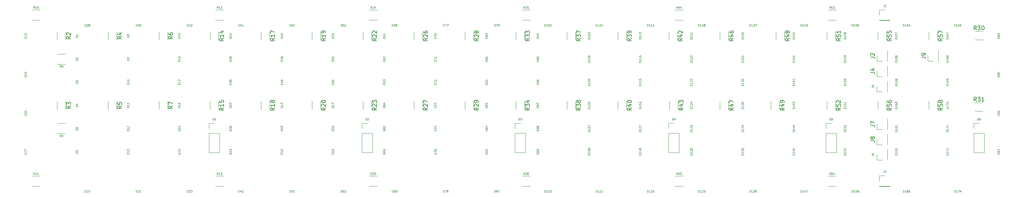
<source format=gbr>
G04 #@! TF.GenerationSoftware,KiCad,Pcbnew,5.1.3-ffb9f22~84~ubuntu18.04.1*
G04 #@! TF.CreationDate,2019-07-30T21:27:14-07:00*
G04 #@! TF.ProjectId,Blinkers,426c696e-6b65-4727-932e-6b696361645f,rev?*
G04 #@! TF.SameCoordinates,Original*
G04 #@! TF.FileFunction,Legend,Top*
G04 #@! TF.FilePolarity,Positive*
%FSLAX46Y46*%
G04 Gerber Fmt 4.6, Leading zero omitted, Abs format (unit mm)*
G04 Created by KiCad (PCBNEW 5.1.3-ffb9f22~84~ubuntu18.04.1) date 2019-07-30 21:27:14*
%MOMM*%
%LPD*%
G04 APERTURE LIST*
%ADD10C,0.120000*%
%ADD11C,0.150000*%
%ADD12C,0.062500*%
G04 APERTURE END LIST*
D10*
X240230000Y-108588000D02*
X240230000Y-106588000D01*
X242370000Y-106588000D02*
X242370000Y-108588000D01*
X240230000Y-91262500D02*
X240230000Y-89262500D01*
X242370000Y-89262500D02*
X242370000Y-91262500D01*
X227530000Y-108588000D02*
X227530000Y-106588000D01*
X229670000Y-106588000D02*
X229670000Y-108588000D01*
X227530000Y-91262500D02*
X227530000Y-89262500D01*
X229670000Y-89262500D02*
X229670000Y-91262500D01*
X214830000Y-108588000D02*
X214830000Y-106588000D01*
X216970000Y-106588000D02*
X216970000Y-108588000D01*
X214830000Y-91262500D02*
X214830000Y-89262500D01*
X216970000Y-89262500D02*
X216970000Y-91262500D01*
X200860000Y-108588000D02*
X200860000Y-106588000D01*
X203000000Y-106588000D02*
X203000000Y-108588000D01*
X202130000Y-91262500D02*
X202130000Y-89262500D01*
X204270000Y-89262500D02*
X204270000Y-91262500D01*
X188160000Y-108588000D02*
X188160000Y-106588000D01*
X190300000Y-106588000D02*
X190300000Y-108588000D01*
X188160000Y-91262500D02*
X188160000Y-89262500D01*
X190300000Y-89262500D02*
X190300000Y-91262500D01*
X175640000Y-108588000D02*
X175640000Y-106588000D01*
X177780000Y-106588000D02*
X177780000Y-108588000D01*
X175460000Y-91262500D02*
X175460000Y-89262500D01*
X177600000Y-89262500D02*
X177600000Y-91262500D01*
X162760000Y-108588000D02*
X162760000Y-106588000D01*
X164900000Y-106588000D02*
X164900000Y-108588000D01*
X164900000Y-89262500D02*
X164900000Y-91262500D01*
X162760000Y-91262500D02*
X162760000Y-89262500D01*
X150060000Y-108588000D02*
X150060000Y-106588000D01*
X152200000Y-106588000D02*
X152200000Y-108588000D01*
X150060000Y-91262500D02*
X150060000Y-89262500D01*
X152200000Y-89262500D02*
X152200000Y-91262500D01*
X137360000Y-108588000D02*
X137360000Y-106588000D01*
X139500000Y-106588000D02*
X139500000Y-108588000D01*
X137360000Y-91262500D02*
X137360000Y-89262500D01*
X139500000Y-89262500D02*
X139500000Y-91262500D01*
X253730000Y-109020000D02*
X251730000Y-109020000D01*
X251730000Y-106880000D02*
X253730000Y-106880000D01*
X253730000Y-91240000D02*
X251730000Y-91240000D01*
X251730000Y-89100000D02*
X253730000Y-89100000D01*
X124660000Y-108588000D02*
X124660000Y-106588000D01*
X126800000Y-106588000D02*
X126800000Y-108588000D01*
X124660000Y-91262500D02*
X124660000Y-89262500D01*
X126800000Y-89262500D02*
X126800000Y-91262500D01*
X111960000Y-108588000D02*
X111960000Y-106588000D01*
X114100000Y-106588000D02*
X114100000Y-108588000D01*
X111960000Y-91262500D02*
X111960000Y-89262500D01*
X114100000Y-89262500D02*
X114100000Y-91262500D01*
X99260000Y-108588000D02*
X99260000Y-106588000D01*
X101400000Y-106588000D02*
X101400000Y-108588000D01*
X99260000Y-91262500D02*
X99260000Y-89262500D01*
X101400000Y-89262500D02*
X101400000Y-91262500D01*
X86560000Y-108588000D02*
X86560000Y-106588000D01*
X88700000Y-106588000D02*
X88700000Y-108588000D01*
X86560000Y-91262500D02*
X86560000Y-89262500D01*
X88700000Y-89262500D02*
X88700000Y-91262500D01*
X73860000Y-108588000D02*
X73860000Y-106588000D01*
X76000000Y-106588000D02*
X76000000Y-108588000D01*
X73860000Y-91262500D02*
X73860000Y-89262500D01*
X76000000Y-89262500D02*
X76000000Y-91262500D01*
X61160000Y-108588000D02*
X61160000Y-106588000D01*
X63300000Y-106588000D02*
X63300000Y-108588000D01*
X61160000Y-91262500D02*
X61160000Y-89262500D01*
X63300000Y-89262500D02*
X63300000Y-91262500D01*
X48460000Y-108588000D02*
X48460000Y-106588000D01*
X50600000Y-106588000D02*
X50600000Y-108588000D01*
X48460000Y-91262500D02*
X48460000Y-89262500D01*
X50600000Y-89262500D02*
X50600000Y-91262500D01*
X35760000Y-108588000D02*
X35760000Y-106588000D01*
X37900000Y-106588000D02*
X37900000Y-108588000D01*
X35760000Y-91262500D02*
X35760000Y-89262500D01*
X37900000Y-89262500D02*
X37900000Y-91262500D01*
X23060000Y-108588000D02*
X23060000Y-106588000D01*
X25200000Y-106588000D02*
X25200000Y-108588000D01*
X23060000Y-91262500D02*
X23060000Y-89262500D01*
X25200000Y-89262500D02*
X25200000Y-91262500D01*
X242570000Y-96580000D02*
X242630000Y-96580000D01*
X242630000Y-96580000D02*
X242630000Y-93920000D01*
X242630000Y-93920000D02*
X242570000Y-93920000D01*
X242570000Y-93920000D02*
X242570000Y-96580000D01*
X241300000Y-96580000D02*
X239970000Y-96580000D01*
X239970000Y-96580000D02*
X239970000Y-95250000D01*
X229870000Y-117400000D02*
X229930000Y-117400000D01*
X229930000Y-117400000D02*
X229930000Y-114740000D01*
X229930000Y-114740000D02*
X229870000Y-114740000D01*
X229870000Y-114740000D02*
X229870000Y-117400000D01*
X228600000Y-117400000D02*
X227270000Y-117400000D01*
X227270000Y-117400000D02*
X227270000Y-116070000D01*
X229870000Y-113590000D02*
X229930000Y-113590000D01*
X229930000Y-113590000D02*
X229930000Y-110930000D01*
X229930000Y-110930000D02*
X229870000Y-110930000D01*
X229870000Y-110930000D02*
X229870000Y-113590000D01*
X228600000Y-113590000D02*
X227270000Y-113590000D01*
X227270000Y-113590000D02*
X227270000Y-112260000D01*
X229870000Y-100390000D02*
X229930000Y-100390000D01*
X229930000Y-100390000D02*
X229930000Y-97730000D01*
X229930000Y-97730000D02*
X229870000Y-97730000D01*
X229870000Y-97730000D02*
X229870000Y-100390000D01*
X228600000Y-100390000D02*
X227270000Y-100390000D01*
X227270000Y-100390000D02*
X227270000Y-99060000D01*
X229870000Y-96580000D02*
X229930000Y-96580000D01*
X229930000Y-96580000D02*
X229930000Y-93920000D01*
X229930000Y-93920000D02*
X229870000Y-93920000D01*
X229870000Y-93920000D02*
X229870000Y-96580000D01*
X228600000Y-96580000D02*
X227270000Y-96580000D01*
X227270000Y-96580000D02*
X227270000Y-95250000D01*
X60900000Y-114632000D02*
X60900000Y-119356400D01*
X60900000Y-119356400D02*
X63560000Y-119356400D01*
X63560000Y-119356400D02*
X63560000Y-114632000D01*
X63560000Y-114505000D02*
X60900000Y-114505000D01*
X60900000Y-113362000D02*
X60900000Y-112032000D01*
X60900000Y-112032000D02*
X62230000Y-112032000D01*
X25130000Y-97307500D02*
X23130000Y-97307500D01*
X23130000Y-94767500D02*
X25130000Y-94767500D01*
X25130000Y-114632000D02*
X23130000Y-114632000D01*
X23130000Y-112092000D02*
X25130000Y-112092000D01*
X16780000Y-83820000D02*
X18780000Y-83820000D01*
X18780000Y-86360000D02*
X16780000Y-86360000D01*
X16780000Y-125200000D02*
X18780000Y-125200000D01*
X18780000Y-127740000D02*
X16780000Y-127740000D01*
X62500000Y-83820000D02*
X64500000Y-83820000D01*
X64500000Y-86360000D02*
X62500000Y-86360000D01*
X62500000Y-125200000D02*
X64500000Y-125200000D01*
X64500000Y-127740000D02*
X62500000Y-127740000D01*
X100780000Y-83820000D02*
X102780000Y-83820000D01*
X102780000Y-86360000D02*
X100780000Y-86360000D01*
X100780000Y-125200000D02*
X102780000Y-125200000D01*
X102780000Y-127740000D02*
X100780000Y-127740000D01*
X138880000Y-83820000D02*
X140880000Y-83820000D01*
X140880000Y-86360000D02*
X138880000Y-86360000D01*
X138880000Y-125200000D02*
X140880000Y-125200000D01*
X140880000Y-127740000D02*
X138880000Y-127740000D01*
X176980000Y-83820000D02*
X178980000Y-83820000D01*
X178980000Y-86360000D02*
X176980000Y-86360000D01*
X176980000Y-125200000D02*
X178980000Y-125200000D01*
X178980000Y-127740000D02*
X176980000Y-127740000D01*
X215080000Y-83820000D02*
X217080000Y-83820000D01*
X217080000Y-86360000D02*
X215080000Y-86360000D01*
X215080000Y-125200000D02*
X217080000Y-125200000D01*
X217080000Y-127740000D02*
X215080000Y-127740000D01*
X227870000Y-86360000D02*
X227870000Y-86420000D01*
X227870000Y-86420000D02*
X230530000Y-86420000D01*
X230530000Y-86420000D02*
X230530000Y-86360000D01*
X230530000Y-86360000D02*
X227870000Y-86360000D01*
X227870000Y-85090000D02*
X227870000Y-83760000D01*
X227870000Y-83760000D02*
X229200000Y-83760000D01*
X227870000Y-127740000D02*
X227870000Y-127800000D01*
X227870000Y-127800000D02*
X230530000Y-127800000D01*
X230530000Y-127800000D02*
X230530000Y-127740000D01*
X230530000Y-127740000D02*
X227870000Y-127740000D01*
X227870000Y-126470000D02*
X227870000Y-125140000D01*
X227870000Y-125140000D02*
X229200000Y-125140000D01*
X229870000Y-121210000D02*
X229930000Y-121210000D01*
X229930000Y-121210000D02*
X229930000Y-118550000D01*
X229930000Y-118550000D02*
X229870000Y-118550000D01*
X229870000Y-118550000D02*
X229870000Y-121210000D01*
X228600000Y-121210000D02*
X227270000Y-121210000D01*
X227270000Y-121210000D02*
X227270000Y-119880000D01*
X99000000Y-112032000D02*
X100330000Y-112032000D01*
X99000000Y-113362000D02*
X99000000Y-112032000D01*
X101660000Y-114505000D02*
X99000000Y-114505000D01*
X101660000Y-119356400D02*
X101660000Y-114632000D01*
X99000000Y-119356400D02*
X101660000Y-119356400D01*
X99000000Y-114632000D02*
X99000000Y-119356400D01*
X137100000Y-112032000D02*
X138430000Y-112032000D01*
X137100000Y-113362000D02*
X137100000Y-112032000D01*
X139760000Y-114505000D02*
X137100000Y-114505000D01*
X139760000Y-119356400D02*
X139760000Y-114632000D01*
X137100000Y-119356400D02*
X139760000Y-119356400D01*
X137100000Y-114632000D02*
X137100000Y-119356400D01*
X229870000Y-104200000D02*
X229930000Y-104200000D01*
X229930000Y-104200000D02*
X229930000Y-101540000D01*
X229930000Y-101540000D02*
X229870000Y-101540000D01*
X229870000Y-101540000D02*
X229870000Y-104200000D01*
X228600000Y-104200000D02*
X227270000Y-104200000D01*
X227270000Y-104200000D02*
X227270000Y-102870000D01*
X175380000Y-112032000D02*
X176710000Y-112032000D01*
X175380000Y-113362000D02*
X175380000Y-112032000D01*
X178040000Y-114505000D02*
X175380000Y-114505000D01*
X178040000Y-119356400D02*
X178040000Y-114632000D01*
X175380000Y-119356400D02*
X178040000Y-119356400D01*
X175380000Y-114632000D02*
X175380000Y-119356400D01*
X214570000Y-112032000D02*
X215900000Y-112032000D01*
X214570000Y-113362000D02*
X214570000Y-112032000D01*
X217230000Y-114505000D02*
X214570000Y-114505000D01*
X217230000Y-119356400D02*
X217230000Y-114632000D01*
X214570000Y-119356400D02*
X217230000Y-119356400D01*
X214570000Y-114632000D02*
X214570000Y-119356400D01*
X251400000Y-112032000D02*
X252730000Y-112032000D01*
X251400000Y-113362000D02*
X251400000Y-112032000D01*
X254060000Y-114505000D02*
X251400000Y-114505000D01*
X254060000Y-119356400D02*
X254060000Y-114632000D01*
X251400000Y-119356400D02*
X254060000Y-119356400D01*
X251400000Y-114632000D02*
X251400000Y-119356400D01*
D11*
X243602380Y-108230857D02*
X243126190Y-108564190D01*
X243602380Y-108802285D02*
X242602380Y-108802285D01*
X242602380Y-108421333D01*
X242650000Y-108326095D01*
X242697619Y-108278476D01*
X242792857Y-108230857D01*
X242935714Y-108230857D01*
X243030952Y-108278476D01*
X243078571Y-108326095D01*
X243126190Y-108421333D01*
X243126190Y-108802285D01*
X242602380Y-107326095D02*
X242602380Y-107802285D01*
X243078571Y-107849904D01*
X243030952Y-107802285D01*
X242983333Y-107707047D01*
X242983333Y-107468952D01*
X243030952Y-107373714D01*
X243078571Y-107326095D01*
X243173809Y-107278476D01*
X243411904Y-107278476D01*
X243507142Y-107326095D01*
X243554761Y-107373714D01*
X243602380Y-107468952D01*
X243602380Y-107707047D01*
X243554761Y-107802285D01*
X243507142Y-107849904D01*
X243030952Y-106707047D02*
X242983333Y-106802285D01*
X242935714Y-106849904D01*
X242840476Y-106897523D01*
X242792857Y-106897523D01*
X242697619Y-106849904D01*
X242650000Y-106802285D01*
X242602380Y-106707047D01*
X242602380Y-106516571D01*
X242650000Y-106421333D01*
X242697619Y-106373714D01*
X242792857Y-106326095D01*
X242840476Y-106326095D01*
X242935714Y-106373714D01*
X242983333Y-106421333D01*
X243030952Y-106516571D01*
X243030952Y-106707047D01*
X243078571Y-106802285D01*
X243126190Y-106849904D01*
X243221428Y-106897523D01*
X243411904Y-106897523D01*
X243507142Y-106849904D01*
X243554761Y-106802285D01*
X243602380Y-106707047D01*
X243602380Y-106516571D01*
X243554761Y-106421333D01*
X243507142Y-106373714D01*
X243411904Y-106326095D01*
X243221428Y-106326095D01*
X243126190Y-106373714D01*
X243078571Y-106421333D01*
X243030952Y-106516571D01*
X243602380Y-90905357D02*
X243126190Y-91238690D01*
X243602380Y-91476785D02*
X242602380Y-91476785D01*
X242602380Y-91095833D01*
X242650000Y-91000595D01*
X242697619Y-90952976D01*
X242792857Y-90905357D01*
X242935714Y-90905357D01*
X243030952Y-90952976D01*
X243078571Y-91000595D01*
X243126190Y-91095833D01*
X243126190Y-91476785D01*
X242602380Y-90000595D02*
X242602380Y-90476785D01*
X243078571Y-90524404D01*
X243030952Y-90476785D01*
X242983333Y-90381547D01*
X242983333Y-90143452D01*
X243030952Y-90048214D01*
X243078571Y-90000595D01*
X243173809Y-89952976D01*
X243411904Y-89952976D01*
X243507142Y-90000595D01*
X243554761Y-90048214D01*
X243602380Y-90143452D01*
X243602380Y-90381547D01*
X243554761Y-90476785D01*
X243507142Y-90524404D01*
X242602380Y-89619642D02*
X242602380Y-88952976D01*
X243602380Y-89381547D01*
X230902380Y-108230857D02*
X230426190Y-108564190D01*
X230902380Y-108802285D02*
X229902380Y-108802285D01*
X229902380Y-108421333D01*
X229950000Y-108326095D01*
X229997619Y-108278476D01*
X230092857Y-108230857D01*
X230235714Y-108230857D01*
X230330952Y-108278476D01*
X230378571Y-108326095D01*
X230426190Y-108421333D01*
X230426190Y-108802285D01*
X229902380Y-107326095D02*
X229902380Y-107802285D01*
X230378571Y-107849904D01*
X230330952Y-107802285D01*
X230283333Y-107707047D01*
X230283333Y-107468952D01*
X230330952Y-107373714D01*
X230378571Y-107326095D01*
X230473809Y-107278476D01*
X230711904Y-107278476D01*
X230807142Y-107326095D01*
X230854761Y-107373714D01*
X230902380Y-107468952D01*
X230902380Y-107707047D01*
X230854761Y-107802285D01*
X230807142Y-107849904D01*
X229902380Y-106421333D02*
X229902380Y-106611809D01*
X229950000Y-106707047D01*
X229997619Y-106754666D01*
X230140476Y-106849904D01*
X230330952Y-106897523D01*
X230711904Y-106897523D01*
X230807142Y-106849904D01*
X230854761Y-106802285D01*
X230902380Y-106707047D01*
X230902380Y-106516571D01*
X230854761Y-106421333D01*
X230807142Y-106373714D01*
X230711904Y-106326095D01*
X230473809Y-106326095D01*
X230378571Y-106373714D01*
X230330952Y-106421333D01*
X230283333Y-106516571D01*
X230283333Y-106707047D01*
X230330952Y-106802285D01*
X230378571Y-106849904D01*
X230473809Y-106897523D01*
X230902380Y-90905357D02*
X230426190Y-91238690D01*
X230902380Y-91476785D02*
X229902380Y-91476785D01*
X229902380Y-91095833D01*
X229950000Y-91000595D01*
X229997619Y-90952976D01*
X230092857Y-90905357D01*
X230235714Y-90905357D01*
X230330952Y-90952976D01*
X230378571Y-91000595D01*
X230426190Y-91095833D01*
X230426190Y-91476785D01*
X229902380Y-90000595D02*
X229902380Y-90476785D01*
X230378571Y-90524404D01*
X230330952Y-90476785D01*
X230283333Y-90381547D01*
X230283333Y-90143452D01*
X230330952Y-90048214D01*
X230378571Y-90000595D01*
X230473809Y-89952976D01*
X230711904Y-89952976D01*
X230807142Y-90000595D01*
X230854761Y-90048214D01*
X230902380Y-90143452D01*
X230902380Y-90381547D01*
X230854761Y-90476785D01*
X230807142Y-90524404D01*
X229902380Y-89048214D02*
X229902380Y-89524404D01*
X230378571Y-89572023D01*
X230330952Y-89524404D01*
X230283333Y-89429166D01*
X230283333Y-89191071D01*
X230330952Y-89095833D01*
X230378571Y-89048214D01*
X230473809Y-89000595D01*
X230711904Y-89000595D01*
X230807142Y-89048214D01*
X230854761Y-89095833D01*
X230902380Y-89191071D01*
X230902380Y-89429166D01*
X230854761Y-89524404D01*
X230807142Y-89572023D01*
X218202380Y-108230857D02*
X217726190Y-108564190D01*
X218202380Y-108802285D02*
X217202380Y-108802285D01*
X217202380Y-108421333D01*
X217250000Y-108326095D01*
X217297619Y-108278476D01*
X217392857Y-108230857D01*
X217535714Y-108230857D01*
X217630952Y-108278476D01*
X217678571Y-108326095D01*
X217726190Y-108421333D01*
X217726190Y-108802285D01*
X217202380Y-107326095D02*
X217202380Y-107802285D01*
X217678571Y-107849904D01*
X217630952Y-107802285D01*
X217583333Y-107707047D01*
X217583333Y-107468952D01*
X217630952Y-107373714D01*
X217678571Y-107326095D01*
X217773809Y-107278476D01*
X218011904Y-107278476D01*
X218107142Y-107326095D01*
X218154761Y-107373714D01*
X218202380Y-107468952D01*
X218202380Y-107707047D01*
X218154761Y-107802285D01*
X218107142Y-107849904D01*
X217297619Y-106897523D02*
X217250000Y-106849904D01*
X217202380Y-106754666D01*
X217202380Y-106516571D01*
X217250000Y-106421333D01*
X217297619Y-106373714D01*
X217392857Y-106326095D01*
X217488095Y-106326095D01*
X217630952Y-106373714D01*
X218202380Y-106945142D01*
X218202380Y-106326095D01*
X218202380Y-90905357D02*
X217726190Y-91238690D01*
X218202380Y-91476785D02*
X217202380Y-91476785D01*
X217202380Y-91095833D01*
X217250000Y-91000595D01*
X217297619Y-90952976D01*
X217392857Y-90905357D01*
X217535714Y-90905357D01*
X217630952Y-90952976D01*
X217678571Y-91000595D01*
X217726190Y-91095833D01*
X217726190Y-91476785D01*
X217202380Y-90000595D02*
X217202380Y-90476785D01*
X217678571Y-90524404D01*
X217630952Y-90476785D01*
X217583333Y-90381547D01*
X217583333Y-90143452D01*
X217630952Y-90048214D01*
X217678571Y-90000595D01*
X217773809Y-89952976D01*
X218011904Y-89952976D01*
X218107142Y-90000595D01*
X218154761Y-90048214D01*
X218202380Y-90143452D01*
X218202380Y-90381547D01*
X218154761Y-90476785D01*
X218107142Y-90524404D01*
X218202380Y-89000595D02*
X218202380Y-89572023D01*
X218202380Y-89286309D02*
X217202380Y-89286309D01*
X217345238Y-89381547D01*
X217440476Y-89476785D01*
X217488095Y-89572023D01*
X204232380Y-108230857D02*
X203756190Y-108564190D01*
X204232380Y-108802285D02*
X203232380Y-108802285D01*
X203232380Y-108421333D01*
X203280000Y-108326095D01*
X203327619Y-108278476D01*
X203422857Y-108230857D01*
X203565714Y-108230857D01*
X203660952Y-108278476D01*
X203708571Y-108326095D01*
X203756190Y-108421333D01*
X203756190Y-108802285D01*
X203565714Y-107373714D02*
X204232380Y-107373714D01*
X203184761Y-107611809D02*
X203899047Y-107849904D01*
X203899047Y-107230857D01*
X204232380Y-106802285D02*
X204232380Y-106611809D01*
X204184761Y-106516571D01*
X204137142Y-106468952D01*
X203994285Y-106373714D01*
X203803809Y-106326095D01*
X203422857Y-106326095D01*
X203327619Y-106373714D01*
X203280000Y-106421333D01*
X203232380Y-106516571D01*
X203232380Y-106707047D01*
X203280000Y-106802285D01*
X203327619Y-106849904D01*
X203422857Y-106897523D01*
X203660952Y-106897523D01*
X203756190Y-106849904D01*
X203803809Y-106802285D01*
X203851428Y-106707047D01*
X203851428Y-106516571D01*
X203803809Y-106421333D01*
X203756190Y-106373714D01*
X203660952Y-106326095D01*
X205502380Y-90905357D02*
X205026190Y-91238690D01*
X205502380Y-91476785D02*
X204502380Y-91476785D01*
X204502380Y-91095833D01*
X204550000Y-91000595D01*
X204597619Y-90952976D01*
X204692857Y-90905357D01*
X204835714Y-90905357D01*
X204930952Y-90952976D01*
X204978571Y-91000595D01*
X205026190Y-91095833D01*
X205026190Y-91476785D01*
X204835714Y-90048214D02*
X205502380Y-90048214D01*
X204454761Y-90286309D02*
X205169047Y-90524404D01*
X205169047Y-89905357D01*
X204930952Y-89381547D02*
X204883333Y-89476785D01*
X204835714Y-89524404D01*
X204740476Y-89572023D01*
X204692857Y-89572023D01*
X204597619Y-89524404D01*
X204550000Y-89476785D01*
X204502380Y-89381547D01*
X204502380Y-89191071D01*
X204550000Y-89095833D01*
X204597619Y-89048214D01*
X204692857Y-89000595D01*
X204740476Y-89000595D01*
X204835714Y-89048214D01*
X204883333Y-89095833D01*
X204930952Y-89191071D01*
X204930952Y-89381547D01*
X204978571Y-89476785D01*
X205026190Y-89524404D01*
X205121428Y-89572023D01*
X205311904Y-89572023D01*
X205407142Y-89524404D01*
X205454761Y-89476785D01*
X205502380Y-89381547D01*
X205502380Y-89191071D01*
X205454761Y-89095833D01*
X205407142Y-89048214D01*
X205311904Y-89000595D01*
X205121428Y-89000595D01*
X205026190Y-89048214D01*
X204978571Y-89095833D01*
X204930952Y-89191071D01*
X191532380Y-108230857D02*
X191056190Y-108564190D01*
X191532380Y-108802285D02*
X190532380Y-108802285D01*
X190532380Y-108421333D01*
X190580000Y-108326095D01*
X190627619Y-108278476D01*
X190722857Y-108230857D01*
X190865714Y-108230857D01*
X190960952Y-108278476D01*
X191008571Y-108326095D01*
X191056190Y-108421333D01*
X191056190Y-108802285D01*
X190865714Y-107373714D02*
X191532380Y-107373714D01*
X190484761Y-107611809D02*
X191199047Y-107849904D01*
X191199047Y-107230857D01*
X190532380Y-106945142D02*
X190532380Y-106278476D01*
X191532380Y-106707047D01*
X191532380Y-90905357D02*
X191056190Y-91238690D01*
X191532380Y-91476785D02*
X190532380Y-91476785D01*
X190532380Y-91095833D01*
X190580000Y-91000595D01*
X190627619Y-90952976D01*
X190722857Y-90905357D01*
X190865714Y-90905357D01*
X190960952Y-90952976D01*
X191008571Y-91000595D01*
X191056190Y-91095833D01*
X191056190Y-91476785D01*
X190865714Y-90048214D02*
X191532380Y-90048214D01*
X190484761Y-90286309D02*
X191199047Y-90524404D01*
X191199047Y-89905357D01*
X190532380Y-89095833D02*
X190532380Y-89286309D01*
X190580000Y-89381547D01*
X190627619Y-89429166D01*
X190770476Y-89524404D01*
X190960952Y-89572023D01*
X191341904Y-89572023D01*
X191437142Y-89524404D01*
X191484761Y-89476785D01*
X191532380Y-89381547D01*
X191532380Y-89191071D01*
X191484761Y-89095833D01*
X191437142Y-89048214D01*
X191341904Y-89000595D01*
X191103809Y-89000595D01*
X191008571Y-89048214D01*
X190960952Y-89095833D01*
X190913333Y-89191071D01*
X190913333Y-89381547D01*
X190960952Y-89476785D01*
X191008571Y-89524404D01*
X191103809Y-89572023D01*
X179012380Y-108230857D02*
X178536190Y-108564190D01*
X179012380Y-108802285D02*
X178012380Y-108802285D01*
X178012380Y-108421333D01*
X178060000Y-108326095D01*
X178107619Y-108278476D01*
X178202857Y-108230857D01*
X178345714Y-108230857D01*
X178440952Y-108278476D01*
X178488571Y-108326095D01*
X178536190Y-108421333D01*
X178536190Y-108802285D01*
X178345714Y-107373714D02*
X179012380Y-107373714D01*
X177964761Y-107611809D02*
X178679047Y-107849904D01*
X178679047Y-107230857D01*
X178012380Y-106945142D02*
X178012380Y-106326095D01*
X178393333Y-106659428D01*
X178393333Y-106516571D01*
X178440952Y-106421333D01*
X178488571Y-106373714D01*
X178583809Y-106326095D01*
X178821904Y-106326095D01*
X178917142Y-106373714D01*
X178964761Y-106421333D01*
X179012380Y-106516571D01*
X179012380Y-106802285D01*
X178964761Y-106897523D01*
X178917142Y-106945142D01*
X178832380Y-90905357D02*
X178356190Y-91238690D01*
X178832380Y-91476785D02*
X177832380Y-91476785D01*
X177832380Y-91095833D01*
X177880000Y-91000595D01*
X177927619Y-90952976D01*
X178022857Y-90905357D01*
X178165714Y-90905357D01*
X178260952Y-90952976D01*
X178308571Y-91000595D01*
X178356190Y-91095833D01*
X178356190Y-91476785D01*
X178165714Y-90048214D02*
X178832380Y-90048214D01*
X177784761Y-90286309D02*
X178499047Y-90524404D01*
X178499047Y-89905357D01*
X177927619Y-89572023D02*
X177880000Y-89524404D01*
X177832380Y-89429166D01*
X177832380Y-89191071D01*
X177880000Y-89095833D01*
X177927619Y-89048214D01*
X178022857Y-89000595D01*
X178118095Y-89000595D01*
X178260952Y-89048214D01*
X178832380Y-89619642D01*
X178832380Y-89000595D01*
X166132380Y-108230857D02*
X165656190Y-108564190D01*
X166132380Y-108802285D02*
X165132380Y-108802285D01*
X165132380Y-108421333D01*
X165180000Y-108326095D01*
X165227619Y-108278476D01*
X165322857Y-108230857D01*
X165465714Y-108230857D01*
X165560952Y-108278476D01*
X165608571Y-108326095D01*
X165656190Y-108421333D01*
X165656190Y-108802285D01*
X165465714Y-107373714D02*
X166132380Y-107373714D01*
X165084761Y-107611809D02*
X165799047Y-107849904D01*
X165799047Y-107230857D01*
X165132380Y-106659428D02*
X165132380Y-106564190D01*
X165180000Y-106468952D01*
X165227619Y-106421333D01*
X165322857Y-106373714D01*
X165513333Y-106326095D01*
X165751428Y-106326095D01*
X165941904Y-106373714D01*
X166037142Y-106421333D01*
X166084761Y-106468952D01*
X166132380Y-106564190D01*
X166132380Y-106659428D01*
X166084761Y-106754666D01*
X166037142Y-106802285D01*
X165941904Y-106849904D01*
X165751428Y-106897523D01*
X165513333Y-106897523D01*
X165322857Y-106849904D01*
X165227619Y-106802285D01*
X165180000Y-106754666D01*
X165132380Y-106659428D01*
X166132380Y-90905357D02*
X165656190Y-91238690D01*
X166132380Y-91476785D02*
X165132380Y-91476785D01*
X165132380Y-91095833D01*
X165180000Y-91000595D01*
X165227619Y-90952976D01*
X165322857Y-90905357D01*
X165465714Y-90905357D01*
X165560952Y-90952976D01*
X165608571Y-91000595D01*
X165656190Y-91095833D01*
X165656190Y-91476785D01*
X165132380Y-90572023D02*
X165132380Y-89952976D01*
X165513333Y-90286309D01*
X165513333Y-90143452D01*
X165560952Y-90048214D01*
X165608571Y-90000595D01*
X165703809Y-89952976D01*
X165941904Y-89952976D01*
X166037142Y-90000595D01*
X166084761Y-90048214D01*
X166132380Y-90143452D01*
X166132380Y-90429166D01*
X166084761Y-90524404D01*
X166037142Y-90572023D01*
X166132380Y-89476785D02*
X166132380Y-89286309D01*
X166084761Y-89191071D01*
X166037142Y-89143452D01*
X165894285Y-89048214D01*
X165703809Y-89000595D01*
X165322857Y-89000595D01*
X165227619Y-89048214D01*
X165180000Y-89095833D01*
X165132380Y-89191071D01*
X165132380Y-89381547D01*
X165180000Y-89476785D01*
X165227619Y-89524404D01*
X165322857Y-89572023D01*
X165560952Y-89572023D01*
X165656190Y-89524404D01*
X165703809Y-89476785D01*
X165751428Y-89381547D01*
X165751428Y-89191071D01*
X165703809Y-89095833D01*
X165656190Y-89048214D01*
X165560952Y-89000595D01*
X153432380Y-108230857D02*
X152956190Y-108564190D01*
X153432380Y-108802285D02*
X152432380Y-108802285D01*
X152432380Y-108421333D01*
X152480000Y-108326095D01*
X152527619Y-108278476D01*
X152622857Y-108230857D01*
X152765714Y-108230857D01*
X152860952Y-108278476D01*
X152908571Y-108326095D01*
X152956190Y-108421333D01*
X152956190Y-108802285D01*
X152432380Y-107897523D02*
X152432380Y-107278476D01*
X152813333Y-107611809D01*
X152813333Y-107468952D01*
X152860952Y-107373714D01*
X152908571Y-107326095D01*
X153003809Y-107278476D01*
X153241904Y-107278476D01*
X153337142Y-107326095D01*
X153384761Y-107373714D01*
X153432380Y-107468952D01*
X153432380Y-107754666D01*
X153384761Y-107849904D01*
X153337142Y-107897523D01*
X152860952Y-106707047D02*
X152813333Y-106802285D01*
X152765714Y-106849904D01*
X152670476Y-106897523D01*
X152622857Y-106897523D01*
X152527619Y-106849904D01*
X152480000Y-106802285D01*
X152432380Y-106707047D01*
X152432380Y-106516571D01*
X152480000Y-106421333D01*
X152527619Y-106373714D01*
X152622857Y-106326095D01*
X152670476Y-106326095D01*
X152765714Y-106373714D01*
X152813333Y-106421333D01*
X152860952Y-106516571D01*
X152860952Y-106707047D01*
X152908571Y-106802285D01*
X152956190Y-106849904D01*
X153051428Y-106897523D01*
X153241904Y-106897523D01*
X153337142Y-106849904D01*
X153384761Y-106802285D01*
X153432380Y-106707047D01*
X153432380Y-106516571D01*
X153384761Y-106421333D01*
X153337142Y-106373714D01*
X153241904Y-106326095D01*
X153051428Y-106326095D01*
X152956190Y-106373714D01*
X152908571Y-106421333D01*
X152860952Y-106516571D01*
X153432380Y-90905357D02*
X152956190Y-91238690D01*
X153432380Y-91476785D02*
X152432380Y-91476785D01*
X152432380Y-91095833D01*
X152480000Y-91000595D01*
X152527619Y-90952976D01*
X152622857Y-90905357D01*
X152765714Y-90905357D01*
X152860952Y-90952976D01*
X152908571Y-91000595D01*
X152956190Y-91095833D01*
X152956190Y-91476785D01*
X152432380Y-90572023D02*
X152432380Y-89952976D01*
X152813333Y-90286309D01*
X152813333Y-90143452D01*
X152860952Y-90048214D01*
X152908571Y-90000595D01*
X153003809Y-89952976D01*
X153241904Y-89952976D01*
X153337142Y-90000595D01*
X153384761Y-90048214D01*
X153432380Y-90143452D01*
X153432380Y-90429166D01*
X153384761Y-90524404D01*
X153337142Y-90572023D01*
X152432380Y-89619642D02*
X152432380Y-88952976D01*
X153432380Y-89381547D01*
X140732380Y-108230857D02*
X140256190Y-108564190D01*
X140732380Y-108802285D02*
X139732380Y-108802285D01*
X139732380Y-108421333D01*
X139780000Y-108326095D01*
X139827619Y-108278476D01*
X139922857Y-108230857D01*
X140065714Y-108230857D01*
X140160952Y-108278476D01*
X140208571Y-108326095D01*
X140256190Y-108421333D01*
X140256190Y-108802285D01*
X139732380Y-107897523D02*
X139732380Y-107278476D01*
X140113333Y-107611809D01*
X140113333Y-107468952D01*
X140160952Y-107373714D01*
X140208571Y-107326095D01*
X140303809Y-107278476D01*
X140541904Y-107278476D01*
X140637142Y-107326095D01*
X140684761Y-107373714D01*
X140732380Y-107468952D01*
X140732380Y-107754666D01*
X140684761Y-107849904D01*
X140637142Y-107897523D01*
X140065714Y-106421333D02*
X140732380Y-106421333D01*
X139684761Y-106659428D02*
X140399047Y-106897523D01*
X140399047Y-106278476D01*
X140732380Y-90905357D02*
X140256190Y-91238690D01*
X140732380Y-91476785D02*
X139732380Y-91476785D01*
X139732380Y-91095833D01*
X139780000Y-91000595D01*
X139827619Y-90952976D01*
X139922857Y-90905357D01*
X140065714Y-90905357D01*
X140160952Y-90952976D01*
X140208571Y-91000595D01*
X140256190Y-91095833D01*
X140256190Y-91476785D01*
X139732380Y-90572023D02*
X139732380Y-89952976D01*
X140113333Y-90286309D01*
X140113333Y-90143452D01*
X140160952Y-90048214D01*
X140208571Y-90000595D01*
X140303809Y-89952976D01*
X140541904Y-89952976D01*
X140637142Y-90000595D01*
X140684761Y-90048214D01*
X140732380Y-90143452D01*
X140732380Y-90429166D01*
X140684761Y-90524404D01*
X140637142Y-90572023D01*
X139732380Y-89619642D02*
X139732380Y-89000595D01*
X140113333Y-89333928D01*
X140113333Y-89191071D01*
X140160952Y-89095833D01*
X140208571Y-89048214D01*
X140303809Y-89000595D01*
X140541904Y-89000595D01*
X140637142Y-89048214D01*
X140684761Y-89095833D01*
X140732380Y-89191071D01*
X140732380Y-89476785D01*
X140684761Y-89572023D01*
X140637142Y-89619642D01*
X252087142Y-106552380D02*
X251753809Y-106076190D01*
X251515714Y-106552380D02*
X251515714Y-105552380D01*
X251896666Y-105552380D01*
X251991904Y-105600000D01*
X252039523Y-105647619D01*
X252087142Y-105742857D01*
X252087142Y-105885714D01*
X252039523Y-105980952D01*
X251991904Y-106028571D01*
X251896666Y-106076190D01*
X251515714Y-106076190D01*
X252420476Y-105552380D02*
X253039523Y-105552380D01*
X252706190Y-105933333D01*
X252849047Y-105933333D01*
X252944285Y-105980952D01*
X252991904Y-106028571D01*
X253039523Y-106123809D01*
X253039523Y-106361904D01*
X252991904Y-106457142D01*
X252944285Y-106504761D01*
X252849047Y-106552380D01*
X252563333Y-106552380D01*
X252468095Y-106504761D01*
X252420476Y-106457142D01*
X253991904Y-106552380D02*
X253420476Y-106552380D01*
X253706190Y-106552380D02*
X253706190Y-105552380D01*
X253610952Y-105695238D01*
X253515714Y-105790476D01*
X253420476Y-105838095D01*
X252087142Y-88772380D02*
X251753809Y-88296190D01*
X251515714Y-88772380D02*
X251515714Y-87772380D01*
X251896666Y-87772380D01*
X251991904Y-87820000D01*
X252039523Y-87867619D01*
X252087142Y-87962857D01*
X252087142Y-88105714D01*
X252039523Y-88200952D01*
X251991904Y-88248571D01*
X251896666Y-88296190D01*
X251515714Y-88296190D01*
X252420476Y-87772380D02*
X253039523Y-87772380D01*
X252706190Y-88153333D01*
X252849047Y-88153333D01*
X252944285Y-88200952D01*
X252991904Y-88248571D01*
X253039523Y-88343809D01*
X253039523Y-88581904D01*
X252991904Y-88677142D01*
X252944285Y-88724761D01*
X252849047Y-88772380D01*
X252563333Y-88772380D01*
X252468095Y-88724761D01*
X252420476Y-88677142D01*
X253658571Y-87772380D02*
X253753809Y-87772380D01*
X253849047Y-87820000D01*
X253896666Y-87867619D01*
X253944285Y-87962857D01*
X253991904Y-88153333D01*
X253991904Y-88391428D01*
X253944285Y-88581904D01*
X253896666Y-88677142D01*
X253849047Y-88724761D01*
X253753809Y-88772380D01*
X253658571Y-88772380D01*
X253563333Y-88724761D01*
X253515714Y-88677142D01*
X253468095Y-88581904D01*
X253420476Y-88391428D01*
X253420476Y-88153333D01*
X253468095Y-87962857D01*
X253515714Y-87867619D01*
X253563333Y-87820000D01*
X253658571Y-87772380D01*
X128032380Y-108230857D02*
X127556190Y-108564190D01*
X128032380Y-108802285D02*
X127032380Y-108802285D01*
X127032380Y-108421333D01*
X127080000Y-108326095D01*
X127127619Y-108278476D01*
X127222857Y-108230857D01*
X127365714Y-108230857D01*
X127460952Y-108278476D01*
X127508571Y-108326095D01*
X127556190Y-108421333D01*
X127556190Y-108802285D01*
X127127619Y-107849904D02*
X127080000Y-107802285D01*
X127032380Y-107707047D01*
X127032380Y-107468952D01*
X127080000Y-107373714D01*
X127127619Y-107326095D01*
X127222857Y-107278476D01*
X127318095Y-107278476D01*
X127460952Y-107326095D01*
X128032380Y-107897523D01*
X128032380Y-107278476D01*
X128032380Y-106802285D02*
X128032380Y-106611809D01*
X127984761Y-106516571D01*
X127937142Y-106468952D01*
X127794285Y-106373714D01*
X127603809Y-106326095D01*
X127222857Y-106326095D01*
X127127619Y-106373714D01*
X127080000Y-106421333D01*
X127032380Y-106516571D01*
X127032380Y-106707047D01*
X127080000Y-106802285D01*
X127127619Y-106849904D01*
X127222857Y-106897523D01*
X127460952Y-106897523D01*
X127556190Y-106849904D01*
X127603809Y-106802285D01*
X127651428Y-106707047D01*
X127651428Y-106516571D01*
X127603809Y-106421333D01*
X127556190Y-106373714D01*
X127460952Y-106326095D01*
X128032380Y-90905357D02*
X127556190Y-91238690D01*
X128032380Y-91476785D02*
X127032380Y-91476785D01*
X127032380Y-91095833D01*
X127080000Y-91000595D01*
X127127619Y-90952976D01*
X127222857Y-90905357D01*
X127365714Y-90905357D01*
X127460952Y-90952976D01*
X127508571Y-91000595D01*
X127556190Y-91095833D01*
X127556190Y-91476785D01*
X127127619Y-90524404D02*
X127080000Y-90476785D01*
X127032380Y-90381547D01*
X127032380Y-90143452D01*
X127080000Y-90048214D01*
X127127619Y-90000595D01*
X127222857Y-89952976D01*
X127318095Y-89952976D01*
X127460952Y-90000595D01*
X128032380Y-90572023D01*
X128032380Y-89952976D01*
X127460952Y-89381547D02*
X127413333Y-89476785D01*
X127365714Y-89524404D01*
X127270476Y-89572023D01*
X127222857Y-89572023D01*
X127127619Y-89524404D01*
X127080000Y-89476785D01*
X127032380Y-89381547D01*
X127032380Y-89191071D01*
X127080000Y-89095833D01*
X127127619Y-89048214D01*
X127222857Y-89000595D01*
X127270476Y-89000595D01*
X127365714Y-89048214D01*
X127413333Y-89095833D01*
X127460952Y-89191071D01*
X127460952Y-89381547D01*
X127508571Y-89476785D01*
X127556190Y-89524404D01*
X127651428Y-89572023D01*
X127841904Y-89572023D01*
X127937142Y-89524404D01*
X127984761Y-89476785D01*
X128032380Y-89381547D01*
X128032380Y-89191071D01*
X127984761Y-89095833D01*
X127937142Y-89048214D01*
X127841904Y-89000595D01*
X127651428Y-89000595D01*
X127556190Y-89048214D01*
X127508571Y-89095833D01*
X127460952Y-89191071D01*
X115332380Y-108230857D02*
X114856190Y-108564190D01*
X115332380Y-108802285D02*
X114332380Y-108802285D01*
X114332380Y-108421333D01*
X114380000Y-108326095D01*
X114427619Y-108278476D01*
X114522857Y-108230857D01*
X114665714Y-108230857D01*
X114760952Y-108278476D01*
X114808571Y-108326095D01*
X114856190Y-108421333D01*
X114856190Y-108802285D01*
X114427619Y-107849904D02*
X114380000Y-107802285D01*
X114332380Y-107707047D01*
X114332380Y-107468952D01*
X114380000Y-107373714D01*
X114427619Y-107326095D01*
X114522857Y-107278476D01*
X114618095Y-107278476D01*
X114760952Y-107326095D01*
X115332380Y-107897523D01*
X115332380Y-107278476D01*
X114332380Y-106945142D02*
X114332380Y-106278476D01*
X115332380Y-106707047D01*
X115332380Y-90905357D02*
X114856190Y-91238690D01*
X115332380Y-91476785D02*
X114332380Y-91476785D01*
X114332380Y-91095833D01*
X114380000Y-91000595D01*
X114427619Y-90952976D01*
X114522857Y-90905357D01*
X114665714Y-90905357D01*
X114760952Y-90952976D01*
X114808571Y-91000595D01*
X114856190Y-91095833D01*
X114856190Y-91476785D01*
X114427619Y-90524404D02*
X114380000Y-90476785D01*
X114332380Y-90381547D01*
X114332380Y-90143452D01*
X114380000Y-90048214D01*
X114427619Y-90000595D01*
X114522857Y-89952976D01*
X114618095Y-89952976D01*
X114760952Y-90000595D01*
X115332380Y-90572023D01*
X115332380Y-89952976D01*
X114332380Y-89095833D02*
X114332380Y-89286309D01*
X114380000Y-89381547D01*
X114427619Y-89429166D01*
X114570476Y-89524404D01*
X114760952Y-89572023D01*
X115141904Y-89572023D01*
X115237142Y-89524404D01*
X115284761Y-89476785D01*
X115332380Y-89381547D01*
X115332380Y-89191071D01*
X115284761Y-89095833D01*
X115237142Y-89048214D01*
X115141904Y-89000595D01*
X114903809Y-89000595D01*
X114808571Y-89048214D01*
X114760952Y-89095833D01*
X114713333Y-89191071D01*
X114713333Y-89381547D01*
X114760952Y-89476785D01*
X114808571Y-89524404D01*
X114903809Y-89572023D01*
X102632380Y-108230857D02*
X102156190Y-108564190D01*
X102632380Y-108802285D02*
X101632380Y-108802285D01*
X101632380Y-108421333D01*
X101680000Y-108326095D01*
X101727619Y-108278476D01*
X101822857Y-108230857D01*
X101965714Y-108230857D01*
X102060952Y-108278476D01*
X102108571Y-108326095D01*
X102156190Y-108421333D01*
X102156190Y-108802285D01*
X101727619Y-107849904D02*
X101680000Y-107802285D01*
X101632380Y-107707047D01*
X101632380Y-107468952D01*
X101680000Y-107373714D01*
X101727619Y-107326095D01*
X101822857Y-107278476D01*
X101918095Y-107278476D01*
X102060952Y-107326095D01*
X102632380Y-107897523D01*
X102632380Y-107278476D01*
X101632380Y-106945142D02*
X101632380Y-106326095D01*
X102013333Y-106659428D01*
X102013333Y-106516571D01*
X102060952Y-106421333D01*
X102108571Y-106373714D01*
X102203809Y-106326095D01*
X102441904Y-106326095D01*
X102537142Y-106373714D01*
X102584761Y-106421333D01*
X102632380Y-106516571D01*
X102632380Y-106802285D01*
X102584761Y-106897523D01*
X102537142Y-106945142D01*
X102632380Y-90905357D02*
X102156190Y-91238690D01*
X102632380Y-91476785D02*
X101632380Y-91476785D01*
X101632380Y-91095833D01*
X101680000Y-91000595D01*
X101727619Y-90952976D01*
X101822857Y-90905357D01*
X101965714Y-90905357D01*
X102060952Y-90952976D01*
X102108571Y-91000595D01*
X102156190Y-91095833D01*
X102156190Y-91476785D01*
X101727619Y-90524404D02*
X101680000Y-90476785D01*
X101632380Y-90381547D01*
X101632380Y-90143452D01*
X101680000Y-90048214D01*
X101727619Y-90000595D01*
X101822857Y-89952976D01*
X101918095Y-89952976D01*
X102060952Y-90000595D01*
X102632380Y-90572023D01*
X102632380Y-89952976D01*
X101727619Y-89572023D02*
X101680000Y-89524404D01*
X101632380Y-89429166D01*
X101632380Y-89191071D01*
X101680000Y-89095833D01*
X101727619Y-89048214D01*
X101822857Y-89000595D01*
X101918095Y-89000595D01*
X102060952Y-89048214D01*
X102632380Y-89619642D01*
X102632380Y-89000595D01*
X89932380Y-108230857D02*
X89456190Y-108564190D01*
X89932380Y-108802285D02*
X88932380Y-108802285D01*
X88932380Y-108421333D01*
X88980000Y-108326095D01*
X89027619Y-108278476D01*
X89122857Y-108230857D01*
X89265714Y-108230857D01*
X89360952Y-108278476D01*
X89408571Y-108326095D01*
X89456190Y-108421333D01*
X89456190Y-108802285D01*
X89027619Y-107849904D02*
X88980000Y-107802285D01*
X88932380Y-107707047D01*
X88932380Y-107468952D01*
X88980000Y-107373714D01*
X89027619Y-107326095D01*
X89122857Y-107278476D01*
X89218095Y-107278476D01*
X89360952Y-107326095D01*
X89932380Y-107897523D01*
X89932380Y-107278476D01*
X88932380Y-106659428D02*
X88932380Y-106564190D01*
X88980000Y-106468952D01*
X89027619Y-106421333D01*
X89122857Y-106373714D01*
X89313333Y-106326095D01*
X89551428Y-106326095D01*
X89741904Y-106373714D01*
X89837142Y-106421333D01*
X89884761Y-106468952D01*
X89932380Y-106564190D01*
X89932380Y-106659428D01*
X89884761Y-106754666D01*
X89837142Y-106802285D01*
X89741904Y-106849904D01*
X89551428Y-106897523D01*
X89313333Y-106897523D01*
X89122857Y-106849904D01*
X89027619Y-106802285D01*
X88980000Y-106754666D01*
X88932380Y-106659428D01*
X89932380Y-90905357D02*
X89456190Y-91238690D01*
X89932380Y-91476785D02*
X88932380Y-91476785D01*
X88932380Y-91095833D01*
X88980000Y-91000595D01*
X89027619Y-90952976D01*
X89122857Y-90905357D01*
X89265714Y-90905357D01*
X89360952Y-90952976D01*
X89408571Y-91000595D01*
X89456190Y-91095833D01*
X89456190Y-91476785D01*
X89932380Y-89952976D02*
X89932380Y-90524404D01*
X89932380Y-90238690D02*
X88932380Y-90238690D01*
X89075238Y-90333928D01*
X89170476Y-90429166D01*
X89218095Y-90524404D01*
X89932380Y-89476785D02*
X89932380Y-89286309D01*
X89884761Y-89191071D01*
X89837142Y-89143452D01*
X89694285Y-89048214D01*
X89503809Y-89000595D01*
X89122857Y-89000595D01*
X89027619Y-89048214D01*
X88980000Y-89095833D01*
X88932380Y-89191071D01*
X88932380Y-89381547D01*
X88980000Y-89476785D01*
X89027619Y-89524404D01*
X89122857Y-89572023D01*
X89360952Y-89572023D01*
X89456190Y-89524404D01*
X89503809Y-89476785D01*
X89551428Y-89381547D01*
X89551428Y-89191071D01*
X89503809Y-89095833D01*
X89456190Y-89048214D01*
X89360952Y-89000595D01*
X77232380Y-108230857D02*
X76756190Y-108564190D01*
X77232380Y-108802285D02*
X76232380Y-108802285D01*
X76232380Y-108421333D01*
X76280000Y-108326095D01*
X76327619Y-108278476D01*
X76422857Y-108230857D01*
X76565714Y-108230857D01*
X76660952Y-108278476D01*
X76708571Y-108326095D01*
X76756190Y-108421333D01*
X76756190Y-108802285D01*
X77232380Y-107278476D02*
X77232380Y-107849904D01*
X77232380Y-107564190D02*
X76232380Y-107564190D01*
X76375238Y-107659428D01*
X76470476Y-107754666D01*
X76518095Y-107849904D01*
X76660952Y-106707047D02*
X76613333Y-106802285D01*
X76565714Y-106849904D01*
X76470476Y-106897523D01*
X76422857Y-106897523D01*
X76327619Y-106849904D01*
X76280000Y-106802285D01*
X76232380Y-106707047D01*
X76232380Y-106516571D01*
X76280000Y-106421333D01*
X76327619Y-106373714D01*
X76422857Y-106326095D01*
X76470476Y-106326095D01*
X76565714Y-106373714D01*
X76613333Y-106421333D01*
X76660952Y-106516571D01*
X76660952Y-106707047D01*
X76708571Y-106802285D01*
X76756190Y-106849904D01*
X76851428Y-106897523D01*
X77041904Y-106897523D01*
X77137142Y-106849904D01*
X77184761Y-106802285D01*
X77232380Y-106707047D01*
X77232380Y-106516571D01*
X77184761Y-106421333D01*
X77137142Y-106373714D01*
X77041904Y-106326095D01*
X76851428Y-106326095D01*
X76756190Y-106373714D01*
X76708571Y-106421333D01*
X76660952Y-106516571D01*
X77232380Y-90905357D02*
X76756190Y-91238690D01*
X77232380Y-91476785D02*
X76232380Y-91476785D01*
X76232380Y-91095833D01*
X76280000Y-91000595D01*
X76327619Y-90952976D01*
X76422857Y-90905357D01*
X76565714Y-90905357D01*
X76660952Y-90952976D01*
X76708571Y-91000595D01*
X76756190Y-91095833D01*
X76756190Y-91476785D01*
X77232380Y-89952976D02*
X77232380Y-90524404D01*
X77232380Y-90238690D02*
X76232380Y-90238690D01*
X76375238Y-90333928D01*
X76470476Y-90429166D01*
X76518095Y-90524404D01*
X76232380Y-89619642D02*
X76232380Y-88952976D01*
X77232380Y-89381547D01*
X64532380Y-108230857D02*
X64056190Y-108564190D01*
X64532380Y-108802285D02*
X63532380Y-108802285D01*
X63532380Y-108421333D01*
X63580000Y-108326095D01*
X63627619Y-108278476D01*
X63722857Y-108230857D01*
X63865714Y-108230857D01*
X63960952Y-108278476D01*
X64008571Y-108326095D01*
X64056190Y-108421333D01*
X64056190Y-108802285D01*
X64532380Y-107278476D02*
X64532380Y-107849904D01*
X64532380Y-107564190D02*
X63532380Y-107564190D01*
X63675238Y-107659428D01*
X63770476Y-107754666D01*
X63818095Y-107849904D01*
X63532380Y-106373714D02*
X63532380Y-106849904D01*
X64008571Y-106897523D01*
X63960952Y-106849904D01*
X63913333Y-106754666D01*
X63913333Y-106516571D01*
X63960952Y-106421333D01*
X64008571Y-106373714D01*
X64103809Y-106326095D01*
X64341904Y-106326095D01*
X64437142Y-106373714D01*
X64484761Y-106421333D01*
X64532380Y-106516571D01*
X64532380Y-106754666D01*
X64484761Y-106849904D01*
X64437142Y-106897523D01*
X64532380Y-90905357D02*
X64056190Y-91238690D01*
X64532380Y-91476785D02*
X63532380Y-91476785D01*
X63532380Y-91095833D01*
X63580000Y-91000595D01*
X63627619Y-90952976D01*
X63722857Y-90905357D01*
X63865714Y-90905357D01*
X63960952Y-90952976D01*
X64008571Y-91000595D01*
X64056190Y-91095833D01*
X64056190Y-91476785D01*
X64532380Y-89952976D02*
X64532380Y-90524404D01*
X64532380Y-90238690D02*
X63532380Y-90238690D01*
X63675238Y-90333928D01*
X63770476Y-90429166D01*
X63818095Y-90524404D01*
X63865714Y-89095833D02*
X64532380Y-89095833D01*
X63484761Y-89333928D02*
X64199047Y-89572023D01*
X64199047Y-88952976D01*
X51832380Y-107754666D02*
X51356190Y-108088000D01*
X51832380Y-108326095D02*
X50832380Y-108326095D01*
X50832380Y-107945142D01*
X50880000Y-107849904D01*
X50927619Y-107802285D01*
X51022857Y-107754666D01*
X51165714Y-107754666D01*
X51260952Y-107802285D01*
X51308571Y-107849904D01*
X51356190Y-107945142D01*
X51356190Y-108326095D01*
X50832380Y-107421333D02*
X50832380Y-106754666D01*
X51832380Y-107183238D01*
X51832380Y-90429166D02*
X51356190Y-90762500D01*
X51832380Y-91000595D02*
X50832380Y-91000595D01*
X50832380Y-90619642D01*
X50880000Y-90524404D01*
X50927619Y-90476785D01*
X51022857Y-90429166D01*
X51165714Y-90429166D01*
X51260952Y-90476785D01*
X51308571Y-90524404D01*
X51356190Y-90619642D01*
X51356190Y-91000595D01*
X50832380Y-89572023D02*
X50832380Y-89762500D01*
X50880000Y-89857738D01*
X50927619Y-89905357D01*
X51070476Y-90000595D01*
X51260952Y-90048214D01*
X51641904Y-90048214D01*
X51737142Y-90000595D01*
X51784761Y-89952976D01*
X51832380Y-89857738D01*
X51832380Y-89667261D01*
X51784761Y-89572023D01*
X51737142Y-89524404D01*
X51641904Y-89476785D01*
X51403809Y-89476785D01*
X51308571Y-89524404D01*
X51260952Y-89572023D01*
X51213333Y-89667261D01*
X51213333Y-89857738D01*
X51260952Y-89952976D01*
X51308571Y-90000595D01*
X51403809Y-90048214D01*
X39132380Y-107754666D02*
X38656190Y-108088000D01*
X39132380Y-108326095D02*
X38132380Y-108326095D01*
X38132380Y-107945142D01*
X38180000Y-107849904D01*
X38227619Y-107802285D01*
X38322857Y-107754666D01*
X38465714Y-107754666D01*
X38560952Y-107802285D01*
X38608571Y-107849904D01*
X38656190Y-107945142D01*
X38656190Y-108326095D01*
X38132380Y-106849904D02*
X38132380Y-107326095D01*
X38608571Y-107373714D01*
X38560952Y-107326095D01*
X38513333Y-107230857D01*
X38513333Y-106992761D01*
X38560952Y-106897523D01*
X38608571Y-106849904D01*
X38703809Y-106802285D01*
X38941904Y-106802285D01*
X39037142Y-106849904D01*
X39084761Y-106897523D01*
X39132380Y-106992761D01*
X39132380Y-107230857D01*
X39084761Y-107326095D01*
X39037142Y-107373714D01*
X39132380Y-90429166D02*
X38656190Y-90762500D01*
X39132380Y-91000595D02*
X38132380Y-91000595D01*
X38132380Y-90619642D01*
X38180000Y-90524404D01*
X38227619Y-90476785D01*
X38322857Y-90429166D01*
X38465714Y-90429166D01*
X38560952Y-90476785D01*
X38608571Y-90524404D01*
X38656190Y-90619642D01*
X38656190Y-91000595D01*
X38465714Y-89572023D02*
X39132380Y-89572023D01*
X38084761Y-89810119D02*
X38799047Y-90048214D01*
X38799047Y-89429166D01*
X26432380Y-107754666D02*
X25956190Y-108088000D01*
X26432380Y-108326095D02*
X25432380Y-108326095D01*
X25432380Y-107945142D01*
X25480000Y-107849904D01*
X25527619Y-107802285D01*
X25622857Y-107754666D01*
X25765714Y-107754666D01*
X25860952Y-107802285D01*
X25908571Y-107849904D01*
X25956190Y-107945142D01*
X25956190Y-108326095D01*
X25432380Y-107421333D02*
X25432380Y-106802285D01*
X25813333Y-107135619D01*
X25813333Y-106992761D01*
X25860952Y-106897523D01*
X25908571Y-106849904D01*
X26003809Y-106802285D01*
X26241904Y-106802285D01*
X26337142Y-106849904D01*
X26384761Y-106897523D01*
X26432380Y-106992761D01*
X26432380Y-107278476D01*
X26384761Y-107373714D01*
X26337142Y-107421333D01*
X26432380Y-90429166D02*
X25956190Y-90762500D01*
X26432380Y-91000595D02*
X25432380Y-91000595D01*
X25432380Y-90619642D01*
X25480000Y-90524404D01*
X25527619Y-90476785D01*
X25622857Y-90429166D01*
X25765714Y-90429166D01*
X25860952Y-90476785D01*
X25908571Y-90524404D01*
X25956190Y-90619642D01*
X25956190Y-91000595D01*
X25527619Y-90048214D02*
X25480000Y-90000595D01*
X25432380Y-89905357D01*
X25432380Y-89667261D01*
X25480000Y-89572023D01*
X25527619Y-89524404D01*
X25622857Y-89476785D01*
X25718095Y-89476785D01*
X25860952Y-89524404D01*
X26432380Y-90095833D01*
X26432380Y-89476785D01*
X238422380Y-95583333D02*
X239136666Y-95583333D01*
X239279523Y-95630952D01*
X239374761Y-95726190D01*
X239422380Y-95869047D01*
X239422380Y-95964285D01*
X239422380Y-95059523D02*
X239422380Y-94869047D01*
X239374761Y-94773809D01*
X239327142Y-94726190D01*
X239184285Y-94630952D01*
X238993809Y-94583333D01*
X238612857Y-94583333D01*
X238517619Y-94630952D01*
X238470000Y-94678571D01*
X238422380Y-94773809D01*
X238422380Y-94964285D01*
X238470000Y-95059523D01*
X238517619Y-95107142D01*
X238612857Y-95154761D01*
X238850952Y-95154761D01*
X238946190Y-95107142D01*
X238993809Y-95059523D01*
X239041428Y-94964285D01*
X239041428Y-94773809D01*
X238993809Y-94678571D01*
X238946190Y-94630952D01*
X238850952Y-94583333D01*
X225722380Y-116403333D02*
X226436666Y-116403333D01*
X226579523Y-116450952D01*
X226674761Y-116546190D01*
X226722380Y-116689047D01*
X226722380Y-116784285D01*
X226150952Y-115784285D02*
X226103333Y-115879523D01*
X226055714Y-115927142D01*
X225960476Y-115974761D01*
X225912857Y-115974761D01*
X225817619Y-115927142D01*
X225770000Y-115879523D01*
X225722380Y-115784285D01*
X225722380Y-115593809D01*
X225770000Y-115498571D01*
X225817619Y-115450952D01*
X225912857Y-115403333D01*
X225960476Y-115403333D01*
X226055714Y-115450952D01*
X226103333Y-115498571D01*
X226150952Y-115593809D01*
X226150952Y-115784285D01*
X226198571Y-115879523D01*
X226246190Y-115927142D01*
X226341428Y-115974761D01*
X226531904Y-115974761D01*
X226627142Y-115927142D01*
X226674761Y-115879523D01*
X226722380Y-115784285D01*
X226722380Y-115593809D01*
X226674761Y-115498571D01*
X226627142Y-115450952D01*
X226531904Y-115403333D01*
X226341428Y-115403333D01*
X226246190Y-115450952D01*
X226198571Y-115498571D01*
X226150952Y-115593809D01*
X225722380Y-112593333D02*
X226436666Y-112593333D01*
X226579523Y-112640952D01*
X226674761Y-112736190D01*
X226722380Y-112879047D01*
X226722380Y-112974285D01*
X225722380Y-112212380D02*
X225722380Y-111545714D01*
X226722380Y-111974285D01*
X225722380Y-99393333D02*
X226436666Y-99393333D01*
X226579523Y-99440952D01*
X226674761Y-99536190D01*
X226722380Y-99679047D01*
X226722380Y-99774285D01*
X226055714Y-98488571D02*
X226722380Y-98488571D01*
X225674761Y-98726666D02*
X226389047Y-98964761D01*
X226389047Y-98345714D01*
X225722380Y-95583333D02*
X226436666Y-95583333D01*
X226579523Y-95630952D01*
X226674761Y-95726190D01*
X226722380Y-95869047D01*
X226722380Y-95964285D01*
X225817619Y-95154761D02*
X225770000Y-95107142D01*
X225722380Y-95011904D01*
X225722380Y-94773809D01*
X225770000Y-94678571D01*
X225817619Y-94630952D01*
X225912857Y-94583333D01*
X226008095Y-94583333D01*
X226150952Y-94630952D01*
X226722380Y-95202380D01*
X226722380Y-94583333D01*
D12*
X62182380Y-111305809D02*
X62134761Y-111282000D01*
X62087142Y-111234380D01*
X62015714Y-111162952D01*
X61968095Y-111139142D01*
X61920476Y-111139142D01*
X61944285Y-111258190D02*
X61896666Y-111234380D01*
X61849047Y-111186761D01*
X61825238Y-111091523D01*
X61825238Y-110924857D01*
X61849047Y-110829619D01*
X61896666Y-110782000D01*
X61944285Y-110758190D01*
X62039523Y-110758190D01*
X62087142Y-110782000D01*
X62134761Y-110829619D01*
X62158571Y-110924857D01*
X62158571Y-111091523D01*
X62134761Y-111186761D01*
X62087142Y-111234380D01*
X62039523Y-111258190D01*
X61944285Y-111258190D01*
X62634761Y-111258190D02*
X62349047Y-111258190D01*
X62491904Y-111258190D02*
X62491904Y-110758190D01*
X62444285Y-110829619D01*
X62396666Y-110877238D01*
X62349047Y-110901047D01*
X24046666Y-98113690D02*
X23880000Y-97875595D01*
X23760952Y-98113690D02*
X23760952Y-97613690D01*
X23951428Y-97613690D01*
X23999047Y-97637500D01*
X24022857Y-97661309D01*
X24046666Y-97708928D01*
X24046666Y-97780357D01*
X24022857Y-97827976D01*
X23999047Y-97851785D01*
X23951428Y-97875595D01*
X23760952Y-97875595D01*
X24332380Y-97827976D02*
X24284761Y-97804166D01*
X24260952Y-97780357D01*
X24237142Y-97732738D01*
X24237142Y-97708928D01*
X24260952Y-97661309D01*
X24284761Y-97637500D01*
X24332380Y-97613690D01*
X24427619Y-97613690D01*
X24475238Y-97637500D01*
X24499047Y-97661309D01*
X24522857Y-97708928D01*
X24522857Y-97732738D01*
X24499047Y-97780357D01*
X24475238Y-97804166D01*
X24427619Y-97827976D01*
X24332380Y-97827976D01*
X24284761Y-97851785D01*
X24260952Y-97875595D01*
X24237142Y-97923214D01*
X24237142Y-98018452D01*
X24260952Y-98066071D01*
X24284761Y-98089880D01*
X24332380Y-98113690D01*
X24427619Y-98113690D01*
X24475238Y-98089880D01*
X24499047Y-98066071D01*
X24522857Y-98018452D01*
X24522857Y-97923214D01*
X24499047Y-97875595D01*
X24475238Y-97851785D01*
X24427619Y-97827976D01*
X24046666Y-115438190D02*
X23880000Y-115200095D01*
X23760952Y-115438190D02*
X23760952Y-114938190D01*
X23951428Y-114938190D01*
X23999047Y-114962000D01*
X24022857Y-114985809D01*
X24046666Y-115033428D01*
X24046666Y-115104857D01*
X24022857Y-115152476D01*
X23999047Y-115176285D01*
X23951428Y-115200095D01*
X23760952Y-115200095D01*
X24284761Y-115438190D02*
X24380000Y-115438190D01*
X24427619Y-115414380D01*
X24451428Y-115390571D01*
X24499047Y-115319142D01*
X24522857Y-115223904D01*
X24522857Y-115033428D01*
X24499047Y-114985809D01*
X24475238Y-114962000D01*
X24427619Y-114938190D01*
X24332380Y-114938190D01*
X24284761Y-114962000D01*
X24260952Y-114985809D01*
X24237142Y-115033428D01*
X24237142Y-115152476D01*
X24260952Y-115200095D01*
X24284761Y-115223904D01*
X24332380Y-115247714D01*
X24427619Y-115247714D01*
X24475238Y-115223904D01*
X24499047Y-115200095D01*
X24522857Y-115152476D01*
X17458571Y-83466190D02*
X17291904Y-83228095D01*
X17172857Y-83466190D02*
X17172857Y-82966190D01*
X17363333Y-82966190D01*
X17410952Y-82990000D01*
X17434761Y-83013809D01*
X17458571Y-83061428D01*
X17458571Y-83132857D01*
X17434761Y-83180476D01*
X17410952Y-83204285D01*
X17363333Y-83228095D01*
X17172857Y-83228095D01*
X17934761Y-83466190D02*
X17649047Y-83466190D01*
X17791904Y-83466190D02*
X17791904Y-82966190D01*
X17744285Y-83037619D01*
X17696666Y-83085238D01*
X17649047Y-83109047D01*
X18244285Y-82966190D02*
X18291904Y-82966190D01*
X18339523Y-82990000D01*
X18363333Y-83013809D01*
X18387142Y-83061428D01*
X18410952Y-83156666D01*
X18410952Y-83275714D01*
X18387142Y-83370952D01*
X18363333Y-83418571D01*
X18339523Y-83442380D01*
X18291904Y-83466190D01*
X18244285Y-83466190D01*
X18196666Y-83442380D01*
X18172857Y-83418571D01*
X18149047Y-83370952D01*
X18125238Y-83275714D01*
X18125238Y-83156666D01*
X18149047Y-83061428D01*
X18172857Y-83013809D01*
X18196666Y-82990000D01*
X18244285Y-82966190D01*
X17458571Y-124846190D02*
X17291904Y-124608095D01*
X17172857Y-124846190D02*
X17172857Y-124346190D01*
X17363333Y-124346190D01*
X17410952Y-124370000D01*
X17434761Y-124393809D01*
X17458571Y-124441428D01*
X17458571Y-124512857D01*
X17434761Y-124560476D01*
X17410952Y-124584285D01*
X17363333Y-124608095D01*
X17172857Y-124608095D01*
X17934761Y-124846190D02*
X17649047Y-124846190D01*
X17791904Y-124846190D02*
X17791904Y-124346190D01*
X17744285Y-124417619D01*
X17696666Y-124465238D01*
X17649047Y-124489047D01*
X18410952Y-124846190D02*
X18125238Y-124846190D01*
X18268095Y-124846190D02*
X18268095Y-124346190D01*
X18220476Y-124417619D01*
X18172857Y-124465238D01*
X18125238Y-124489047D01*
X63178571Y-83466190D02*
X63011904Y-83228095D01*
X62892857Y-83466190D02*
X62892857Y-82966190D01*
X63083333Y-82966190D01*
X63130952Y-82990000D01*
X63154761Y-83013809D01*
X63178571Y-83061428D01*
X63178571Y-83132857D01*
X63154761Y-83180476D01*
X63130952Y-83204285D01*
X63083333Y-83228095D01*
X62892857Y-83228095D01*
X63654761Y-83466190D02*
X63369047Y-83466190D01*
X63511904Y-83466190D02*
X63511904Y-82966190D01*
X63464285Y-83037619D01*
X63416666Y-83085238D01*
X63369047Y-83109047D01*
X63821428Y-82966190D02*
X64130952Y-82966190D01*
X63964285Y-83156666D01*
X64035714Y-83156666D01*
X64083333Y-83180476D01*
X64107142Y-83204285D01*
X64130952Y-83251904D01*
X64130952Y-83370952D01*
X64107142Y-83418571D01*
X64083333Y-83442380D01*
X64035714Y-83466190D01*
X63892857Y-83466190D01*
X63845238Y-83442380D01*
X63821428Y-83418571D01*
X63178571Y-124846190D02*
X63011904Y-124608095D01*
X62892857Y-124846190D02*
X62892857Y-124346190D01*
X63083333Y-124346190D01*
X63130952Y-124370000D01*
X63154761Y-124393809D01*
X63178571Y-124441428D01*
X63178571Y-124512857D01*
X63154761Y-124560476D01*
X63130952Y-124584285D01*
X63083333Y-124608095D01*
X62892857Y-124608095D01*
X63654761Y-124846190D02*
X63369047Y-124846190D01*
X63511904Y-124846190D02*
X63511904Y-124346190D01*
X63464285Y-124417619D01*
X63416666Y-124465238D01*
X63369047Y-124489047D01*
X64083333Y-124346190D02*
X63988095Y-124346190D01*
X63940476Y-124370000D01*
X63916666Y-124393809D01*
X63869047Y-124465238D01*
X63845238Y-124560476D01*
X63845238Y-124750952D01*
X63869047Y-124798571D01*
X63892857Y-124822380D01*
X63940476Y-124846190D01*
X64035714Y-124846190D01*
X64083333Y-124822380D01*
X64107142Y-124798571D01*
X64130952Y-124750952D01*
X64130952Y-124631904D01*
X64107142Y-124584285D01*
X64083333Y-124560476D01*
X64035714Y-124536666D01*
X63940476Y-124536666D01*
X63892857Y-124560476D01*
X63869047Y-124584285D01*
X63845238Y-124631904D01*
X101458571Y-83466190D02*
X101291904Y-83228095D01*
X101172857Y-83466190D02*
X101172857Y-82966190D01*
X101363333Y-82966190D01*
X101410952Y-82990000D01*
X101434761Y-83013809D01*
X101458571Y-83061428D01*
X101458571Y-83132857D01*
X101434761Y-83180476D01*
X101410952Y-83204285D01*
X101363333Y-83228095D01*
X101172857Y-83228095D01*
X101649047Y-83013809D02*
X101672857Y-82990000D01*
X101720476Y-82966190D01*
X101839523Y-82966190D01*
X101887142Y-82990000D01*
X101910952Y-83013809D01*
X101934761Y-83061428D01*
X101934761Y-83109047D01*
X101910952Y-83180476D01*
X101625238Y-83466190D01*
X101934761Y-83466190D01*
X102363333Y-83132857D02*
X102363333Y-83466190D01*
X102244285Y-82942380D02*
X102125238Y-83299523D01*
X102434761Y-83299523D01*
X101458571Y-124846190D02*
X101291904Y-124608095D01*
X101172857Y-124846190D02*
X101172857Y-124346190D01*
X101363333Y-124346190D01*
X101410952Y-124370000D01*
X101434761Y-124393809D01*
X101458571Y-124441428D01*
X101458571Y-124512857D01*
X101434761Y-124560476D01*
X101410952Y-124584285D01*
X101363333Y-124608095D01*
X101172857Y-124608095D01*
X101649047Y-124393809D02*
X101672857Y-124370000D01*
X101720476Y-124346190D01*
X101839523Y-124346190D01*
X101887142Y-124370000D01*
X101910952Y-124393809D01*
X101934761Y-124441428D01*
X101934761Y-124489047D01*
X101910952Y-124560476D01*
X101625238Y-124846190D01*
X101934761Y-124846190D01*
X102387142Y-124346190D02*
X102149047Y-124346190D01*
X102125238Y-124584285D01*
X102149047Y-124560476D01*
X102196666Y-124536666D01*
X102315714Y-124536666D01*
X102363333Y-124560476D01*
X102387142Y-124584285D01*
X102410952Y-124631904D01*
X102410952Y-124750952D01*
X102387142Y-124798571D01*
X102363333Y-124822380D01*
X102315714Y-124846190D01*
X102196666Y-124846190D01*
X102149047Y-124822380D01*
X102125238Y-124798571D01*
X139558571Y-83466190D02*
X139391904Y-83228095D01*
X139272857Y-83466190D02*
X139272857Y-82966190D01*
X139463333Y-82966190D01*
X139510952Y-82990000D01*
X139534761Y-83013809D01*
X139558571Y-83061428D01*
X139558571Y-83132857D01*
X139534761Y-83180476D01*
X139510952Y-83204285D01*
X139463333Y-83228095D01*
X139272857Y-83228095D01*
X139725238Y-82966190D02*
X140034761Y-82966190D01*
X139868095Y-83156666D01*
X139939523Y-83156666D01*
X139987142Y-83180476D01*
X140010952Y-83204285D01*
X140034761Y-83251904D01*
X140034761Y-83370952D01*
X140010952Y-83418571D01*
X139987142Y-83442380D01*
X139939523Y-83466190D01*
X139796666Y-83466190D01*
X139749047Y-83442380D01*
X139725238Y-83418571D01*
X140487142Y-82966190D02*
X140249047Y-82966190D01*
X140225238Y-83204285D01*
X140249047Y-83180476D01*
X140296666Y-83156666D01*
X140415714Y-83156666D01*
X140463333Y-83180476D01*
X140487142Y-83204285D01*
X140510952Y-83251904D01*
X140510952Y-83370952D01*
X140487142Y-83418571D01*
X140463333Y-83442380D01*
X140415714Y-83466190D01*
X140296666Y-83466190D01*
X140249047Y-83442380D01*
X140225238Y-83418571D01*
X139558571Y-124846190D02*
X139391904Y-124608095D01*
X139272857Y-124846190D02*
X139272857Y-124346190D01*
X139463333Y-124346190D01*
X139510952Y-124370000D01*
X139534761Y-124393809D01*
X139558571Y-124441428D01*
X139558571Y-124512857D01*
X139534761Y-124560476D01*
X139510952Y-124584285D01*
X139463333Y-124608095D01*
X139272857Y-124608095D01*
X139725238Y-124346190D02*
X140034761Y-124346190D01*
X139868095Y-124536666D01*
X139939523Y-124536666D01*
X139987142Y-124560476D01*
X140010952Y-124584285D01*
X140034761Y-124631904D01*
X140034761Y-124750952D01*
X140010952Y-124798571D01*
X139987142Y-124822380D01*
X139939523Y-124846190D01*
X139796666Y-124846190D01*
X139749047Y-124822380D01*
X139725238Y-124798571D01*
X140463333Y-124346190D02*
X140368095Y-124346190D01*
X140320476Y-124370000D01*
X140296666Y-124393809D01*
X140249047Y-124465238D01*
X140225238Y-124560476D01*
X140225238Y-124750952D01*
X140249047Y-124798571D01*
X140272857Y-124822380D01*
X140320476Y-124846190D01*
X140415714Y-124846190D01*
X140463333Y-124822380D01*
X140487142Y-124798571D01*
X140510952Y-124750952D01*
X140510952Y-124631904D01*
X140487142Y-124584285D01*
X140463333Y-124560476D01*
X140415714Y-124536666D01*
X140320476Y-124536666D01*
X140272857Y-124560476D01*
X140249047Y-124584285D01*
X140225238Y-124631904D01*
X177658571Y-83466190D02*
X177491904Y-83228095D01*
X177372857Y-83466190D02*
X177372857Y-82966190D01*
X177563333Y-82966190D01*
X177610952Y-82990000D01*
X177634761Y-83013809D01*
X177658571Y-83061428D01*
X177658571Y-83132857D01*
X177634761Y-83180476D01*
X177610952Y-83204285D01*
X177563333Y-83228095D01*
X177372857Y-83228095D01*
X178087142Y-83132857D02*
X178087142Y-83466190D01*
X177968095Y-82942380D02*
X177849047Y-83299523D01*
X178158571Y-83299523D01*
X178563333Y-83132857D02*
X178563333Y-83466190D01*
X178444285Y-82942380D02*
X178325238Y-83299523D01*
X178634761Y-83299523D01*
X177658571Y-124846190D02*
X177491904Y-124608095D01*
X177372857Y-124846190D02*
X177372857Y-124346190D01*
X177563333Y-124346190D01*
X177610952Y-124370000D01*
X177634761Y-124393809D01*
X177658571Y-124441428D01*
X177658571Y-124512857D01*
X177634761Y-124560476D01*
X177610952Y-124584285D01*
X177563333Y-124608095D01*
X177372857Y-124608095D01*
X178087142Y-124512857D02*
X178087142Y-124846190D01*
X177968095Y-124322380D02*
X177849047Y-124679523D01*
X178158571Y-124679523D01*
X178587142Y-124346190D02*
X178349047Y-124346190D01*
X178325238Y-124584285D01*
X178349047Y-124560476D01*
X178396666Y-124536666D01*
X178515714Y-124536666D01*
X178563333Y-124560476D01*
X178587142Y-124584285D01*
X178610952Y-124631904D01*
X178610952Y-124750952D01*
X178587142Y-124798571D01*
X178563333Y-124822380D01*
X178515714Y-124846190D01*
X178396666Y-124846190D01*
X178349047Y-124822380D01*
X178325238Y-124798571D01*
X215758571Y-83466190D02*
X215591904Y-83228095D01*
X215472857Y-83466190D02*
X215472857Y-82966190D01*
X215663333Y-82966190D01*
X215710952Y-82990000D01*
X215734761Y-83013809D01*
X215758571Y-83061428D01*
X215758571Y-83132857D01*
X215734761Y-83180476D01*
X215710952Y-83204285D01*
X215663333Y-83228095D01*
X215472857Y-83228095D01*
X216210952Y-82966190D02*
X215972857Y-82966190D01*
X215949047Y-83204285D01*
X215972857Y-83180476D01*
X216020476Y-83156666D01*
X216139523Y-83156666D01*
X216187142Y-83180476D01*
X216210952Y-83204285D01*
X216234761Y-83251904D01*
X216234761Y-83370952D01*
X216210952Y-83418571D01*
X216187142Y-83442380D01*
X216139523Y-83466190D01*
X216020476Y-83466190D01*
X215972857Y-83442380D01*
X215949047Y-83418571D01*
X216401428Y-82966190D02*
X216710952Y-82966190D01*
X216544285Y-83156666D01*
X216615714Y-83156666D01*
X216663333Y-83180476D01*
X216687142Y-83204285D01*
X216710952Y-83251904D01*
X216710952Y-83370952D01*
X216687142Y-83418571D01*
X216663333Y-83442380D01*
X216615714Y-83466190D01*
X216472857Y-83466190D01*
X216425238Y-83442380D01*
X216401428Y-83418571D01*
X215758571Y-124846190D02*
X215591904Y-124608095D01*
X215472857Y-124846190D02*
X215472857Y-124346190D01*
X215663333Y-124346190D01*
X215710952Y-124370000D01*
X215734761Y-124393809D01*
X215758571Y-124441428D01*
X215758571Y-124512857D01*
X215734761Y-124560476D01*
X215710952Y-124584285D01*
X215663333Y-124608095D01*
X215472857Y-124608095D01*
X216210952Y-124346190D02*
X215972857Y-124346190D01*
X215949047Y-124584285D01*
X215972857Y-124560476D01*
X216020476Y-124536666D01*
X216139523Y-124536666D01*
X216187142Y-124560476D01*
X216210952Y-124584285D01*
X216234761Y-124631904D01*
X216234761Y-124750952D01*
X216210952Y-124798571D01*
X216187142Y-124822380D01*
X216139523Y-124846190D01*
X216020476Y-124846190D01*
X215972857Y-124822380D01*
X215949047Y-124798571D01*
X216663333Y-124512857D02*
X216663333Y-124846190D01*
X216544285Y-124322380D02*
X216425238Y-124679523D01*
X216734761Y-124679523D01*
X195532761Y-87856190D02*
X195532761Y-87356190D01*
X195651809Y-87356190D01*
X195723238Y-87380000D01*
X195770857Y-87427619D01*
X195794666Y-87475238D01*
X195818476Y-87570476D01*
X195818476Y-87641904D01*
X195794666Y-87737142D01*
X195770857Y-87784761D01*
X195723238Y-87832380D01*
X195651809Y-87856190D01*
X195532761Y-87856190D01*
X196294666Y-87856190D02*
X196008952Y-87856190D01*
X196151809Y-87856190D02*
X196151809Y-87356190D01*
X196104190Y-87427619D01*
X196056571Y-87475238D01*
X196008952Y-87499047D01*
X196461333Y-87356190D02*
X196770857Y-87356190D01*
X196604190Y-87546666D01*
X196675619Y-87546666D01*
X196723238Y-87570476D01*
X196747047Y-87594285D01*
X196770857Y-87641904D01*
X196770857Y-87760952D01*
X196747047Y-87808571D01*
X196723238Y-87832380D01*
X196675619Y-87856190D01*
X196532761Y-87856190D01*
X196485142Y-87832380D01*
X196461333Y-87808571D01*
X196937523Y-87356190D02*
X197270857Y-87356190D01*
X197056571Y-87856190D01*
X15466190Y-90869642D02*
X14966190Y-90869642D01*
X14966190Y-90750595D01*
X14990000Y-90679166D01*
X15037619Y-90631547D01*
X15085238Y-90607738D01*
X15180476Y-90583928D01*
X15251904Y-90583928D01*
X15347142Y-90607738D01*
X15394761Y-90631547D01*
X15442380Y-90679166D01*
X15466190Y-90750595D01*
X15466190Y-90869642D01*
X15013809Y-90393452D02*
X14990000Y-90369642D01*
X14966190Y-90322023D01*
X14966190Y-90202976D01*
X14990000Y-90155357D01*
X15013809Y-90131547D01*
X15061428Y-90107738D01*
X15109047Y-90107738D01*
X15180476Y-90131547D01*
X15466190Y-90417261D01*
X15466190Y-90107738D01*
X15013809Y-89917261D02*
X14990000Y-89893452D01*
X14966190Y-89845833D01*
X14966190Y-89726785D01*
X14990000Y-89679166D01*
X15013809Y-89655357D01*
X15061428Y-89631547D01*
X15109047Y-89631547D01*
X15180476Y-89655357D01*
X15466190Y-89941071D01*
X15466190Y-89631547D01*
X15466190Y-100494642D02*
X14966190Y-100494642D01*
X14966190Y-100375595D01*
X14990000Y-100304166D01*
X15037619Y-100256547D01*
X15085238Y-100232738D01*
X15180476Y-100208928D01*
X15251904Y-100208928D01*
X15347142Y-100232738D01*
X15394761Y-100256547D01*
X15442380Y-100304166D01*
X15466190Y-100375595D01*
X15466190Y-100494642D01*
X15013809Y-100018452D02*
X14990000Y-99994642D01*
X14966190Y-99947023D01*
X14966190Y-99827976D01*
X14990000Y-99780357D01*
X15013809Y-99756547D01*
X15061428Y-99732738D01*
X15109047Y-99732738D01*
X15180476Y-99756547D01*
X15466190Y-100042261D01*
X15466190Y-99732738D01*
X15132857Y-99304166D02*
X15466190Y-99304166D01*
X14942380Y-99423214D02*
X15299523Y-99542261D01*
X15299523Y-99232738D01*
X15466190Y-110119142D02*
X14966190Y-110119142D01*
X14966190Y-110000095D01*
X14990000Y-109928666D01*
X15037619Y-109881047D01*
X15085238Y-109857238D01*
X15180476Y-109833428D01*
X15251904Y-109833428D01*
X15347142Y-109857238D01*
X15394761Y-109881047D01*
X15442380Y-109928666D01*
X15466190Y-110000095D01*
X15466190Y-110119142D01*
X15013809Y-109642952D02*
X14990000Y-109619142D01*
X14966190Y-109571523D01*
X14966190Y-109452476D01*
X14990000Y-109404857D01*
X15013809Y-109381047D01*
X15061428Y-109357238D01*
X15109047Y-109357238D01*
X15180476Y-109381047D01*
X15466190Y-109666761D01*
X15466190Y-109357238D01*
X14966190Y-108904857D02*
X14966190Y-109142952D01*
X15204285Y-109166761D01*
X15180476Y-109142952D01*
X15156666Y-109095333D01*
X15156666Y-108976285D01*
X15180476Y-108928666D01*
X15204285Y-108904857D01*
X15251904Y-108881047D01*
X15370952Y-108881047D01*
X15418571Y-108904857D01*
X15442380Y-108928666D01*
X15466190Y-108976285D01*
X15466190Y-109095333D01*
X15442380Y-109142952D01*
X15418571Y-109166761D01*
X15466190Y-119745142D02*
X14966190Y-119745142D01*
X14966190Y-119626095D01*
X14990000Y-119554666D01*
X15037619Y-119507047D01*
X15085238Y-119483238D01*
X15180476Y-119459428D01*
X15251904Y-119459428D01*
X15347142Y-119483238D01*
X15394761Y-119507047D01*
X15442380Y-119554666D01*
X15466190Y-119626095D01*
X15466190Y-119745142D01*
X15013809Y-119268952D02*
X14990000Y-119245142D01*
X14966190Y-119197523D01*
X14966190Y-119078476D01*
X14990000Y-119030857D01*
X15013809Y-119007047D01*
X15061428Y-118983238D01*
X15109047Y-118983238D01*
X15180476Y-119007047D01*
X15466190Y-119292761D01*
X15466190Y-118983238D01*
X14966190Y-118816571D02*
X14966190Y-118483238D01*
X15466190Y-118697523D01*
X29929857Y-87856190D02*
X29929857Y-87356190D01*
X30048904Y-87356190D01*
X30120333Y-87380000D01*
X30167952Y-87427619D01*
X30191761Y-87475238D01*
X30215571Y-87570476D01*
X30215571Y-87641904D01*
X30191761Y-87737142D01*
X30167952Y-87784761D01*
X30120333Y-87832380D01*
X30048904Y-87856190D01*
X29929857Y-87856190D01*
X30406047Y-87403809D02*
X30429857Y-87380000D01*
X30477476Y-87356190D01*
X30596523Y-87356190D01*
X30644142Y-87380000D01*
X30667952Y-87403809D01*
X30691761Y-87451428D01*
X30691761Y-87499047D01*
X30667952Y-87570476D01*
X30382238Y-87856190D01*
X30691761Y-87856190D01*
X30977476Y-87570476D02*
X30929857Y-87546666D01*
X30906047Y-87522857D01*
X30882238Y-87475238D01*
X30882238Y-87451428D01*
X30906047Y-87403809D01*
X30929857Y-87380000D01*
X30977476Y-87356190D01*
X31072714Y-87356190D01*
X31120333Y-87380000D01*
X31144142Y-87403809D01*
X31167952Y-87451428D01*
X31167952Y-87475238D01*
X31144142Y-87522857D01*
X31120333Y-87546666D01*
X31072714Y-87570476D01*
X30977476Y-87570476D01*
X30929857Y-87594285D01*
X30906047Y-87618095D01*
X30882238Y-87665714D01*
X30882238Y-87760952D01*
X30906047Y-87808571D01*
X30929857Y-87832380D01*
X30977476Y-87856190D01*
X31072714Y-87856190D01*
X31120333Y-87832380D01*
X31144142Y-87808571D01*
X31167952Y-87760952D01*
X31167952Y-87665714D01*
X31144142Y-87618095D01*
X31120333Y-87594285D01*
X31072714Y-87570476D01*
X29929857Y-129236190D02*
X29929857Y-128736190D01*
X30048904Y-128736190D01*
X30120333Y-128760000D01*
X30167952Y-128807619D01*
X30191761Y-128855238D01*
X30215571Y-128950476D01*
X30215571Y-129021904D01*
X30191761Y-129117142D01*
X30167952Y-129164761D01*
X30120333Y-129212380D01*
X30048904Y-129236190D01*
X29929857Y-129236190D01*
X30406047Y-128783809D02*
X30429857Y-128760000D01*
X30477476Y-128736190D01*
X30596523Y-128736190D01*
X30644142Y-128760000D01*
X30667952Y-128783809D01*
X30691761Y-128831428D01*
X30691761Y-128879047D01*
X30667952Y-128950476D01*
X30382238Y-129236190D01*
X30691761Y-129236190D01*
X30929857Y-129236190D02*
X31025095Y-129236190D01*
X31072714Y-129212380D01*
X31096523Y-129188571D01*
X31144142Y-129117142D01*
X31167952Y-129021904D01*
X31167952Y-128831428D01*
X31144142Y-128783809D01*
X31120333Y-128760000D01*
X31072714Y-128736190D01*
X30977476Y-128736190D01*
X30929857Y-128760000D01*
X30906047Y-128783809D01*
X30882238Y-128831428D01*
X30882238Y-128950476D01*
X30906047Y-128998095D01*
X30929857Y-129021904D01*
X30977476Y-129045714D01*
X31072714Y-129045714D01*
X31120333Y-129021904D01*
X31144142Y-128998095D01*
X31167952Y-128950476D01*
X42686857Y-87856190D02*
X42686857Y-87356190D01*
X42805904Y-87356190D01*
X42877333Y-87380000D01*
X42924952Y-87427619D01*
X42948761Y-87475238D01*
X42972571Y-87570476D01*
X42972571Y-87641904D01*
X42948761Y-87737142D01*
X42924952Y-87784761D01*
X42877333Y-87832380D01*
X42805904Y-87856190D01*
X42686857Y-87856190D01*
X43139238Y-87356190D02*
X43448761Y-87356190D01*
X43282095Y-87546666D01*
X43353523Y-87546666D01*
X43401142Y-87570476D01*
X43424952Y-87594285D01*
X43448761Y-87641904D01*
X43448761Y-87760952D01*
X43424952Y-87808571D01*
X43401142Y-87832380D01*
X43353523Y-87856190D01*
X43210666Y-87856190D01*
X43163047Y-87832380D01*
X43139238Y-87808571D01*
X43758285Y-87356190D02*
X43805904Y-87356190D01*
X43853523Y-87380000D01*
X43877333Y-87403809D01*
X43901142Y-87451428D01*
X43924952Y-87546666D01*
X43924952Y-87665714D01*
X43901142Y-87760952D01*
X43877333Y-87808571D01*
X43853523Y-87832380D01*
X43805904Y-87856190D01*
X43758285Y-87856190D01*
X43710666Y-87832380D01*
X43686857Y-87808571D01*
X43663047Y-87760952D01*
X43639238Y-87665714D01*
X43639238Y-87546666D01*
X43663047Y-87451428D01*
X43686857Y-87403809D01*
X43710666Y-87380000D01*
X43758285Y-87356190D01*
X42686857Y-129236190D02*
X42686857Y-128736190D01*
X42805904Y-128736190D01*
X42877333Y-128760000D01*
X42924952Y-128807619D01*
X42948761Y-128855238D01*
X42972571Y-128950476D01*
X42972571Y-129021904D01*
X42948761Y-129117142D01*
X42924952Y-129164761D01*
X42877333Y-129212380D01*
X42805904Y-129236190D01*
X42686857Y-129236190D01*
X43139238Y-128736190D02*
X43448761Y-128736190D01*
X43282095Y-128926666D01*
X43353523Y-128926666D01*
X43401142Y-128950476D01*
X43424952Y-128974285D01*
X43448761Y-129021904D01*
X43448761Y-129140952D01*
X43424952Y-129188571D01*
X43401142Y-129212380D01*
X43353523Y-129236190D01*
X43210666Y-129236190D01*
X43163047Y-129212380D01*
X43139238Y-129188571D01*
X43924952Y-129236190D02*
X43639238Y-129236190D01*
X43782095Y-129236190D02*
X43782095Y-128736190D01*
X43734476Y-128807619D01*
X43686857Y-128855238D01*
X43639238Y-128879047D01*
X55443857Y-87856190D02*
X55443857Y-87356190D01*
X55562904Y-87356190D01*
X55634333Y-87380000D01*
X55681952Y-87427619D01*
X55705761Y-87475238D01*
X55729571Y-87570476D01*
X55729571Y-87641904D01*
X55705761Y-87737142D01*
X55681952Y-87784761D01*
X55634333Y-87832380D01*
X55562904Y-87856190D01*
X55443857Y-87856190D01*
X55896238Y-87356190D02*
X56205761Y-87356190D01*
X56039095Y-87546666D01*
X56110523Y-87546666D01*
X56158142Y-87570476D01*
X56181952Y-87594285D01*
X56205761Y-87641904D01*
X56205761Y-87760952D01*
X56181952Y-87808571D01*
X56158142Y-87832380D01*
X56110523Y-87856190D01*
X55967666Y-87856190D01*
X55920047Y-87832380D01*
X55896238Y-87808571D01*
X56396238Y-87403809D02*
X56420047Y-87380000D01*
X56467666Y-87356190D01*
X56586714Y-87356190D01*
X56634333Y-87380000D01*
X56658142Y-87403809D01*
X56681952Y-87451428D01*
X56681952Y-87499047D01*
X56658142Y-87570476D01*
X56372428Y-87856190D01*
X56681952Y-87856190D01*
X55443857Y-129236190D02*
X55443857Y-128736190D01*
X55562904Y-128736190D01*
X55634333Y-128760000D01*
X55681952Y-128807619D01*
X55705761Y-128855238D01*
X55729571Y-128950476D01*
X55729571Y-129021904D01*
X55705761Y-129117142D01*
X55681952Y-129164761D01*
X55634333Y-129212380D01*
X55562904Y-129236190D01*
X55443857Y-129236190D01*
X55896238Y-128736190D02*
X56205761Y-128736190D01*
X56039095Y-128926666D01*
X56110523Y-128926666D01*
X56158142Y-128950476D01*
X56181952Y-128974285D01*
X56205761Y-129021904D01*
X56205761Y-129140952D01*
X56181952Y-129188571D01*
X56158142Y-129212380D01*
X56110523Y-129236190D01*
X55967666Y-129236190D01*
X55920047Y-129212380D01*
X55896238Y-129188571D01*
X56372428Y-128736190D02*
X56681952Y-128736190D01*
X56515285Y-128926666D01*
X56586714Y-128926666D01*
X56634333Y-128950476D01*
X56658142Y-128974285D01*
X56681952Y-129021904D01*
X56681952Y-129140952D01*
X56658142Y-129188571D01*
X56634333Y-129212380D01*
X56586714Y-129236190D01*
X56443857Y-129236190D01*
X56396238Y-129212380D01*
X56372428Y-129188571D01*
X68200857Y-87856190D02*
X68200857Y-87356190D01*
X68319904Y-87356190D01*
X68391333Y-87380000D01*
X68438952Y-87427619D01*
X68462761Y-87475238D01*
X68486571Y-87570476D01*
X68486571Y-87641904D01*
X68462761Y-87737142D01*
X68438952Y-87784761D01*
X68391333Y-87832380D01*
X68319904Y-87856190D01*
X68200857Y-87856190D01*
X68915142Y-87522857D02*
X68915142Y-87856190D01*
X68796095Y-87332380D02*
X68677047Y-87689523D01*
X68986571Y-87689523D01*
X69438952Y-87856190D02*
X69153238Y-87856190D01*
X69296095Y-87856190D02*
X69296095Y-87356190D01*
X69248476Y-87427619D01*
X69200857Y-87475238D01*
X69153238Y-87499047D01*
X68200857Y-129236190D02*
X68200857Y-128736190D01*
X68319904Y-128736190D01*
X68391333Y-128760000D01*
X68438952Y-128807619D01*
X68462761Y-128855238D01*
X68486571Y-128950476D01*
X68486571Y-129021904D01*
X68462761Y-129117142D01*
X68438952Y-129164761D01*
X68391333Y-129212380D01*
X68319904Y-129236190D01*
X68200857Y-129236190D01*
X68915142Y-128902857D02*
X68915142Y-129236190D01*
X68796095Y-128712380D02*
X68677047Y-129069523D01*
X68986571Y-129069523D01*
X69153238Y-128783809D02*
X69177047Y-128760000D01*
X69224666Y-128736190D01*
X69343714Y-128736190D01*
X69391333Y-128760000D01*
X69415142Y-128783809D01*
X69438952Y-128831428D01*
X69438952Y-128879047D01*
X69415142Y-128950476D01*
X69129428Y-129236190D01*
X69438952Y-129236190D01*
X80957857Y-87856190D02*
X80957857Y-87356190D01*
X81076904Y-87356190D01*
X81148333Y-87380000D01*
X81195952Y-87427619D01*
X81219761Y-87475238D01*
X81243571Y-87570476D01*
X81243571Y-87641904D01*
X81219761Y-87737142D01*
X81195952Y-87784761D01*
X81148333Y-87832380D01*
X81076904Y-87856190D01*
X80957857Y-87856190D01*
X81672142Y-87522857D02*
X81672142Y-87856190D01*
X81553095Y-87332380D02*
X81434047Y-87689523D01*
X81743571Y-87689523D01*
X81886428Y-87356190D02*
X82195952Y-87356190D01*
X82029285Y-87546666D01*
X82100714Y-87546666D01*
X82148333Y-87570476D01*
X82172142Y-87594285D01*
X82195952Y-87641904D01*
X82195952Y-87760952D01*
X82172142Y-87808571D01*
X82148333Y-87832380D01*
X82100714Y-87856190D01*
X81957857Y-87856190D01*
X81910238Y-87832380D01*
X81886428Y-87808571D01*
X80957857Y-129236190D02*
X80957857Y-128736190D01*
X81076904Y-128736190D01*
X81148333Y-128760000D01*
X81195952Y-128807619D01*
X81219761Y-128855238D01*
X81243571Y-128950476D01*
X81243571Y-129021904D01*
X81219761Y-129117142D01*
X81195952Y-129164761D01*
X81148333Y-129212380D01*
X81076904Y-129236190D01*
X80957857Y-129236190D01*
X81695952Y-128736190D02*
X81457857Y-128736190D01*
X81434047Y-128974285D01*
X81457857Y-128950476D01*
X81505476Y-128926666D01*
X81624523Y-128926666D01*
X81672142Y-128950476D01*
X81695952Y-128974285D01*
X81719761Y-129021904D01*
X81719761Y-129140952D01*
X81695952Y-129188571D01*
X81672142Y-129212380D01*
X81624523Y-129236190D01*
X81505476Y-129236190D01*
X81457857Y-129212380D01*
X81434047Y-129188571D01*
X82195952Y-129236190D02*
X81910238Y-129236190D01*
X82053095Y-129236190D02*
X82053095Y-128736190D01*
X82005476Y-128807619D01*
X81957857Y-128855238D01*
X81910238Y-128879047D01*
X93714857Y-87856190D02*
X93714857Y-87356190D01*
X93833904Y-87356190D01*
X93905333Y-87380000D01*
X93952952Y-87427619D01*
X93976761Y-87475238D01*
X94000571Y-87570476D01*
X94000571Y-87641904D01*
X93976761Y-87737142D01*
X93952952Y-87784761D01*
X93905333Y-87832380D01*
X93833904Y-87856190D01*
X93714857Y-87856190D01*
X94452952Y-87356190D02*
X94214857Y-87356190D01*
X94191047Y-87594285D01*
X94214857Y-87570476D01*
X94262476Y-87546666D01*
X94381523Y-87546666D01*
X94429142Y-87570476D01*
X94452952Y-87594285D01*
X94476761Y-87641904D01*
X94476761Y-87760952D01*
X94452952Y-87808571D01*
X94429142Y-87832380D01*
X94381523Y-87856190D01*
X94262476Y-87856190D01*
X94214857Y-87832380D01*
X94191047Y-87808571D01*
X94667238Y-87403809D02*
X94691047Y-87380000D01*
X94738666Y-87356190D01*
X94857714Y-87356190D01*
X94905333Y-87380000D01*
X94929142Y-87403809D01*
X94952952Y-87451428D01*
X94952952Y-87499047D01*
X94929142Y-87570476D01*
X94643428Y-87856190D01*
X94952952Y-87856190D01*
X93714857Y-129236190D02*
X93714857Y-128736190D01*
X93833904Y-128736190D01*
X93905333Y-128760000D01*
X93952952Y-128807619D01*
X93976761Y-128855238D01*
X94000571Y-128950476D01*
X94000571Y-129021904D01*
X93976761Y-129117142D01*
X93952952Y-129164761D01*
X93905333Y-129212380D01*
X93833904Y-129236190D01*
X93714857Y-129236190D01*
X94452952Y-128736190D02*
X94214857Y-128736190D01*
X94191047Y-128974285D01*
X94214857Y-128950476D01*
X94262476Y-128926666D01*
X94381523Y-128926666D01*
X94429142Y-128950476D01*
X94452952Y-128974285D01*
X94476761Y-129021904D01*
X94476761Y-129140952D01*
X94452952Y-129188571D01*
X94429142Y-129212380D01*
X94381523Y-129236190D01*
X94262476Y-129236190D01*
X94214857Y-129212380D01*
X94191047Y-129188571D01*
X94643428Y-128736190D02*
X94952952Y-128736190D01*
X94786285Y-128926666D01*
X94857714Y-128926666D01*
X94905333Y-128950476D01*
X94929142Y-128974285D01*
X94952952Y-129021904D01*
X94952952Y-129140952D01*
X94929142Y-129188571D01*
X94905333Y-129212380D01*
X94857714Y-129236190D01*
X94714857Y-129236190D01*
X94667238Y-129212380D01*
X94643428Y-129188571D01*
X106471857Y-87856190D02*
X106471857Y-87356190D01*
X106590904Y-87356190D01*
X106662333Y-87380000D01*
X106709952Y-87427619D01*
X106733761Y-87475238D01*
X106757571Y-87570476D01*
X106757571Y-87641904D01*
X106733761Y-87737142D01*
X106709952Y-87784761D01*
X106662333Y-87832380D01*
X106590904Y-87856190D01*
X106471857Y-87856190D01*
X107186142Y-87356190D02*
X107090904Y-87356190D01*
X107043285Y-87380000D01*
X107019476Y-87403809D01*
X106971857Y-87475238D01*
X106948047Y-87570476D01*
X106948047Y-87760952D01*
X106971857Y-87808571D01*
X106995666Y-87832380D01*
X107043285Y-87856190D01*
X107138523Y-87856190D01*
X107186142Y-87832380D01*
X107209952Y-87808571D01*
X107233761Y-87760952D01*
X107233761Y-87641904D01*
X107209952Y-87594285D01*
X107186142Y-87570476D01*
X107138523Y-87546666D01*
X107043285Y-87546666D01*
X106995666Y-87570476D01*
X106971857Y-87594285D01*
X106948047Y-87641904D01*
X107519476Y-87570476D02*
X107471857Y-87546666D01*
X107448047Y-87522857D01*
X107424238Y-87475238D01*
X107424238Y-87451428D01*
X107448047Y-87403809D01*
X107471857Y-87380000D01*
X107519476Y-87356190D01*
X107614714Y-87356190D01*
X107662333Y-87380000D01*
X107686142Y-87403809D01*
X107709952Y-87451428D01*
X107709952Y-87475238D01*
X107686142Y-87522857D01*
X107662333Y-87546666D01*
X107614714Y-87570476D01*
X107519476Y-87570476D01*
X107471857Y-87594285D01*
X107448047Y-87618095D01*
X107424238Y-87665714D01*
X107424238Y-87760952D01*
X107448047Y-87808571D01*
X107471857Y-87832380D01*
X107519476Y-87856190D01*
X107614714Y-87856190D01*
X107662333Y-87832380D01*
X107686142Y-87808571D01*
X107709952Y-87760952D01*
X107709952Y-87665714D01*
X107686142Y-87618095D01*
X107662333Y-87594285D01*
X107614714Y-87570476D01*
X106471857Y-129236190D02*
X106471857Y-128736190D01*
X106590904Y-128736190D01*
X106662333Y-128760000D01*
X106709952Y-128807619D01*
X106733761Y-128855238D01*
X106757571Y-128950476D01*
X106757571Y-129021904D01*
X106733761Y-129117142D01*
X106709952Y-129164761D01*
X106662333Y-129212380D01*
X106590904Y-129236190D01*
X106471857Y-129236190D01*
X107186142Y-128736190D02*
X107090904Y-128736190D01*
X107043285Y-128760000D01*
X107019476Y-128783809D01*
X106971857Y-128855238D01*
X106948047Y-128950476D01*
X106948047Y-129140952D01*
X106971857Y-129188571D01*
X106995666Y-129212380D01*
X107043285Y-129236190D01*
X107138523Y-129236190D01*
X107186142Y-129212380D01*
X107209952Y-129188571D01*
X107233761Y-129140952D01*
X107233761Y-129021904D01*
X107209952Y-128974285D01*
X107186142Y-128950476D01*
X107138523Y-128926666D01*
X107043285Y-128926666D01*
X106995666Y-128950476D01*
X106971857Y-128974285D01*
X106948047Y-129021904D01*
X107471857Y-129236190D02*
X107567095Y-129236190D01*
X107614714Y-129212380D01*
X107638523Y-129188571D01*
X107686142Y-129117142D01*
X107709952Y-129021904D01*
X107709952Y-128831428D01*
X107686142Y-128783809D01*
X107662333Y-128760000D01*
X107614714Y-128736190D01*
X107519476Y-128736190D01*
X107471857Y-128760000D01*
X107448047Y-128783809D01*
X107424238Y-128831428D01*
X107424238Y-128950476D01*
X107448047Y-128998095D01*
X107471857Y-129021904D01*
X107519476Y-129045714D01*
X107614714Y-129045714D01*
X107662333Y-129021904D01*
X107686142Y-128998095D01*
X107709952Y-128950476D01*
X119228857Y-87856190D02*
X119228857Y-87356190D01*
X119347904Y-87356190D01*
X119419333Y-87380000D01*
X119466952Y-87427619D01*
X119490761Y-87475238D01*
X119514571Y-87570476D01*
X119514571Y-87641904D01*
X119490761Y-87737142D01*
X119466952Y-87784761D01*
X119419333Y-87832380D01*
X119347904Y-87856190D01*
X119228857Y-87856190D01*
X119681238Y-87356190D02*
X120014571Y-87356190D01*
X119800285Y-87856190D01*
X120157428Y-87356190D02*
X120490761Y-87356190D01*
X120276476Y-87856190D01*
X119228857Y-129236190D02*
X119228857Y-128736190D01*
X119347904Y-128736190D01*
X119419333Y-128760000D01*
X119466952Y-128807619D01*
X119490761Y-128855238D01*
X119514571Y-128950476D01*
X119514571Y-129021904D01*
X119490761Y-129117142D01*
X119466952Y-129164761D01*
X119419333Y-129212380D01*
X119347904Y-129236190D01*
X119228857Y-129236190D01*
X119681238Y-128736190D02*
X120014571Y-128736190D01*
X119800285Y-129236190D01*
X120276476Y-128950476D02*
X120228857Y-128926666D01*
X120205047Y-128902857D01*
X120181238Y-128855238D01*
X120181238Y-128831428D01*
X120205047Y-128783809D01*
X120228857Y-128760000D01*
X120276476Y-128736190D01*
X120371714Y-128736190D01*
X120419333Y-128760000D01*
X120443142Y-128783809D01*
X120466952Y-128831428D01*
X120466952Y-128855238D01*
X120443142Y-128902857D01*
X120419333Y-128926666D01*
X120371714Y-128950476D01*
X120276476Y-128950476D01*
X120228857Y-128974285D01*
X120205047Y-128998095D01*
X120181238Y-129045714D01*
X120181238Y-129140952D01*
X120205047Y-129188571D01*
X120228857Y-129212380D01*
X120276476Y-129236190D01*
X120371714Y-129236190D01*
X120419333Y-129212380D01*
X120443142Y-129188571D01*
X120466952Y-129140952D01*
X120466952Y-129045714D01*
X120443142Y-128998095D01*
X120419333Y-128974285D01*
X120371714Y-128950476D01*
X131985857Y-87856190D02*
X131985857Y-87356190D01*
X132104904Y-87356190D01*
X132176333Y-87380000D01*
X132223952Y-87427619D01*
X132247761Y-87475238D01*
X132271571Y-87570476D01*
X132271571Y-87641904D01*
X132247761Y-87737142D01*
X132223952Y-87784761D01*
X132176333Y-87832380D01*
X132104904Y-87856190D01*
X131985857Y-87856190D01*
X132438238Y-87356190D02*
X132771571Y-87356190D01*
X132557285Y-87856190D01*
X132985857Y-87856190D02*
X133081095Y-87856190D01*
X133128714Y-87832380D01*
X133152523Y-87808571D01*
X133200142Y-87737142D01*
X133223952Y-87641904D01*
X133223952Y-87451428D01*
X133200142Y-87403809D01*
X133176333Y-87380000D01*
X133128714Y-87356190D01*
X133033476Y-87356190D01*
X132985857Y-87380000D01*
X132962047Y-87403809D01*
X132938238Y-87451428D01*
X132938238Y-87570476D01*
X132962047Y-87618095D01*
X132985857Y-87641904D01*
X133033476Y-87665714D01*
X133128714Y-87665714D01*
X133176333Y-87641904D01*
X133200142Y-87618095D01*
X133223952Y-87570476D01*
X131985857Y-129236190D02*
X131985857Y-128736190D01*
X132104904Y-128736190D01*
X132176333Y-128760000D01*
X132223952Y-128807619D01*
X132247761Y-128855238D01*
X132271571Y-128950476D01*
X132271571Y-129021904D01*
X132247761Y-129117142D01*
X132223952Y-129164761D01*
X132176333Y-129212380D01*
X132104904Y-129236190D01*
X131985857Y-129236190D01*
X132557285Y-128950476D02*
X132509666Y-128926666D01*
X132485857Y-128902857D01*
X132462047Y-128855238D01*
X132462047Y-128831428D01*
X132485857Y-128783809D01*
X132509666Y-128760000D01*
X132557285Y-128736190D01*
X132652523Y-128736190D01*
X132700142Y-128760000D01*
X132723952Y-128783809D01*
X132747761Y-128831428D01*
X132747761Y-128855238D01*
X132723952Y-128902857D01*
X132700142Y-128926666D01*
X132652523Y-128950476D01*
X132557285Y-128950476D01*
X132509666Y-128974285D01*
X132485857Y-128998095D01*
X132462047Y-129045714D01*
X132462047Y-129140952D01*
X132485857Y-129188571D01*
X132509666Y-129212380D01*
X132557285Y-129236190D01*
X132652523Y-129236190D01*
X132700142Y-129212380D01*
X132723952Y-129188571D01*
X132747761Y-129140952D01*
X132747761Y-129045714D01*
X132723952Y-128998095D01*
X132700142Y-128974285D01*
X132652523Y-128950476D01*
X132914428Y-128736190D02*
X133247761Y-128736190D01*
X133033476Y-129236190D01*
X257846190Y-90869642D02*
X257346190Y-90869642D01*
X257346190Y-90750595D01*
X257370000Y-90679166D01*
X257417619Y-90631547D01*
X257465238Y-90607738D01*
X257560476Y-90583928D01*
X257631904Y-90583928D01*
X257727142Y-90607738D01*
X257774761Y-90631547D01*
X257822380Y-90679166D01*
X257846190Y-90750595D01*
X257846190Y-90869642D01*
X257560476Y-90298214D02*
X257536666Y-90345833D01*
X257512857Y-90369642D01*
X257465238Y-90393452D01*
X257441428Y-90393452D01*
X257393809Y-90369642D01*
X257370000Y-90345833D01*
X257346190Y-90298214D01*
X257346190Y-90202976D01*
X257370000Y-90155357D01*
X257393809Y-90131547D01*
X257441428Y-90107738D01*
X257465238Y-90107738D01*
X257512857Y-90131547D01*
X257536666Y-90155357D01*
X257560476Y-90202976D01*
X257560476Y-90298214D01*
X257584285Y-90345833D01*
X257608095Y-90369642D01*
X257655714Y-90393452D01*
X257750952Y-90393452D01*
X257798571Y-90369642D01*
X257822380Y-90345833D01*
X257846190Y-90298214D01*
X257846190Y-90202976D01*
X257822380Y-90155357D01*
X257798571Y-90131547D01*
X257750952Y-90107738D01*
X257655714Y-90107738D01*
X257608095Y-90131547D01*
X257584285Y-90155357D01*
X257560476Y-90202976D01*
X257560476Y-89822023D02*
X257536666Y-89869642D01*
X257512857Y-89893452D01*
X257465238Y-89917261D01*
X257441428Y-89917261D01*
X257393809Y-89893452D01*
X257370000Y-89869642D01*
X257346190Y-89822023D01*
X257346190Y-89726785D01*
X257370000Y-89679166D01*
X257393809Y-89655357D01*
X257441428Y-89631547D01*
X257465238Y-89631547D01*
X257512857Y-89655357D01*
X257536666Y-89679166D01*
X257560476Y-89726785D01*
X257560476Y-89822023D01*
X257584285Y-89869642D01*
X257608095Y-89893452D01*
X257655714Y-89917261D01*
X257750952Y-89917261D01*
X257798571Y-89893452D01*
X257822380Y-89869642D01*
X257846190Y-89822023D01*
X257846190Y-89726785D01*
X257822380Y-89679166D01*
X257798571Y-89655357D01*
X257750952Y-89631547D01*
X257655714Y-89631547D01*
X257608095Y-89655357D01*
X257584285Y-89679166D01*
X257560476Y-89726785D01*
X257846190Y-100494642D02*
X257346190Y-100494642D01*
X257346190Y-100375595D01*
X257370000Y-100304166D01*
X257417619Y-100256547D01*
X257465238Y-100232738D01*
X257560476Y-100208928D01*
X257631904Y-100208928D01*
X257727142Y-100232738D01*
X257774761Y-100256547D01*
X257822380Y-100304166D01*
X257846190Y-100375595D01*
X257846190Y-100494642D01*
X257846190Y-99970833D02*
X257846190Y-99875595D01*
X257822380Y-99827976D01*
X257798571Y-99804166D01*
X257727142Y-99756547D01*
X257631904Y-99732738D01*
X257441428Y-99732738D01*
X257393809Y-99756547D01*
X257370000Y-99780357D01*
X257346190Y-99827976D01*
X257346190Y-99923214D01*
X257370000Y-99970833D01*
X257393809Y-99994642D01*
X257441428Y-100018452D01*
X257560476Y-100018452D01*
X257608095Y-99994642D01*
X257631904Y-99970833D01*
X257655714Y-99923214D01*
X257655714Y-99827976D01*
X257631904Y-99780357D01*
X257608095Y-99756547D01*
X257560476Y-99732738D01*
X257346190Y-99423214D02*
X257346190Y-99375595D01*
X257370000Y-99327976D01*
X257393809Y-99304166D01*
X257441428Y-99280357D01*
X257536666Y-99256547D01*
X257655714Y-99256547D01*
X257750952Y-99280357D01*
X257798571Y-99304166D01*
X257822380Y-99327976D01*
X257846190Y-99375595D01*
X257846190Y-99423214D01*
X257822380Y-99470833D01*
X257798571Y-99494642D01*
X257750952Y-99518452D01*
X257655714Y-99542261D01*
X257536666Y-99542261D01*
X257441428Y-99518452D01*
X257393809Y-99494642D01*
X257370000Y-99470833D01*
X257346190Y-99423214D01*
X257846190Y-110119142D02*
X257346190Y-110119142D01*
X257346190Y-110000095D01*
X257370000Y-109928666D01*
X257417619Y-109881047D01*
X257465238Y-109857238D01*
X257560476Y-109833428D01*
X257631904Y-109833428D01*
X257727142Y-109857238D01*
X257774761Y-109881047D01*
X257822380Y-109928666D01*
X257846190Y-110000095D01*
X257846190Y-110119142D01*
X257846190Y-109595333D02*
X257846190Y-109500095D01*
X257822380Y-109452476D01*
X257798571Y-109428666D01*
X257727142Y-109381047D01*
X257631904Y-109357238D01*
X257441428Y-109357238D01*
X257393809Y-109381047D01*
X257370000Y-109404857D01*
X257346190Y-109452476D01*
X257346190Y-109547714D01*
X257370000Y-109595333D01*
X257393809Y-109619142D01*
X257441428Y-109642952D01*
X257560476Y-109642952D01*
X257608095Y-109619142D01*
X257631904Y-109595333D01*
X257655714Y-109547714D01*
X257655714Y-109452476D01*
X257631904Y-109404857D01*
X257608095Y-109381047D01*
X257560476Y-109357238D01*
X257846190Y-108881047D02*
X257846190Y-109166761D01*
X257846190Y-109023904D02*
X257346190Y-109023904D01*
X257417619Y-109071523D01*
X257465238Y-109119142D01*
X257489047Y-109166761D01*
X144504761Y-87856190D02*
X144504761Y-87356190D01*
X144623809Y-87356190D01*
X144695238Y-87380000D01*
X144742857Y-87427619D01*
X144766666Y-87475238D01*
X144790476Y-87570476D01*
X144790476Y-87641904D01*
X144766666Y-87737142D01*
X144742857Y-87784761D01*
X144695238Y-87832380D01*
X144623809Y-87856190D01*
X144504761Y-87856190D01*
X145266666Y-87856190D02*
X144980952Y-87856190D01*
X145123809Y-87856190D02*
X145123809Y-87356190D01*
X145076190Y-87427619D01*
X145028571Y-87475238D01*
X144980952Y-87499047D01*
X145576190Y-87356190D02*
X145623809Y-87356190D01*
X145671428Y-87380000D01*
X145695238Y-87403809D01*
X145719047Y-87451428D01*
X145742857Y-87546666D01*
X145742857Y-87665714D01*
X145719047Y-87760952D01*
X145695238Y-87808571D01*
X145671428Y-87832380D01*
X145623809Y-87856190D01*
X145576190Y-87856190D01*
X145528571Y-87832380D01*
X145504761Y-87808571D01*
X145480952Y-87760952D01*
X145457142Y-87665714D01*
X145457142Y-87546666D01*
X145480952Y-87451428D01*
X145504761Y-87403809D01*
X145528571Y-87380000D01*
X145576190Y-87356190D01*
X146219047Y-87856190D02*
X145933333Y-87856190D01*
X146076190Y-87856190D02*
X146076190Y-87356190D01*
X146028571Y-87427619D01*
X145980952Y-87475238D01*
X145933333Y-87499047D01*
X144504761Y-129236190D02*
X144504761Y-128736190D01*
X144623809Y-128736190D01*
X144695238Y-128760000D01*
X144742857Y-128807619D01*
X144766666Y-128855238D01*
X144790476Y-128950476D01*
X144790476Y-129021904D01*
X144766666Y-129117142D01*
X144742857Y-129164761D01*
X144695238Y-129212380D01*
X144623809Y-129236190D01*
X144504761Y-129236190D01*
X145266666Y-129236190D02*
X144980952Y-129236190D01*
X145123809Y-129236190D02*
X145123809Y-128736190D01*
X145076190Y-128807619D01*
X145028571Y-128855238D01*
X144980952Y-128879047D01*
X145576190Y-128736190D02*
X145623809Y-128736190D01*
X145671428Y-128760000D01*
X145695238Y-128783809D01*
X145719047Y-128831428D01*
X145742857Y-128926666D01*
X145742857Y-129045714D01*
X145719047Y-129140952D01*
X145695238Y-129188571D01*
X145671428Y-129212380D01*
X145623809Y-129236190D01*
X145576190Y-129236190D01*
X145528571Y-129212380D01*
X145504761Y-129188571D01*
X145480952Y-129140952D01*
X145457142Y-129045714D01*
X145457142Y-128926666D01*
X145480952Y-128831428D01*
X145504761Y-128783809D01*
X145528571Y-128760000D01*
X145576190Y-128736190D01*
X145933333Y-128783809D02*
X145957142Y-128760000D01*
X146004761Y-128736190D01*
X146123809Y-128736190D01*
X146171428Y-128760000D01*
X146195238Y-128783809D01*
X146219047Y-128831428D01*
X146219047Y-128879047D01*
X146195238Y-128950476D01*
X145909523Y-129236190D01*
X146219047Y-129236190D01*
X157261761Y-87856190D02*
X157261761Y-87356190D01*
X157380809Y-87356190D01*
X157452238Y-87380000D01*
X157499857Y-87427619D01*
X157523666Y-87475238D01*
X157547476Y-87570476D01*
X157547476Y-87641904D01*
X157523666Y-87737142D01*
X157499857Y-87784761D01*
X157452238Y-87832380D01*
X157380809Y-87856190D01*
X157261761Y-87856190D01*
X158023666Y-87856190D02*
X157737952Y-87856190D01*
X157880809Y-87856190D02*
X157880809Y-87356190D01*
X157833190Y-87427619D01*
X157785571Y-87475238D01*
X157737952Y-87499047D01*
X158499857Y-87856190D02*
X158214142Y-87856190D01*
X158357000Y-87856190D02*
X158357000Y-87356190D01*
X158309380Y-87427619D01*
X158261761Y-87475238D01*
X158214142Y-87499047D01*
X158809380Y-87356190D02*
X158857000Y-87356190D01*
X158904619Y-87380000D01*
X158928428Y-87403809D01*
X158952238Y-87451428D01*
X158976047Y-87546666D01*
X158976047Y-87665714D01*
X158952238Y-87760952D01*
X158928428Y-87808571D01*
X158904619Y-87832380D01*
X158857000Y-87856190D01*
X158809380Y-87856190D01*
X158761761Y-87832380D01*
X158737952Y-87808571D01*
X158714142Y-87760952D01*
X158690333Y-87665714D01*
X158690333Y-87546666D01*
X158714142Y-87451428D01*
X158737952Y-87403809D01*
X158761761Y-87380000D01*
X158809380Y-87356190D01*
X157261761Y-129236190D02*
X157261761Y-128736190D01*
X157380809Y-128736190D01*
X157452238Y-128760000D01*
X157499857Y-128807619D01*
X157523666Y-128855238D01*
X157547476Y-128950476D01*
X157547476Y-129021904D01*
X157523666Y-129117142D01*
X157499857Y-129164761D01*
X157452238Y-129212380D01*
X157380809Y-129236190D01*
X157261761Y-129236190D01*
X158023666Y-129236190D02*
X157737952Y-129236190D01*
X157880809Y-129236190D02*
X157880809Y-128736190D01*
X157833190Y-128807619D01*
X157785571Y-128855238D01*
X157737952Y-128879047D01*
X158499857Y-129236190D02*
X158214142Y-129236190D01*
X158357000Y-129236190D02*
X158357000Y-128736190D01*
X158309380Y-128807619D01*
X158261761Y-128855238D01*
X158214142Y-128879047D01*
X158976047Y-129236190D02*
X158690333Y-129236190D01*
X158833190Y-129236190D02*
X158833190Y-128736190D01*
X158785571Y-128807619D01*
X158737952Y-128855238D01*
X158690333Y-128879047D01*
X170018761Y-87856190D02*
X170018761Y-87356190D01*
X170137809Y-87356190D01*
X170209238Y-87380000D01*
X170256857Y-87427619D01*
X170280666Y-87475238D01*
X170304476Y-87570476D01*
X170304476Y-87641904D01*
X170280666Y-87737142D01*
X170256857Y-87784761D01*
X170209238Y-87832380D01*
X170137809Y-87856190D01*
X170018761Y-87856190D01*
X170780666Y-87856190D02*
X170494952Y-87856190D01*
X170637809Y-87856190D02*
X170637809Y-87356190D01*
X170590190Y-87427619D01*
X170542571Y-87475238D01*
X170494952Y-87499047D01*
X171256857Y-87856190D02*
X170971142Y-87856190D01*
X171114000Y-87856190D02*
X171114000Y-87356190D01*
X171066380Y-87427619D01*
X171018761Y-87475238D01*
X170971142Y-87499047D01*
X171447333Y-87403809D02*
X171471142Y-87380000D01*
X171518761Y-87356190D01*
X171637809Y-87356190D01*
X171685428Y-87380000D01*
X171709238Y-87403809D01*
X171733047Y-87451428D01*
X171733047Y-87499047D01*
X171709238Y-87570476D01*
X171423523Y-87856190D01*
X171733047Y-87856190D01*
X170018761Y-129236190D02*
X170018761Y-128736190D01*
X170137809Y-128736190D01*
X170209238Y-128760000D01*
X170256857Y-128807619D01*
X170280666Y-128855238D01*
X170304476Y-128950476D01*
X170304476Y-129021904D01*
X170280666Y-129117142D01*
X170256857Y-129164761D01*
X170209238Y-129212380D01*
X170137809Y-129236190D01*
X170018761Y-129236190D01*
X170780666Y-129236190D02*
X170494952Y-129236190D01*
X170637809Y-129236190D02*
X170637809Y-128736190D01*
X170590190Y-128807619D01*
X170542571Y-128855238D01*
X170494952Y-128879047D01*
X170971142Y-128783809D02*
X170994952Y-128760000D01*
X171042571Y-128736190D01*
X171161619Y-128736190D01*
X171209238Y-128760000D01*
X171233047Y-128783809D01*
X171256857Y-128831428D01*
X171256857Y-128879047D01*
X171233047Y-128950476D01*
X170947333Y-129236190D01*
X171256857Y-129236190D01*
X171566380Y-128736190D02*
X171614000Y-128736190D01*
X171661619Y-128760000D01*
X171685428Y-128783809D01*
X171709238Y-128831428D01*
X171733047Y-128926666D01*
X171733047Y-129045714D01*
X171709238Y-129140952D01*
X171685428Y-129188571D01*
X171661619Y-129212380D01*
X171614000Y-129236190D01*
X171566380Y-129236190D01*
X171518761Y-129212380D01*
X171494952Y-129188571D01*
X171471142Y-129140952D01*
X171447333Y-129045714D01*
X171447333Y-128926666D01*
X171471142Y-128831428D01*
X171494952Y-128783809D01*
X171518761Y-128760000D01*
X171566380Y-128736190D01*
X182775761Y-87856190D02*
X182775761Y-87356190D01*
X182894809Y-87356190D01*
X182966238Y-87380000D01*
X183013857Y-87427619D01*
X183037666Y-87475238D01*
X183061476Y-87570476D01*
X183061476Y-87641904D01*
X183037666Y-87737142D01*
X183013857Y-87784761D01*
X182966238Y-87832380D01*
X182894809Y-87856190D01*
X182775761Y-87856190D01*
X183537666Y-87856190D02*
X183251952Y-87856190D01*
X183394809Y-87856190D02*
X183394809Y-87356190D01*
X183347190Y-87427619D01*
X183299571Y-87475238D01*
X183251952Y-87499047D01*
X183728142Y-87403809D02*
X183751952Y-87380000D01*
X183799571Y-87356190D01*
X183918619Y-87356190D01*
X183966238Y-87380000D01*
X183990047Y-87403809D01*
X184013857Y-87451428D01*
X184013857Y-87499047D01*
X183990047Y-87570476D01*
X183704333Y-87856190D01*
X184013857Y-87856190D01*
X184299571Y-87570476D02*
X184251952Y-87546666D01*
X184228142Y-87522857D01*
X184204333Y-87475238D01*
X184204333Y-87451428D01*
X184228142Y-87403809D01*
X184251952Y-87380000D01*
X184299571Y-87356190D01*
X184394809Y-87356190D01*
X184442428Y-87380000D01*
X184466238Y-87403809D01*
X184490047Y-87451428D01*
X184490047Y-87475238D01*
X184466238Y-87522857D01*
X184442428Y-87546666D01*
X184394809Y-87570476D01*
X184299571Y-87570476D01*
X184251952Y-87594285D01*
X184228142Y-87618095D01*
X184204333Y-87665714D01*
X184204333Y-87760952D01*
X184228142Y-87808571D01*
X184251952Y-87832380D01*
X184299571Y-87856190D01*
X184394809Y-87856190D01*
X184442428Y-87832380D01*
X184466238Y-87808571D01*
X184490047Y-87760952D01*
X184490047Y-87665714D01*
X184466238Y-87618095D01*
X184442428Y-87594285D01*
X184394809Y-87570476D01*
X182775761Y-129236190D02*
X182775761Y-128736190D01*
X182894809Y-128736190D01*
X182966238Y-128760000D01*
X183013857Y-128807619D01*
X183037666Y-128855238D01*
X183061476Y-128950476D01*
X183061476Y-129021904D01*
X183037666Y-129117142D01*
X183013857Y-129164761D01*
X182966238Y-129212380D01*
X182894809Y-129236190D01*
X182775761Y-129236190D01*
X183537666Y-129236190D02*
X183251952Y-129236190D01*
X183394809Y-129236190D02*
X183394809Y-128736190D01*
X183347190Y-128807619D01*
X183299571Y-128855238D01*
X183251952Y-128879047D01*
X183728142Y-128783809D02*
X183751952Y-128760000D01*
X183799571Y-128736190D01*
X183918619Y-128736190D01*
X183966238Y-128760000D01*
X183990047Y-128783809D01*
X184013857Y-128831428D01*
X184013857Y-128879047D01*
X183990047Y-128950476D01*
X183704333Y-129236190D01*
X184013857Y-129236190D01*
X184251952Y-129236190D02*
X184347190Y-129236190D01*
X184394809Y-129212380D01*
X184418619Y-129188571D01*
X184466238Y-129117142D01*
X184490047Y-129021904D01*
X184490047Y-128831428D01*
X184466238Y-128783809D01*
X184442428Y-128760000D01*
X184394809Y-128736190D01*
X184299571Y-128736190D01*
X184251952Y-128760000D01*
X184228142Y-128783809D01*
X184204333Y-128831428D01*
X184204333Y-128950476D01*
X184228142Y-128998095D01*
X184251952Y-129021904D01*
X184299571Y-129045714D01*
X184394809Y-129045714D01*
X184442428Y-129021904D01*
X184466238Y-128998095D01*
X184490047Y-128950476D01*
X195532761Y-129236190D02*
X195532761Y-128736190D01*
X195651809Y-128736190D01*
X195723238Y-128760000D01*
X195770857Y-128807619D01*
X195794666Y-128855238D01*
X195818476Y-128950476D01*
X195818476Y-129021904D01*
X195794666Y-129117142D01*
X195770857Y-129164761D01*
X195723238Y-129212380D01*
X195651809Y-129236190D01*
X195532761Y-129236190D01*
X196294666Y-129236190D02*
X196008952Y-129236190D01*
X196151809Y-129236190D02*
X196151809Y-128736190D01*
X196104190Y-128807619D01*
X196056571Y-128855238D01*
X196008952Y-128879047D01*
X196461333Y-128736190D02*
X196770857Y-128736190D01*
X196604190Y-128926666D01*
X196675619Y-128926666D01*
X196723238Y-128950476D01*
X196747047Y-128974285D01*
X196770857Y-129021904D01*
X196770857Y-129140952D01*
X196747047Y-129188571D01*
X196723238Y-129212380D01*
X196675619Y-129236190D01*
X196532761Y-129236190D01*
X196485142Y-129212380D01*
X196461333Y-129188571D01*
X197056571Y-128950476D02*
X197008952Y-128926666D01*
X196985142Y-128902857D01*
X196961333Y-128855238D01*
X196961333Y-128831428D01*
X196985142Y-128783809D01*
X197008952Y-128760000D01*
X197056571Y-128736190D01*
X197151809Y-128736190D01*
X197199428Y-128760000D01*
X197223238Y-128783809D01*
X197247047Y-128831428D01*
X197247047Y-128855238D01*
X197223238Y-128902857D01*
X197199428Y-128926666D01*
X197151809Y-128950476D01*
X197056571Y-128950476D01*
X197008952Y-128974285D01*
X196985142Y-128998095D01*
X196961333Y-129045714D01*
X196961333Y-129140952D01*
X196985142Y-129188571D01*
X197008952Y-129212380D01*
X197056571Y-129236190D01*
X197151809Y-129236190D01*
X197199428Y-129212380D01*
X197223238Y-129188571D01*
X197247047Y-129140952D01*
X197247047Y-129045714D01*
X197223238Y-128998095D01*
X197199428Y-128974285D01*
X197151809Y-128950476D01*
X208289761Y-87856190D02*
X208289761Y-87356190D01*
X208408809Y-87356190D01*
X208480238Y-87380000D01*
X208527857Y-87427619D01*
X208551666Y-87475238D01*
X208575476Y-87570476D01*
X208575476Y-87641904D01*
X208551666Y-87737142D01*
X208527857Y-87784761D01*
X208480238Y-87832380D01*
X208408809Y-87856190D01*
X208289761Y-87856190D01*
X209051666Y-87856190D02*
X208765952Y-87856190D01*
X208908809Y-87856190D02*
X208908809Y-87356190D01*
X208861190Y-87427619D01*
X208813571Y-87475238D01*
X208765952Y-87499047D01*
X209218333Y-87356190D02*
X209527857Y-87356190D01*
X209361190Y-87546666D01*
X209432619Y-87546666D01*
X209480238Y-87570476D01*
X209504047Y-87594285D01*
X209527857Y-87641904D01*
X209527857Y-87760952D01*
X209504047Y-87808571D01*
X209480238Y-87832380D01*
X209432619Y-87856190D01*
X209289761Y-87856190D01*
X209242142Y-87832380D01*
X209218333Y-87808571D01*
X209765952Y-87856190D02*
X209861190Y-87856190D01*
X209908809Y-87832380D01*
X209932619Y-87808571D01*
X209980238Y-87737142D01*
X210004047Y-87641904D01*
X210004047Y-87451428D01*
X209980238Y-87403809D01*
X209956428Y-87380000D01*
X209908809Y-87356190D01*
X209813571Y-87356190D01*
X209765952Y-87380000D01*
X209742142Y-87403809D01*
X209718333Y-87451428D01*
X209718333Y-87570476D01*
X209742142Y-87618095D01*
X209765952Y-87641904D01*
X209813571Y-87665714D01*
X209908809Y-87665714D01*
X209956428Y-87641904D01*
X209980238Y-87618095D01*
X210004047Y-87570476D01*
X208289761Y-129236190D02*
X208289761Y-128736190D01*
X208408809Y-128736190D01*
X208480238Y-128760000D01*
X208527857Y-128807619D01*
X208551666Y-128855238D01*
X208575476Y-128950476D01*
X208575476Y-129021904D01*
X208551666Y-129117142D01*
X208527857Y-129164761D01*
X208480238Y-129212380D01*
X208408809Y-129236190D01*
X208289761Y-129236190D01*
X209051666Y-129236190D02*
X208765952Y-129236190D01*
X208908809Y-129236190D02*
X208908809Y-128736190D01*
X208861190Y-128807619D01*
X208813571Y-128855238D01*
X208765952Y-128879047D01*
X209480238Y-128902857D02*
X209480238Y-129236190D01*
X209361190Y-128712380D02*
X209242142Y-129069523D01*
X209551666Y-129069523D01*
X209694523Y-128736190D02*
X210027857Y-128736190D01*
X209813571Y-129236190D01*
X221046761Y-87856190D02*
X221046761Y-87356190D01*
X221165809Y-87356190D01*
X221237238Y-87380000D01*
X221284857Y-87427619D01*
X221308666Y-87475238D01*
X221332476Y-87570476D01*
X221332476Y-87641904D01*
X221308666Y-87737142D01*
X221284857Y-87784761D01*
X221237238Y-87832380D01*
X221165809Y-87856190D01*
X221046761Y-87856190D01*
X221808666Y-87856190D02*
X221522952Y-87856190D01*
X221665809Y-87856190D02*
X221665809Y-87356190D01*
X221618190Y-87427619D01*
X221570571Y-87475238D01*
X221522952Y-87499047D01*
X222261047Y-87356190D02*
X222022952Y-87356190D01*
X221999142Y-87594285D01*
X222022952Y-87570476D01*
X222070571Y-87546666D01*
X222189619Y-87546666D01*
X222237238Y-87570476D01*
X222261047Y-87594285D01*
X222284857Y-87641904D01*
X222284857Y-87760952D01*
X222261047Y-87808571D01*
X222237238Y-87832380D01*
X222189619Y-87856190D01*
X222070571Y-87856190D01*
X222022952Y-87832380D01*
X221999142Y-87808571D01*
X222737238Y-87356190D02*
X222499142Y-87356190D01*
X222475333Y-87594285D01*
X222499142Y-87570476D01*
X222546761Y-87546666D01*
X222665809Y-87546666D01*
X222713428Y-87570476D01*
X222737238Y-87594285D01*
X222761047Y-87641904D01*
X222761047Y-87760952D01*
X222737238Y-87808571D01*
X222713428Y-87832380D01*
X222665809Y-87856190D01*
X222546761Y-87856190D01*
X222499142Y-87832380D01*
X222475333Y-87808571D01*
X221046761Y-129236190D02*
X221046761Y-128736190D01*
X221165809Y-128736190D01*
X221237238Y-128760000D01*
X221284857Y-128807619D01*
X221308666Y-128855238D01*
X221332476Y-128950476D01*
X221332476Y-129021904D01*
X221308666Y-129117142D01*
X221284857Y-129164761D01*
X221237238Y-129212380D01*
X221165809Y-129236190D01*
X221046761Y-129236190D01*
X221808666Y-129236190D02*
X221522952Y-129236190D01*
X221665809Y-129236190D02*
X221665809Y-128736190D01*
X221618190Y-128807619D01*
X221570571Y-128855238D01*
X221522952Y-128879047D01*
X222261047Y-128736190D02*
X222022952Y-128736190D01*
X221999142Y-128974285D01*
X222022952Y-128950476D01*
X222070571Y-128926666D01*
X222189619Y-128926666D01*
X222237238Y-128950476D01*
X222261047Y-128974285D01*
X222284857Y-129021904D01*
X222284857Y-129140952D01*
X222261047Y-129188571D01*
X222237238Y-129212380D01*
X222189619Y-129236190D01*
X222070571Y-129236190D01*
X222022952Y-129212380D01*
X221999142Y-129188571D01*
X222713428Y-128736190D02*
X222618190Y-128736190D01*
X222570571Y-128760000D01*
X222546761Y-128783809D01*
X222499142Y-128855238D01*
X222475333Y-128950476D01*
X222475333Y-129140952D01*
X222499142Y-129188571D01*
X222522952Y-129212380D01*
X222570571Y-129236190D01*
X222665809Y-129236190D01*
X222713428Y-129212380D01*
X222737238Y-129188571D01*
X222761047Y-129140952D01*
X222761047Y-129021904D01*
X222737238Y-128974285D01*
X222713428Y-128950476D01*
X222665809Y-128926666D01*
X222570571Y-128926666D01*
X222522952Y-128950476D01*
X222499142Y-128974285D01*
X222475333Y-129021904D01*
X233803761Y-87856190D02*
X233803761Y-87356190D01*
X233922809Y-87356190D01*
X233994238Y-87380000D01*
X234041857Y-87427619D01*
X234065666Y-87475238D01*
X234089476Y-87570476D01*
X234089476Y-87641904D01*
X234065666Y-87737142D01*
X234041857Y-87784761D01*
X233994238Y-87832380D01*
X233922809Y-87856190D01*
X233803761Y-87856190D01*
X234565666Y-87856190D02*
X234279952Y-87856190D01*
X234422809Y-87856190D02*
X234422809Y-87356190D01*
X234375190Y-87427619D01*
X234327571Y-87475238D01*
X234279952Y-87499047D01*
X234994238Y-87356190D02*
X234899000Y-87356190D01*
X234851380Y-87380000D01*
X234827571Y-87403809D01*
X234779952Y-87475238D01*
X234756142Y-87570476D01*
X234756142Y-87760952D01*
X234779952Y-87808571D01*
X234803761Y-87832380D01*
X234851380Y-87856190D01*
X234946619Y-87856190D01*
X234994238Y-87832380D01*
X235018047Y-87808571D01*
X235041857Y-87760952D01*
X235041857Y-87641904D01*
X235018047Y-87594285D01*
X234994238Y-87570476D01*
X234946619Y-87546666D01*
X234851380Y-87546666D01*
X234803761Y-87570476D01*
X234779952Y-87594285D01*
X234756142Y-87641904D01*
X235470428Y-87522857D02*
X235470428Y-87856190D01*
X235351380Y-87332380D02*
X235232333Y-87689523D01*
X235541857Y-87689523D01*
X233803761Y-129236190D02*
X233803761Y-128736190D01*
X233922809Y-128736190D01*
X233994238Y-128760000D01*
X234041857Y-128807619D01*
X234065666Y-128855238D01*
X234089476Y-128950476D01*
X234089476Y-129021904D01*
X234065666Y-129117142D01*
X234041857Y-129164761D01*
X233994238Y-129212380D01*
X233922809Y-129236190D01*
X233803761Y-129236190D01*
X234565666Y-129236190D02*
X234279952Y-129236190D01*
X234422809Y-129236190D02*
X234422809Y-128736190D01*
X234375190Y-128807619D01*
X234327571Y-128855238D01*
X234279952Y-128879047D01*
X234994238Y-128736190D02*
X234899000Y-128736190D01*
X234851380Y-128760000D01*
X234827571Y-128783809D01*
X234779952Y-128855238D01*
X234756142Y-128950476D01*
X234756142Y-129140952D01*
X234779952Y-129188571D01*
X234803761Y-129212380D01*
X234851380Y-129236190D01*
X234946619Y-129236190D01*
X234994238Y-129212380D01*
X235018047Y-129188571D01*
X235041857Y-129140952D01*
X235041857Y-129021904D01*
X235018047Y-128974285D01*
X234994238Y-128950476D01*
X234946619Y-128926666D01*
X234851380Y-128926666D01*
X234803761Y-128950476D01*
X234779952Y-128974285D01*
X234756142Y-129021904D01*
X235494238Y-128736190D02*
X235256142Y-128736190D01*
X235232333Y-128974285D01*
X235256142Y-128950476D01*
X235303761Y-128926666D01*
X235422809Y-128926666D01*
X235470428Y-128950476D01*
X235494238Y-128974285D01*
X235518047Y-129021904D01*
X235518047Y-129140952D01*
X235494238Y-129188571D01*
X235470428Y-129212380D01*
X235422809Y-129236190D01*
X235303761Y-129236190D01*
X235256142Y-129212380D01*
X235232333Y-129188571D01*
X246560761Y-87856190D02*
X246560761Y-87356190D01*
X246679809Y-87356190D01*
X246751238Y-87380000D01*
X246798857Y-87427619D01*
X246822666Y-87475238D01*
X246846476Y-87570476D01*
X246846476Y-87641904D01*
X246822666Y-87737142D01*
X246798857Y-87784761D01*
X246751238Y-87832380D01*
X246679809Y-87856190D01*
X246560761Y-87856190D01*
X247322666Y-87856190D02*
X247036952Y-87856190D01*
X247179809Y-87856190D02*
X247179809Y-87356190D01*
X247132190Y-87427619D01*
X247084571Y-87475238D01*
X247036952Y-87499047D01*
X247751238Y-87356190D02*
X247656000Y-87356190D01*
X247608380Y-87380000D01*
X247584571Y-87403809D01*
X247536952Y-87475238D01*
X247513142Y-87570476D01*
X247513142Y-87760952D01*
X247536952Y-87808571D01*
X247560761Y-87832380D01*
X247608380Y-87856190D01*
X247703619Y-87856190D01*
X247751238Y-87832380D01*
X247775047Y-87808571D01*
X247798857Y-87760952D01*
X247798857Y-87641904D01*
X247775047Y-87594285D01*
X247751238Y-87570476D01*
X247703619Y-87546666D01*
X247608380Y-87546666D01*
X247560761Y-87570476D01*
X247536952Y-87594285D01*
X247513142Y-87641904D01*
X248227428Y-87356190D02*
X248132190Y-87356190D01*
X248084571Y-87380000D01*
X248060761Y-87403809D01*
X248013142Y-87475238D01*
X247989333Y-87570476D01*
X247989333Y-87760952D01*
X248013142Y-87808571D01*
X248036952Y-87832380D01*
X248084571Y-87856190D01*
X248179809Y-87856190D01*
X248227428Y-87832380D01*
X248251238Y-87808571D01*
X248275047Y-87760952D01*
X248275047Y-87641904D01*
X248251238Y-87594285D01*
X248227428Y-87570476D01*
X248179809Y-87546666D01*
X248084571Y-87546666D01*
X248036952Y-87570476D01*
X248013142Y-87594285D01*
X247989333Y-87641904D01*
X246560761Y-129236190D02*
X246560761Y-128736190D01*
X246679809Y-128736190D01*
X246751238Y-128760000D01*
X246798857Y-128807619D01*
X246822666Y-128855238D01*
X246846476Y-128950476D01*
X246846476Y-129021904D01*
X246822666Y-129117142D01*
X246798857Y-129164761D01*
X246751238Y-129212380D01*
X246679809Y-129236190D01*
X246560761Y-129236190D01*
X247322666Y-129236190D02*
X247036952Y-129236190D01*
X247179809Y-129236190D02*
X247179809Y-128736190D01*
X247132190Y-128807619D01*
X247084571Y-128855238D01*
X247036952Y-128879047D01*
X247489333Y-128736190D02*
X247822666Y-128736190D01*
X247608380Y-129236190D01*
X248227428Y-128902857D02*
X248227428Y-129236190D01*
X248108380Y-128712380D02*
X247989333Y-129069523D01*
X248298857Y-129069523D01*
X257846190Y-119745142D02*
X257346190Y-119745142D01*
X257346190Y-119626095D01*
X257370000Y-119554666D01*
X257417619Y-119507047D01*
X257465238Y-119483238D01*
X257560476Y-119459428D01*
X257631904Y-119459428D01*
X257727142Y-119483238D01*
X257774761Y-119507047D01*
X257822380Y-119554666D01*
X257846190Y-119626095D01*
X257846190Y-119745142D01*
X257846190Y-119221333D02*
X257846190Y-119126095D01*
X257822380Y-119078476D01*
X257798571Y-119054666D01*
X257727142Y-119007047D01*
X257631904Y-118983238D01*
X257441428Y-118983238D01*
X257393809Y-119007047D01*
X257370000Y-119030857D01*
X257346190Y-119078476D01*
X257346190Y-119173714D01*
X257370000Y-119221333D01*
X257393809Y-119245142D01*
X257441428Y-119268952D01*
X257560476Y-119268952D01*
X257608095Y-119245142D01*
X257631904Y-119221333D01*
X257655714Y-119173714D01*
X257655714Y-119078476D01*
X257631904Y-119030857D01*
X257608095Y-119007047D01*
X257560476Y-118983238D01*
X257346190Y-118816571D02*
X257346190Y-118507047D01*
X257536666Y-118673714D01*
X257536666Y-118602285D01*
X257560476Y-118554666D01*
X257584285Y-118530857D01*
X257631904Y-118507047D01*
X257750952Y-118507047D01*
X257798571Y-118530857D01*
X257822380Y-118554666D01*
X257846190Y-118602285D01*
X257846190Y-118745142D01*
X257822380Y-118792761D01*
X257798571Y-118816571D01*
X245092190Y-119983238D02*
X244592190Y-119983238D01*
X244592190Y-119864190D01*
X244616000Y-119792761D01*
X244663619Y-119745142D01*
X244711238Y-119721333D01*
X244806476Y-119697523D01*
X244877904Y-119697523D01*
X244973142Y-119721333D01*
X245020761Y-119745142D01*
X245068380Y-119792761D01*
X245092190Y-119864190D01*
X245092190Y-119983238D01*
X245092190Y-119221333D02*
X245092190Y-119507047D01*
X245092190Y-119364190D02*
X244592190Y-119364190D01*
X244663619Y-119411809D01*
X244711238Y-119459428D01*
X244735047Y-119507047D01*
X244592190Y-119054666D02*
X244592190Y-118721333D01*
X245092190Y-118935619D01*
X244639809Y-118554666D02*
X244616000Y-118530857D01*
X244592190Y-118483238D01*
X244592190Y-118364190D01*
X244616000Y-118316571D01*
X244639809Y-118292761D01*
X244687428Y-118268952D01*
X244735047Y-118268952D01*
X244806476Y-118292761D01*
X245092190Y-118578476D01*
X245092190Y-118268952D01*
X232335190Y-119983238D02*
X231835190Y-119983238D01*
X231835190Y-119864190D01*
X231859000Y-119792761D01*
X231906619Y-119745142D01*
X231954238Y-119721333D01*
X232049476Y-119697523D01*
X232120904Y-119697523D01*
X232216142Y-119721333D01*
X232263761Y-119745142D01*
X232311380Y-119792761D01*
X232335190Y-119864190D01*
X232335190Y-119983238D01*
X232335190Y-119221333D02*
X232335190Y-119507047D01*
X232335190Y-119364190D02*
X231835190Y-119364190D01*
X231906619Y-119411809D01*
X231954238Y-119459428D01*
X231978047Y-119507047D01*
X231835190Y-118792761D02*
X231835190Y-118888000D01*
X231859000Y-118935619D01*
X231882809Y-118959428D01*
X231954238Y-119007047D01*
X232049476Y-119030857D01*
X232239952Y-119030857D01*
X232287571Y-119007047D01*
X232311380Y-118983238D01*
X232335190Y-118935619D01*
X232335190Y-118840380D01*
X232311380Y-118792761D01*
X232287571Y-118768952D01*
X232239952Y-118745142D01*
X232120904Y-118745142D01*
X232073285Y-118768952D01*
X232049476Y-118792761D01*
X232025666Y-118840380D01*
X232025666Y-118935619D01*
X232049476Y-118983238D01*
X232073285Y-119007047D01*
X232120904Y-119030857D01*
X231882809Y-118554666D02*
X231859000Y-118530857D01*
X231835190Y-118483238D01*
X231835190Y-118364190D01*
X231859000Y-118316571D01*
X231882809Y-118292761D01*
X231930428Y-118268952D01*
X231978047Y-118268952D01*
X232049476Y-118292761D01*
X232335190Y-118578476D01*
X232335190Y-118268952D01*
X219578190Y-119983238D02*
X219078190Y-119983238D01*
X219078190Y-119864190D01*
X219102000Y-119792761D01*
X219149619Y-119745142D01*
X219197238Y-119721333D01*
X219292476Y-119697523D01*
X219363904Y-119697523D01*
X219459142Y-119721333D01*
X219506761Y-119745142D01*
X219554380Y-119792761D01*
X219578190Y-119864190D01*
X219578190Y-119983238D01*
X219578190Y-119221333D02*
X219578190Y-119507047D01*
X219578190Y-119364190D02*
X219078190Y-119364190D01*
X219149619Y-119411809D01*
X219197238Y-119459428D01*
X219221047Y-119507047D01*
X219078190Y-118768952D02*
X219078190Y-119007047D01*
X219316285Y-119030857D01*
X219292476Y-119007047D01*
X219268666Y-118959428D01*
X219268666Y-118840380D01*
X219292476Y-118792761D01*
X219316285Y-118768952D01*
X219363904Y-118745142D01*
X219482952Y-118745142D01*
X219530571Y-118768952D01*
X219554380Y-118792761D01*
X219578190Y-118840380D01*
X219578190Y-118959428D01*
X219554380Y-119007047D01*
X219530571Y-119030857D01*
X219078190Y-118578476D02*
X219078190Y-118268952D01*
X219268666Y-118435619D01*
X219268666Y-118364190D01*
X219292476Y-118316571D01*
X219316285Y-118292761D01*
X219363904Y-118268952D01*
X219482952Y-118268952D01*
X219530571Y-118292761D01*
X219554380Y-118316571D01*
X219578190Y-118364190D01*
X219578190Y-118507047D01*
X219554380Y-118554666D01*
X219530571Y-118578476D01*
X206821190Y-119983238D02*
X206321190Y-119983238D01*
X206321190Y-119864190D01*
X206345000Y-119792761D01*
X206392619Y-119745142D01*
X206440238Y-119721333D01*
X206535476Y-119697523D01*
X206606904Y-119697523D01*
X206702142Y-119721333D01*
X206749761Y-119745142D01*
X206797380Y-119792761D01*
X206821190Y-119864190D01*
X206821190Y-119983238D01*
X206821190Y-119221333D02*
X206821190Y-119507047D01*
X206821190Y-119364190D02*
X206321190Y-119364190D01*
X206392619Y-119411809D01*
X206440238Y-119459428D01*
X206464047Y-119507047D01*
X206487857Y-118792761D02*
X206821190Y-118792761D01*
X206297380Y-118911809D02*
X206654523Y-119030857D01*
X206654523Y-118721333D01*
X206321190Y-118292761D02*
X206321190Y-118530857D01*
X206559285Y-118554666D01*
X206535476Y-118530857D01*
X206511666Y-118483238D01*
X206511666Y-118364190D01*
X206535476Y-118316571D01*
X206559285Y-118292761D01*
X206606904Y-118268952D01*
X206725952Y-118268952D01*
X206773571Y-118292761D01*
X206797380Y-118316571D01*
X206821190Y-118364190D01*
X206821190Y-118483238D01*
X206797380Y-118530857D01*
X206773571Y-118554666D01*
X194064190Y-119983238D02*
X193564190Y-119983238D01*
X193564190Y-119864190D01*
X193588000Y-119792761D01*
X193635619Y-119745142D01*
X193683238Y-119721333D01*
X193778476Y-119697523D01*
X193849904Y-119697523D01*
X193945142Y-119721333D01*
X193992761Y-119745142D01*
X194040380Y-119792761D01*
X194064190Y-119864190D01*
X194064190Y-119983238D01*
X194064190Y-119221333D02*
X194064190Y-119507047D01*
X194064190Y-119364190D02*
X193564190Y-119364190D01*
X193635619Y-119411809D01*
X193683238Y-119459428D01*
X193707047Y-119507047D01*
X193564190Y-119054666D02*
X193564190Y-118745142D01*
X193754666Y-118911809D01*
X193754666Y-118840380D01*
X193778476Y-118792761D01*
X193802285Y-118768952D01*
X193849904Y-118745142D01*
X193968952Y-118745142D01*
X194016571Y-118768952D01*
X194040380Y-118792761D01*
X194064190Y-118840380D01*
X194064190Y-118983238D01*
X194040380Y-119030857D01*
X194016571Y-119054666D01*
X193564190Y-118292761D02*
X193564190Y-118530857D01*
X193802285Y-118554666D01*
X193778476Y-118530857D01*
X193754666Y-118483238D01*
X193754666Y-118364190D01*
X193778476Y-118316571D01*
X193802285Y-118292761D01*
X193849904Y-118268952D01*
X193968952Y-118268952D01*
X194016571Y-118292761D01*
X194040380Y-118316571D01*
X194064190Y-118364190D01*
X194064190Y-118483238D01*
X194040380Y-118530857D01*
X194016571Y-118554666D01*
X181307190Y-119983238D02*
X180807190Y-119983238D01*
X180807190Y-119864190D01*
X180831000Y-119792761D01*
X180878619Y-119745142D01*
X180926238Y-119721333D01*
X181021476Y-119697523D01*
X181092904Y-119697523D01*
X181188142Y-119721333D01*
X181235761Y-119745142D01*
X181283380Y-119792761D01*
X181307190Y-119864190D01*
X181307190Y-119983238D01*
X181307190Y-119221333D02*
X181307190Y-119507047D01*
X181307190Y-119364190D02*
X180807190Y-119364190D01*
X180878619Y-119411809D01*
X180926238Y-119459428D01*
X180950047Y-119507047D01*
X180854809Y-119030857D02*
X180831000Y-119007047D01*
X180807190Y-118959428D01*
X180807190Y-118840380D01*
X180831000Y-118792761D01*
X180854809Y-118768952D01*
X180902428Y-118745142D01*
X180950047Y-118745142D01*
X181021476Y-118768952D01*
X181307190Y-119054666D01*
X181307190Y-118745142D01*
X180807190Y-118316571D02*
X180807190Y-118411809D01*
X180831000Y-118459428D01*
X180854809Y-118483238D01*
X180926238Y-118530857D01*
X181021476Y-118554666D01*
X181211952Y-118554666D01*
X181259571Y-118530857D01*
X181283380Y-118507047D01*
X181307190Y-118459428D01*
X181307190Y-118364190D01*
X181283380Y-118316571D01*
X181259571Y-118292761D01*
X181211952Y-118268952D01*
X181092904Y-118268952D01*
X181045285Y-118292761D01*
X181021476Y-118316571D01*
X180997666Y-118364190D01*
X180997666Y-118459428D01*
X181021476Y-118507047D01*
X181045285Y-118530857D01*
X181092904Y-118554666D01*
X168550190Y-119983238D02*
X168050190Y-119983238D01*
X168050190Y-119864190D01*
X168074000Y-119792761D01*
X168121619Y-119745142D01*
X168169238Y-119721333D01*
X168264476Y-119697523D01*
X168335904Y-119697523D01*
X168431142Y-119721333D01*
X168478761Y-119745142D01*
X168526380Y-119792761D01*
X168550190Y-119864190D01*
X168550190Y-119983238D01*
X168550190Y-119221333D02*
X168550190Y-119507047D01*
X168550190Y-119364190D02*
X168050190Y-119364190D01*
X168121619Y-119411809D01*
X168169238Y-119459428D01*
X168193047Y-119507047D01*
X168550190Y-118745142D02*
X168550190Y-119030857D01*
X168550190Y-118888000D02*
X168050190Y-118888000D01*
X168121619Y-118935619D01*
X168169238Y-118983238D01*
X168193047Y-119030857D01*
X168264476Y-118459428D02*
X168240666Y-118507047D01*
X168216857Y-118530857D01*
X168169238Y-118554666D01*
X168145428Y-118554666D01*
X168097809Y-118530857D01*
X168074000Y-118507047D01*
X168050190Y-118459428D01*
X168050190Y-118364190D01*
X168074000Y-118316571D01*
X168097809Y-118292761D01*
X168145428Y-118268952D01*
X168169238Y-118268952D01*
X168216857Y-118292761D01*
X168240666Y-118316571D01*
X168264476Y-118364190D01*
X168264476Y-118459428D01*
X168288285Y-118507047D01*
X168312095Y-118530857D01*
X168359714Y-118554666D01*
X168454952Y-118554666D01*
X168502571Y-118530857D01*
X168526380Y-118507047D01*
X168550190Y-118459428D01*
X168550190Y-118364190D01*
X168526380Y-118316571D01*
X168502571Y-118292761D01*
X168454952Y-118268952D01*
X168359714Y-118268952D01*
X168312095Y-118292761D01*
X168288285Y-118316571D01*
X168264476Y-118364190D01*
X155793190Y-119983238D02*
X155293190Y-119983238D01*
X155293190Y-119864190D01*
X155317000Y-119792761D01*
X155364619Y-119745142D01*
X155412238Y-119721333D01*
X155507476Y-119697523D01*
X155578904Y-119697523D01*
X155674142Y-119721333D01*
X155721761Y-119745142D01*
X155769380Y-119792761D01*
X155793190Y-119864190D01*
X155793190Y-119983238D01*
X155793190Y-119221333D02*
X155793190Y-119507047D01*
X155793190Y-119364190D02*
X155293190Y-119364190D01*
X155364619Y-119411809D01*
X155412238Y-119459428D01*
X155436047Y-119507047D01*
X155293190Y-118911809D02*
X155293190Y-118864190D01*
X155317000Y-118816571D01*
X155340809Y-118792761D01*
X155388428Y-118768952D01*
X155483666Y-118745142D01*
X155602714Y-118745142D01*
X155697952Y-118768952D01*
X155745571Y-118792761D01*
X155769380Y-118816571D01*
X155793190Y-118864190D01*
X155793190Y-118911809D01*
X155769380Y-118959428D01*
X155745571Y-118983238D01*
X155697952Y-119007047D01*
X155602714Y-119030857D01*
X155483666Y-119030857D01*
X155388428Y-119007047D01*
X155340809Y-118983238D01*
X155317000Y-118959428D01*
X155293190Y-118911809D01*
X155507476Y-118459428D02*
X155483666Y-118507047D01*
X155459857Y-118530857D01*
X155412238Y-118554666D01*
X155388428Y-118554666D01*
X155340809Y-118530857D01*
X155317000Y-118507047D01*
X155293190Y-118459428D01*
X155293190Y-118364190D01*
X155317000Y-118316571D01*
X155340809Y-118292761D01*
X155388428Y-118268952D01*
X155412238Y-118268952D01*
X155459857Y-118292761D01*
X155483666Y-118316571D01*
X155507476Y-118364190D01*
X155507476Y-118459428D01*
X155531285Y-118507047D01*
X155555095Y-118530857D01*
X155602714Y-118554666D01*
X155697952Y-118554666D01*
X155745571Y-118530857D01*
X155769380Y-118507047D01*
X155793190Y-118459428D01*
X155793190Y-118364190D01*
X155769380Y-118316571D01*
X155745571Y-118292761D01*
X155697952Y-118268952D01*
X155602714Y-118268952D01*
X155555095Y-118292761D01*
X155531285Y-118316571D01*
X155507476Y-118364190D01*
X143036190Y-119745142D02*
X142536190Y-119745142D01*
X142536190Y-119626095D01*
X142560000Y-119554666D01*
X142607619Y-119507047D01*
X142655238Y-119483238D01*
X142750476Y-119459428D01*
X142821904Y-119459428D01*
X142917142Y-119483238D01*
X142964761Y-119507047D01*
X143012380Y-119554666D01*
X143036190Y-119626095D01*
X143036190Y-119745142D01*
X143036190Y-119221333D02*
X143036190Y-119126095D01*
X143012380Y-119078476D01*
X142988571Y-119054666D01*
X142917142Y-119007047D01*
X142821904Y-118983238D01*
X142631428Y-118983238D01*
X142583809Y-119007047D01*
X142560000Y-119030857D01*
X142536190Y-119078476D01*
X142536190Y-119173714D01*
X142560000Y-119221333D01*
X142583809Y-119245142D01*
X142631428Y-119268952D01*
X142750476Y-119268952D01*
X142798095Y-119245142D01*
X142821904Y-119221333D01*
X142845714Y-119173714D01*
X142845714Y-119078476D01*
X142821904Y-119030857D01*
X142798095Y-119007047D01*
X142750476Y-118983238D01*
X143036190Y-118745142D02*
X143036190Y-118649904D01*
X143012380Y-118602285D01*
X142988571Y-118578476D01*
X142917142Y-118530857D01*
X142821904Y-118507047D01*
X142631428Y-118507047D01*
X142583809Y-118530857D01*
X142560000Y-118554666D01*
X142536190Y-118602285D01*
X142536190Y-118697523D01*
X142560000Y-118745142D01*
X142583809Y-118768952D01*
X142631428Y-118792761D01*
X142750476Y-118792761D01*
X142798095Y-118768952D01*
X142821904Y-118745142D01*
X142845714Y-118697523D01*
X142845714Y-118602285D01*
X142821904Y-118554666D01*
X142798095Y-118530857D01*
X142750476Y-118507047D01*
X130279190Y-119745142D02*
X129779190Y-119745142D01*
X129779190Y-119626095D01*
X129803000Y-119554666D01*
X129850619Y-119507047D01*
X129898238Y-119483238D01*
X129993476Y-119459428D01*
X130064904Y-119459428D01*
X130160142Y-119483238D01*
X130207761Y-119507047D01*
X130255380Y-119554666D01*
X130279190Y-119626095D01*
X130279190Y-119745142D01*
X129993476Y-119173714D02*
X129969666Y-119221333D01*
X129945857Y-119245142D01*
X129898238Y-119268952D01*
X129874428Y-119268952D01*
X129826809Y-119245142D01*
X129803000Y-119221333D01*
X129779190Y-119173714D01*
X129779190Y-119078476D01*
X129803000Y-119030857D01*
X129826809Y-119007047D01*
X129874428Y-118983238D01*
X129898238Y-118983238D01*
X129945857Y-119007047D01*
X129969666Y-119030857D01*
X129993476Y-119078476D01*
X129993476Y-119173714D01*
X130017285Y-119221333D01*
X130041095Y-119245142D01*
X130088714Y-119268952D01*
X130183952Y-119268952D01*
X130231571Y-119245142D01*
X130255380Y-119221333D01*
X130279190Y-119173714D01*
X130279190Y-119078476D01*
X130255380Y-119030857D01*
X130231571Y-119007047D01*
X130183952Y-118983238D01*
X130088714Y-118983238D01*
X130041095Y-119007047D01*
X130017285Y-119030857D01*
X129993476Y-119078476D01*
X129779190Y-118530857D02*
X129779190Y-118768952D01*
X130017285Y-118792761D01*
X129993476Y-118768952D01*
X129969666Y-118721333D01*
X129969666Y-118602285D01*
X129993476Y-118554666D01*
X130017285Y-118530857D01*
X130064904Y-118507047D01*
X130183952Y-118507047D01*
X130231571Y-118530857D01*
X130255380Y-118554666D01*
X130279190Y-118602285D01*
X130279190Y-118721333D01*
X130255380Y-118768952D01*
X130231571Y-118792761D01*
X117522190Y-119745142D02*
X117022190Y-119745142D01*
X117022190Y-119626095D01*
X117046000Y-119554666D01*
X117093619Y-119507047D01*
X117141238Y-119483238D01*
X117236476Y-119459428D01*
X117307904Y-119459428D01*
X117403142Y-119483238D01*
X117450761Y-119507047D01*
X117498380Y-119554666D01*
X117522190Y-119626095D01*
X117522190Y-119745142D01*
X117022190Y-119292761D02*
X117022190Y-118959428D01*
X117522190Y-119173714D01*
X117022190Y-118530857D02*
X117022190Y-118768952D01*
X117260285Y-118792761D01*
X117236476Y-118768952D01*
X117212666Y-118721333D01*
X117212666Y-118602285D01*
X117236476Y-118554666D01*
X117260285Y-118530857D01*
X117307904Y-118507047D01*
X117426952Y-118507047D01*
X117474571Y-118530857D01*
X117498380Y-118554666D01*
X117522190Y-118602285D01*
X117522190Y-118721333D01*
X117498380Y-118768952D01*
X117474571Y-118792761D01*
X104765190Y-119745142D02*
X104265190Y-119745142D01*
X104265190Y-119626095D01*
X104289000Y-119554666D01*
X104336619Y-119507047D01*
X104384238Y-119483238D01*
X104479476Y-119459428D01*
X104550904Y-119459428D01*
X104646142Y-119483238D01*
X104693761Y-119507047D01*
X104741380Y-119554666D01*
X104765190Y-119626095D01*
X104765190Y-119745142D01*
X104265190Y-119030857D02*
X104265190Y-119126095D01*
X104289000Y-119173714D01*
X104312809Y-119197523D01*
X104384238Y-119245142D01*
X104479476Y-119268952D01*
X104669952Y-119268952D01*
X104717571Y-119245142D01*
X104741380Y-119221333D01*
X104765190Y-119173714D01*
X104765190Y-119078476D01*
X104741380Y-119030857D01*
X104717571Y-119007047D01*
X104669952Y-118983238D01*
X104550904Y-118983238D01*
X104503285Y-119007047D01*
X104479476Y-119030857D01*
X104455666Y-119078476D01*
X104455666Y-119173714D01*
X104479476Y-119221333D01*
X104503285Y-119245142D01*
X104550904Y-119268952D01*
X104265190Y-118554666D02*
X104265190Y-118649904D01*
X104289000Y-118697523D01*
X104312809Y-118721333D01*
X104384238Y-118768952D01*
X104479476Y-118792761D01*
X104669952Y-118792761D01*
X104717571Y-118768952D01*
X104741380Y-118745142D01*
X104765190Y-118697523D01*
X104765190Y-118602285D01*
X104741380Y-118554666D01*
X104717571Y-118530857D01*
X104669952Y-118507047D01*
X104550904Y-118507047D01*
X104503285Y-118530857D01*
X104479476Y-118554666D01*
X104455666Y-118602285D01*
X104455666Y-118697523D01*
X104479476Y-118745142D01*
X104503285Y-118768952D01*
X104550904Y-118792761D01*
X92008190Y-119745142D02*
X91508190Y-119745142D01*
X91508190Y-119626095D01*
X91532000Y-119554666D01*
X91579619Y-119507047D01*
X91627238Y-119483238D01*
X91722476Y-119459428D01*
X91793904Y-119459428D01*
X91889142Y-119483238D01*
X91936761Y-119507047D01*
X91984380Y-119554666D01*
X92008190Y-119626095D01*
X92008190Y-119745142D01*
X91508190Y-119007047D02*
X91508190Y-119245142D01*
X91746285Y-119268952D01*
X91722476Y-119245142D01*
X91698666Y-119197523D01*
X91698666Y-119078476D01*
X91722476Y-119030857D01*
X91746285Y-119007047D01*
X91793904Y-118983238D01*
X91912952Y-118983238D01*
X91960571Y-119007047D01*
X91984380Y-119030857D01*
X92008190Y-119078476D01*
X92008190Y-119197523D01*
X91984380Y-119245142D01*
X91960571Y-119268952D01*
X92008190Y-118745142D02*
X92008190Y-118649904D01*
X91984380Y-118602285D01*
X91960571Y-118578476D01*
X91889142Y-118530857D01*
X91793904Y-118507047D01*
X91603428Y-118507047D01*
X91555809Y-118530857D01*
X91532000Y-118554666D01*
X91508190Y-118602285D01*
X91508190Y-118697523D01*
X91532000Y-118745142D01*
X91555809Y-118768952D01*
X91603428Y-118792761D01*
X91722476Y-118792761D01*
X91770095Y-118768952D01*
X91793904Y-118745142D01*
X91817714Y-118697523D01*
X91817714Y-118602285D01*
X91793904Y-118554666D01*
X91770095Y-118530857D01*
X91722476Y-118507047D01*
X79251190Y-119745142D02*
X78751190Y-119745142D01*
X78751190Y-119626095D01*
X78775000Y-119554666D01*
X78822619Y-119507047D01*
X78870238Y-119483238D01*
X78965476Y-119459428D01*
X79036904Y-119459428D01*
X79132142Y-119483238D01*
X79179761Y-119507047D01*
X79227380Y-119554666D01*
X79251190Y-119626095D01*
X79251190Y-119745142D01*
X78917857Y-119030857D02*
X79251190Y-119030857D01*
X78727380Y-119149904D02*
X79084523Y-119268952D01*
X79084523Y-118959428D01*
X79251190Y-118745142D02*
X79251190Y-118649904D01*
X79227380Y-118602285D01*
X79203571Y-118578476D01*
X79132142Y-118530857D01*
X79036904Y-118507047D01*
X78846428Y-118507047D01*
X78798809Y-118530857D01*
X78775000Y-118554666D01*
X78751190Y-118602285D01*
X78751190Y-118697523D01*
X78775000Y-118745142D01*
X78798809Y-118768952D01*
X78846428Y-118792761D01*
X78965476Y-118792761D01*
X79013095Y-118768952D01*
X79036904Y-118745142D01*
X79060714Y-118697523D01*
X79060714Y-118602285D01*
X79036904Y-118554666D01*
X79013095Y-118530857D01*
X78965476Y-118507047D01*
X66494190Y-119745142D02*
X65994190Y-119745142D01*
X65994190Y-119626095D01*
X66018000Y-119554666D01*
X66065619Y-119507047D01*
X66113238Y-119483238D01*
X66208476Y-119459428D01*
X66279904Y-119459428D01*
X66375142Y-119483238D01*
X66422761Y-119507047D01*
X66470380Y-119554666D01*
X66494190Y-119626095D01*
X66494190Y-119745142D01*
X65994190Y-119292761D02*
X65994190Y-118983238D01*
X66184666Y-119149904D01*
X66184666Y-119078476D01*
X66208476Y-119030857D01*
X66232285Y-119007047D01*
X66279904Y-118983238D01*
X66398952Y-118983238D01*
X66446571Y-119007047D01*
X66470380Y-119030857D01*
X66494190Y-119078476D01*
X66494190Y-119221333D01*
X66470380Y-119268952D01*
X66446571Y-119292761D01*
X66494190Y-118745142D02*
X66494190Y-118649904D01*
X66470380Y-118602285D01*
X66446571Y-118578476D01*
X66375142Y-118530857D01*
X66279904Y-118507047D01*
X66089428Y-118507047D01*
X66041809Y-118530857D01*
X66018000Y-118554666D01*
X65994190Y-118602285D01*
X65994190Y-118697523D01*
X66018000Y-118745142D01*
X66041809Y-118768952D01*
X66089428Y-118792761D01*
X66208476Y-118792761D01*
X66256095Y-118768952D01*
X66279904Y-118745142D01*
X66303714Y-118697523D01*
X66303714Y-118602285D01*
X66279904Y-118554666D01*
X66256095Y-118530857D01*
X66208476Y-118507047D01*
X53737190Y-119745142D02*
X53237190Y-119745142D01*
X53237190Y-119626095D01*
X53261000Y-119554666D01*
X53308619Y-119507047D01*
X53356238Y-119483238D01*
X53451476Y-119459428D01*
X53522904Y-119459428D01*
X53618142Y-119483238D01*
X53665761Y-119507047D01*
X53713380Y-119554666D01*
X53737190Y-119626095D01*
X53737190Y-119745142D01*
X53284809Y-119268952D02*
X53261000Y-119245142D01*
X53237190Y-119197523D01*
X53237190Y-119078476D01*
X53261000Y-119030857D01*
X53284809Y-119007047D01*
X53332428Y-118983238D01*
X53380047Y-118983238D01*
X53451476Y-119007047D01*
X53737190Y-119292761D01*
X53737190Y-118983238D01*
X53237190Y-118673714D02*
X53237190Y-118626095D01*
X53261000Y-118578476D01*
X53284809Y-118554666D01*
X53332428Y-118530857D01*
X53427666Y-118507047D01*
X53546714Y-118507047D01*
X53641952Y-118530857D01*
X53689571Y-118554666D01*
X53713380Y-118578476D01*
X53737190Y-118626095D01*
X53737190Y-118673714D01*
X53713380Y-118721333D01*
X53689571Y-118745142D01*
X53641952Y-118768952D01*
X53546714Y-118792761D01*
X53427666Y-118792761D01*
X53332428Y-118768952D01*
X53284809Y-118745142D01*
X53261000Y-118721333D01*
X53237190Y-118673714D01*
X40980190Y-119745142D02*
X40480190Y-119745142D01*
X40480190Y-119626095D01*
X40504000Y-119554666D01*
X40551619Y-119507047D01*
X40599238Y-119483238D01*
X40694476Y-119459428D01*
X40765904Y-119459428D01*
X40861142Y-119483238D01*
X40908761Y-119507047D01*
X40956380Y-119554666D01*
X40980190Y-119626095D01*
X40980190Y-119745142D01*
X40980190Y-118983238D02*
X40980190Y-119268952D01*
X40980190Y-119126095D02*
X40480190Y-119126095D01*
X40551619Y-119173714D01*
X40599238Y-119221333D01*
X40623047Y-119268952D01*
X40480190Y-118816571D02*
X40480190Y-118507047D01*
X40670666Y-118673714D01*
X40670666Y-118602285D01*
X40694476Y-118554666D01*
X40718285Y-118530857D01*
X40765904Y-118507047D01*
X40884952Y-118507047D01*
X40932571Y-118530857D01*
X40956380Y-118554666D01*
X40980190Y-118602285D01*
X40980190Y-118745142D01*
X40956380Y-118792761D01*
X40932571Y-118816571D01*
X28223190Y-119507047D02*
X27723190Y-119507047D01*
X27723190Y-119388000D01*
X27747000Y-119316571D01*
X27794619Y-119268952D01*
X27842238Y-119245142D01*
X27937476Y-119221333D01*
X28008904Y-119221333D01*
X28104142Y-119245142D01*
X28151761Y-119268952D01*
X28199380Y-119316571D01*
X28223190Y-119388000D01*
X28223190Y-119507047D01*
X27723190Y-118792761D02*
X27723190Y-118888000D01*
X27747000Y-118935619D01*
X27770809Y-118959428D01*
X27842238Y-119007047D01*
X27937476Y-119030857D01*
X28127952Y-119030857D01*
X28175571Y-119007047D01*
X28199380Y-118983238D01*
X28223190Y-118935619D01*
X28223190Y-118840380D01*
X28199380Y-118792761D01*
X28175571Y-118768952D01*
X28127952Y-118745142D01*
X28008904Y-118745142D01*
X27961285Y-118768952D01*
X27937476Y-118792761D01*
X27913666Y-118840380D01*
X27913666Y-118935619D01*
X27937476Y-118983238D01*
X27961285Y-119007047D01*
X28008904Y-119030857D01*
X245092190Y-114207238D02*
X244592190Y-114207238D01*
X244592190Y-114088190D01*
X244616000Y-114016761D01*
X244663619Y-113969142D01*
X244711238Y-113945333D01*
X244806476Y-113921523D01*
X244877904Y-113921523D01*
X244973142Y-113945333D01*
X245020761Y-113969142D01*
X245068380Y-114016761D01*
X245092190Y-114088190D01*
X245092190Y-114207238D01*
X245092190Y-113445333D02*
X245092190Y-113731047D01*
X245092190Y-113588190D02*
X244592190Y-113588190D01*
X244663619Y-113635809D01*
X244711238Y-113683428D01*
X244735047Y-113731047D01*
X244592190Y-113278666D02*
X244592190Y-112945333D01*
X245092190Y-113159619D01*
X245092190Y-112492952D02*
X245092190Y-112778666D01*
X245092190Y-112635809D02*
X244592190Y-112635809D01*
X244663619Y-112683428D01*
X244711238Y-112731047D01*
X244735047Y-112778666D01*
X232335190Y-114207238D02*
X231835190Y-114207238D01*
X231835190Y-114088190D01*
X231859000Y-114016761D01*
X231906619Y-113969142D01*
X231954238Y-113945333D01*
X232049476Y-113921523D01*
X232120904Y-113921523D01*
X232216142Y-113945333D01*
X232263761Y-113969142D01*
X232311380Y-114016761D01*
X232335190Y-114088190D01*
X232335190Y-114207238D01*
X232335190Y-113445333D02*
X232335190Y-113731047D01*
X232335190Y-113588190D02*
X231835190Y-113588190D01*
X231906619Y-113635809D01*
X231954238Y-113683428D01*
X231978047Y-113731047D01*
X231835190Y-113016761D02*
X231835190Y-113112000D01*
X231859000Y-113159619D01*
X231882809Y-113183428D01*
X231954238Y-113231047D01*
X232049476Y-113254857D01*
X232239952Y-113254857D01*
X232287571Y-113231047D01*
X232311380Y-113207238D01*
X232335190Y-113159619D01*
X232335190Y-113064380D01*
X232311380Y-113016761D01*
X232287571Y-112992952D01*
X232239952Y-112969142D01*
X232120904Y-112969142D01*
X232073285Y-112992952D01*
X232049476Y-113016761D01*
X232025666Y-113064380D01*
X232025666Y-113159619D01*
X232049476Y-113207238D01*
X232073285Y-113231047D01*
X232120904Y-113254857D01*
X232335190Y-112492952D02*
X232335190Y-112778666D01*
X232335190Y-112635809D02*
X231835190Y-112635809D01*
X231906619Y-112683428D01*
X231954238Y-112731047D01*
X231978047Y-112778666D01*
X219578190Y-114207238D02*
X219078190Y-114207238D01*
X219078190Y-114088190D01*
X219102000Y-114016761D01*
X219149619Y-113969142D01*
X219197238Y-113945333D01*
X219292476Y-113921523D01*
X219363904Y-113921523D01*
X219459142Y-113945333D01*
X219506761Y-113969142D01*
X219554380Y-114016761D01*
X219578190Y-114088190D01*
X219578190Y-114207238D01*
X219578190Y-113445333D02*
X219578190Y-113731047D01*
X219578190Y-113588190D02*
X219078190Y-113588190D01*
X219149619Y-113635809D01*
X219197238Y-113683428D01*
X219221047Y-113731047D01*
X219078190Y-112992952D02*
X219078190Y-113231047D01*
X219316285Y-113254857D01*
X219292476Y-113231047D01*
X219268666Y-113183428D01*
X219268666Y-113064380D01*
X219292476Y-113016761D01*
X219316285Y-112992952D01*
X219363904Y-112969142D01*
X219482952Y-112969142D01*
X219530571Y-112992952D01*
X219554380Y-113016761D01*
X219578190Y-113064380D01*
X219578190Y-113183428D01*
X219554380Y-113231047D01*
X219530571Y-113254857D01*
X219125809Y-112778666D02*
X219102000Y-112754857D01*
X219078190Y-112707238D01*
X219078190Y-112588190D01*
X219102000Y-112540571D01*
X219125809Y-112516761D01*
X219173428Y-112492952D01*
X219221047Y-112492952D01*
X219292476Y-112516761D01*
X219578190Y-112802476D01*
X219578190Y-112492952D01*
X206821190Y-114207238D02*
X206321190Y-114207238D01*
X206321190Y-114088190D01*
X206345000Y-114016761D01*
X206392619Y-113969142D01*
X206440238Y-113945333D01*
X206535476Y-113921523D01*
X206606904Y-113921523D01*
X206702142Y-113945333D01*
X206749761Y-113969142D01*
X206797380Y-114016761D01*
X206821190Y-114088190D01*
X206821190Y-114207238D01*
X206821190Y-113445333D02*
X206821190Y-113731047D01*
X206821190Y-113588190D02*
X206321190Y-113588190D01*
X206392619Y-113635809D01*
X206440238Y-113683428D01*
X206464047Y-113731047D01*
X206487857Y-113016761D02*
X206821190Y-113016761D01*
X206297380Y-113135809D02*
X206654523Y-113254857D01*
X206654523Y-112945333D01*
X206487857Y-112540571D02*
X206821190Y-112540571D01*
X206297380Y-112659619D02*
X206654523Y-112778666D01*
X206654523Y-112469142D01*
X194064190Y-114207238D02*
X193564190Y-114207238D01*
X193564190Y-114088190D01*
X193588000Y-114016761D01*
X193635619Y-113969142D01*
X193683238Y-113945333D01*
X193778476Y-113921523D01*
X193849904Y-113921523D01*
X193945142Y-113945333D01*
X193992761Y-113969142D01*
X194040380Y-114016761D01*
X194064190Y-114088190D01*
X194064190Y-114207238D01*
X194064190Y-113445333D02*
X194064190Y-113731047D01*
X194064190Y-113588190D02*
X193564190Y-113588190D01*
X193635619Y-113635809D01*
X193683238Y-113683428D01*
X193707047Y-113731047D01*
X193564190Y-113278666D02*
X193564190Y-112969142D01*
X193754666Y-113135809D01*
X193754666Y-113064380D01*
X193778476Y-113016761D01*
X193802285Y-112992952D01*
X193849904Y-112969142D01*
X193968952Y-112969142D01*
X194016571Y-112992952D01*
X194040380Y-113016761D01*
X194064190Y-113064380D01*
X194064190Y-113207238D01*
X194040380Y-113254857D01*
X194016571Y-113278666D01*
X193730857Y-112540571D02*
X194064190Y-112540571D01*
X193540380Y-112659619D02*
X193897523Y-112778666D01*
X193897523Y-112469142D01*
X181307190Y-114207238D02*
X180807190Y-114207238D01*
X180807190Y-114088190D01*
X180831000Y-114016761D01*
X180878619Y-113969142D01*
X180926238Y-113945333D01*
X181021476Y-113921523D01*
X181092904Y-113921523D01*
X181188142Y-113945333D01*
X181235761Y-113969142D01*
X181283380Y-114016761D01*
X181307190Y-114088190D01*
X181307190Y-114207238D01*
X181307190Y-113445333D02*
X181307190Y-113731047D01*
X181307190Y-113588190D02*
X180807190Y-113588190D01*
X180878619Y-113635809D01*
X180926238Y-113683428D01*
X180950047Y-113731047D01*
X180854809Y-113254857D02*
X180831000Y-113231047D01*
X180807190Y-113183428D01*
X180807190Y-113064380D01*
X180831000Y-113016761D01*
X180854809Y-112992952D01*
X180902428Y-112969142D01*
X180950047Y-112969142D01*
X181021476Y-112992952D01*
X181307190Y-113278666D01*
X181307190Y-112969142D01*
X180807190Y-112516761D02*
X180807190Y-112754857D01*
X181045285Y-112778666D01*
X181021476Y-112754857D01*
X180997666Y-112707238D01*
X180997666Y-112588190D01*
X181021476Y-112540571D01*
X181045285Y-112516761D01*
X181092904Y-112492952D01*
X181211952Y-112492952D01*
X181259571Y-112516761D01*
X181283380Y-112540571D01*
X181307190Y-112588190D01*
X181307190Y-112707238D01*
X181283380Y-112754857D01*
X181259571Y-112778666D01*
X168550190Y-114207238D02*
X168050190Y-114207238D01*
X168050190Y-114088190D01*
X168074000Y-114016761D01*
X168121619Y-113969142D01*
X168169238Y-113945333D01*
X168264476Y-113921523D01*
X168335904Y-113921523D01*
X168431142Y-113945333D01*
X168478761Y-113969142D01*
X168526380Y-114016761D01*
X168550190Y-114088190D01*
X168550190Y-114207238D01*
X168550190Y-113445333D02*
X168550190Y-113731047D01*
X168550190Y-113588190D02*
X168050190Y-113588190D01*
X168121619Y-113635809D01*
X168169238Y-113683428D01*
X168193047Y-113731047D01*
X168550190Y-112969142D02*
X168550190Y-113254857D01*
X168550190Y-113112000D02*
X168050190Y-113112000D01*
X168121619Y-113159619D01*
X168169238Y-113207238D01*
X168193047Y-113254857D01*
X168050190Y-112802476D02*
X168050190Y-112469142D01*
X168550190Y-112683428D01*
X155793190Y-114207238D02*
X155293190Y-114207238D01*
X155293190Y-114088190D01*
X155317000Y-114016761D01*
X155364619Y-113969142D01*
X155412238Y-113945333D01*
X155507476Y-113921523D01*
X155578904Y-113921523D01*
X155674142Y-113945333D01*
X155721761Y-113969142D01*
X155769380Y-114016761D01*
X155793190Y-114088190D01*
X155793190Y-114207238D01*
X155793190Y-113445333D02*
X155793190Y-113731047D01*
X155793190Y-113588190D02*
X155293190Y-113588190D01*
X155364619Y-113635809D01*
X155412238Y-113683428D01*
X155436047Y-113731047D01*
X155293190Y-113135809D02*
X155293190Y-113088190D01*
X155317000Y-113040571D01*
X155340809Y-113016761D01*
X155388428Y-112992952D01*
X155483666Y-112969142D01*
X155602714Y-112969142D01*
X155697952Y-112992952D01*
X155745571Y-113016761D01*
X155769380Y-113040571D01*
X155793190Y-113088190D01*
X155793190Y-113135809D01*
X155769380Y-113183428D01*
X155745571Y-113207238D01*
X155697952Y-113231047D01*
X155602714Y-113254857D01*
X155483666Y-113254857D01*
X155388428Y-113231047D01*
X155340809Y-113207238D01*
X155317000Y-113183428D01*
X155293190Y-113135809D01*
X155293190Y-112802476D02*
X155293190Y-112469142D01*
X155793190Y-112683428D01*
X143036190Y-113969142D02*
X142536190Y-113969142D01*
X142536190Y-113850095D01*
X142560000Y-113778666D01*
X142607619Y-113731047D01*
X142655238Y-113707238D01*
X142750476Y-113683428D01*
X142821904Y-113683428D01*
X142917142Y-113707238D01*
X142964761Y-113731047D01*
X143012380Y-113778666D01*
X143036190Y-113850095D01*
X143036190Y-113969142D01*
X143036190Y-113445333D02*
X143036190Y-113350095D01*
X143012380Y-113302476D01*
X142988571Y-113278666D01*
X142917142Y-113231047D01*
X142821904Y-113207238D01*
X142631428Y-113207238D01*
X142583809Y-113231047D01*
X142560000Y-113254857D01*
X142536190Y-113302476D01*
X142536190Y-113397714D01*
X142560000Y-113445333D01*
X142583809Y-113469142D01*
X142631428Y-113492952D01*
X142750476Y-113492952D01*
X142798095Y-113469142D01*
X142821904Y-113445333D01*
X142845714Y-113397714D01*
X142845714Y-113302476D01*
X142821904Y-113254857D01*
X142798095Y-113231047D01*
X142750476Y-113207238D01*
X142750476Y-112921523D02*
X142726666Y-112969142D01*
X142702857Y-112992952D01*
X142655238Y-113016761D01*
X142631428Y-113016761D01*
X142583809Y-112992952D01*
X142560000Y-112969142D01*
X142536190Y-112921523D01*
X142536190Y-112826285D01*
X142560000Y-112778666D01*
X142583809Y-112754857D01*
X142631428Y-112731047D01*
X142655238Y-112731047D01*
X142702857Y-112754857D01*
X142726666Y-112778666D01*
X142750476Y-112826285D01*
X142750476Y-112921523D01*
X142774285Y-112969142D01*
X142798095Y-112992952D01*
X142845714Y-113016761D01*
X142940952Y-113016761D01*
X142988571Y-112992952D01*
X143012380Y-112969142D01*
X143036190Y-112921523D01*
X143036190Y-112826285D01*
X143012380Y-112778666D01*
X142988571Y-112754857D01*
X142940952Y-112731047D01*
X142845714Y-112731047D01*
X142798095Y-112754857D01*
X142774285Y-112778666D01*
X142750476Y-112826285D01*
X130279190Y-113969142D02*
X129779190Y-113969142D01*
X129779190Y-113850095D01*
X129803000Y-113778666D01*
X129850619Y-113731047D01*
X129898238Y-113707238D01*
X129993476Y-113683428D01*
X130064904Y-113683428D01*
X130160142Y-113707238D01*
X130207761Y-113731047D01*
X130255380Y-113778666D01*
X130279190Y-113850095D01*
X130279190Y-113969142D01*
X129993476Y-113397714D02*
X129969666Y-113445333D01*
X129945857Y-113469142D01*
X129898238Y-113492952D01*
X129874428Y-113492952D01*
X129826809Y-113469142D01*
X129803000Y-113445333D01*
X129779190Y-113397714D01*
X129779190Y-113302476D01*
X129803000Y-113254857D01*
X129826809Y-113231047D01*
X129874428Y-113207238D01*
X129898238Y-113207238D01*
X129945857Y-113231047D01*
X129969666Y-113254857D01*
X129993476Y-113302476D01*
X129993476Y-113397714D01*
X130017285Y-113445333D01*
X130041095Y-113469142D01*
X130088714Y-113492952D01*
X130183952Y-113492952D01*
X130231571Y-113469142D01*
X130255380Y-113445333D01*
X130279190Y-113397714D01*
X130279190Y-113302476D01*
X130255380Y-113254857D01*
X130231571Y-113231047D01*
X130183952Y-113207238D01*
X130088714Y-113207238D01*
X130041095Y-113231047D01*
X130017285Y-113254857D01*
X129993476Y-113302476D01*
X129945857Y-112778666D02*
X130279190Y-112778666D01*
X129755380Y-112897714D02*
X130112523Y-113016761D01*
X130112523Y-112707238D01*
X117522190Y-113969142D02*
X117022190Y-113969142D01*
X117022190Y-113850095D01*
X117046000Y-113778666D01*
X117093619Y-113731047D01*
X117141238Y-113707238D01*
X117236476Y-113683428D01*
X117307904Y-113683428D01*
X117403142Y-113707238D01*
X117450761Y-113731047D01*
X117498380Y-113778666D01*
X117522190Y-113850095D01*
X117522190Y-113969142D01*
X117022190Y-113516761D02*
X117022190Y-113183428D01*
X117522190Y-113397714D01*
X117188857Y-112778666D02*
X117522190Y-112778666D01*
X116998380Y-112897714D02*
X117355523Y-113016761D01*
X117355523Y-112707238D01*
X104765190Y-113969142D02*
X104265190Y-113969142D01*
X104265190Y-113850095D01*
X104289000Y-113778666D01*
X104336619Y-113731047D01*
X104384238Y-113707238D01*
X104479476Y-113683428D01*
X104550904Y-113683428D01*
X104646142Y-113707238D01*
X104693761Y-113731047D01*
X104741380Y-113778666D01*
X104765190Y-113850095D01*
X104765190Y-113969142D01*
X104265190Y-113254857D02*
X104265190Y-113350095D01*
X104289000Y-113397714D01*
X104312809Y-113421523D01*
X104384238Y-113469142D01*
X104479476Y-113492952D01*
X104669952Y-113492952D01*
X104717571Y-113469142D01*
X104741380Y-113445333D01*
X104765190Y-113397714D01*
X104765190Y-113302476D01*
X104741380Y-113254857D01*
X104717571Y-113231047D01*
X104669952Y-113207238D01*
X104550904Y-113207238D01*
X104503285Y-113231047D01*
X104479476Y-113254857D01*
X104455666Y-113302476D01*
X104455666Y-113397714D01*
X104479476Y-113445333D01*
X104503285Y-113469142D01*
X104550904Y-113492952D01*
X104265190Y-112754857D02*
X104265190Y-112992952D01*
X104503285Y-113016761D01*
X104479476Y-112992952D01*
X104455666Y-112945333D01*
X104455666Y-112826285D01*
X104479476Y-112778666D01*
X104503285Y-112754857D01*
X104550904Y-112731047D01*
X104669952Y-112731047D01*
X104717571Y-112754857D01*
X104741380Y-112778666D01*
X104765190Y-112826285D01*
X104765190Y-112945333D01*
X104741380Y-112992952D01*
X104717571Y-113016761D01*
X92008190Y-113969142D02*
X91508190Y-113969142D01*
X91508190Y-113850095D01*
X91532000Y-113778666D01*
X91579619Y-113731047D01*
X91627238Y-113707238D01*
X91722476Y-113683428D01*
X91793904Y-113683428D01*
X91889142Y-113707238D01*
X91936761Y-113731047D01*
X91984380Y-113778666D01*
X92008190Y-113850095D01*
X92008190Y-113969142D01*
X91508190Y-113231047D02*
X91508190Y-113469142D01*
X91746285Y-113492952D01*
X91722476Y-113469142D01*
X91698666Y-113421523D01*
X91698666Y-113302476D01*
X91722476Y-113254857D01*
X91746285Y-113231047D01*
X91793904Y-113207238D01*
X91912952Y-113207238D01*
X91960571Y-113231047D01*
X91984380Y-113254857D01*
X92008190Y-113302476D01*
X92008190Y-113421523D01*
X91984380Y-113469142D01*
X91960571Y-113492952D01*
X91722476Y-112921523D02*
X91698666Y-112969142D01*
X91674857Y-112992952D01*
X91627238Y-113016761D01*
X91603428Y-113016761D01*
X91555809Y-112992952D01*
X91532000Y-112969142D01*
X91508190Y-112921523D01*
X91508190Y-112826285D01*
X91532000Y-112778666D01*
X91555809Y-112754857D01*
X91603428Y-112731047D01*
X91627238Y-112731047D01*
X91674857Y-112754857D01*
X91698666Y-112778666D01*
X91722476Y-112826285D01*
X91722476Y-112921523D01*
X91746285Y-112969142D01*
X91770095Y-112992952D01*
X91817714Y-113016761D01*
X91912952Y-113016761D01*
X91960571Y-112992952D01*
X91984380Y-112969142D01*
X92008190Y-112921523D01*
X92008190Y-112826285D01*
X91984380Y-112778666D01*
X91960571Y-112754857D01*
X91912952Y-112731047D01*
X91817714Y-112731047D01*
X91770095Y-112754857D01*
X91746285Y-112778666D01*
X91722476Y-112826285D01*
X79251190Y-113969142D02*
X78751190Y-113969142D01*
X78751190Y-113850095D01*
X78775000Y-113778666D01*
X78822619Y-113731047D01*
X78870238Y-113707238D01*
X78965476Y-113683428D01*
X79036904Y-113683428D01*
X79132142Y-113707238D01*
X79179761Y-113731047D01*
X79227380Y-113778666D01*
X79251190Y-113850095D01*
X79251190Y-113969142D01*
X78917857Y-113254857D02*
X79251190Y-113254857D01*
X78727380Y-113373904D02*
X79084523Y-113492952D01*
X79084523Y-113183428D01*
X78965476Y-112921523D02*
X78941666Y-112969142D01*
X78917857Y-112992952D01*
X78870238Y-113016761D01*
X78846428Y-113016761D01*
X78798809Y-112992952D01*
X78775000Y-112969142D01*
X78751190Y-112921523D01*
X78751190Y-112826285D01*
X78775000Y-112778666D01*
X78798809Y-112754857D01*
X78846428Y-112731047D01*
X78870238Y-112731047D01*
X78917857Y-112754857D01*
X78941666Y-112778666D01*
X78965476Y-112826285D01*
X78965476Y-112921523D01*
X78989285Y-112969142D01*
X79013095Y-112992952D01*
X79060714Y-113016761D01*
X79155952Y-113016761D01*
X79203571Y-112992952D01*
X79227380Y-112969142D01*
X79251190Y-112921523D01*
X79251190Y-112826285D01*
X79227380Y-112778666D01*
X79203571Y-112754857D01*
X79155952Y-112731047D01*
X79060714Y-112731047D01*
X79013095Y-112754857D01*
X78989285Y-112778666D01*
X78965476Y-112826285D01*
X66494190Y-113969142D02*
X65994190Y-113969142D01*
X65994190Y-113850095D01*
X66018000Y-113778666D01*
X66065619Y-113731047D01*
X66113238Y-113707238D01*
X66208476Y-113683428D01*
X66279904Y-113683428D01*
X66375142Y-113707238D01*
X66422761Y-113731047D01*
X66470380Y-113778666D01*
X66494190Y-113850095D01*
X66494190Y-113969142D01*
X65994190Y-113516761D02*
X65994190Y-113207238D01*
X66184666Y-113373904D01*
X66184666Y-113302476D01*
X66208476Y-113254857D01*
X66232285Y-113231047D01*
X66279904Y-113207238D01*
X66398952Y-113207238D01*
X66446571Y-113231047D01*
X66470380Y-113254857D01*
X66494190Y-113302476D01*
X66494190Y-113445333D01*
X66470380Y-113492952D01*
X66446571Y-113516761D01*
X66208476Y-112921523D02*
X66184666Y-112969142D01*
X66160857Y-112992952D01*
X66113238Y-113016761D01*
X66089428Y-113016761D01*
X66041809Y-112992952D01*
X66018000Y-112969142D01*
X65994190Y-112921523D01*
X65994190Y-112826285D01*
X66018000Y-112778666D01*
X66041809Y-112754857D01*
X66089428Y-112731047D01*
X66113238Y-112731047D01*
X66160857Y-112754857D01*
X66184666Y-112778666D01*
X66208476Y-112826285D01*
X66208476Y-112921523D01*
X66232285Y-112969142D01*
X66256095Y-112992952D01*
X66303714Y-113016761D01*
X66398952Y-113016761D01*
X66446571Y-112992952D01*
X66470380Y-112969142D01*
X66494190Y-112921523D01*
X66494190Y-112826285D01*
X66470380Y-112778666D01*
X66446571Y-112754857D01*
X66398952Y-112731047D01*
X66303714Y-112731047D01*
X66256095Y-112754857D01*
X66232285Y-112778666D01*
X66208476Y-112826285D01*
X53737190Y-113969142D02*
X53237190Y-113969142D01*
X53237190Y-113850095D01*
X53261000Y-113778666D01*
X53308619Y-113731047D01*
X53356238Y-113707238D01*
X53451476Y-113683428D01*
X53522904Y-113683428D01*
X53618142Y-113707238D01*
X53665761Y-113731047D01*
X53713380Y-113778666D01*
X53737190Y-113850095D01*
X53737190Y-113969142D01*
X53737190Y-113207238D02*
X53737190Y-113492952D01*
X53737190Y-113350095D02*
X53237190Y-113350095D01*
X53308619Y-113397714D01*
X53356238Y-113445333D01*
X53380047Y-113492952D01*
X53737190Y-112969142D02*
X53737190Y-112873904D01*
X53713380Y-112826285D01*
X53689571Y-112802476D01*
X53618142Y-112754857D01*
X53522904Y-112731047D01*
X53332428Y-112731047D01*
X53284809Y-112754857D01*
X53261000Y-112778666D01*
X53237190Y-112826285D01*
X53237190Y-112921523D01*
X53261000Y-112969142D01*
X53284809Y-112992952D01*
X53332428Y-113016761D01*
X53451476Y-113016761D01*
X53499095Y-112992952D01*
X53522904Y-112969142D01*
X53546714Y-112921523D01*
X53546714Y-112826285D01*
X53522904Y-112778666D01*
X53499095Y-112754857D01*
X53451476Y-112731047D01*
X40980190Y-113969142D02*
X40480190Y-113969142D01*
X40480190Y-113850095D01*
X40504000Y-113778666D01*
X40551619Y-113731047D01*
X40599238Y-113707238D01*
X40694476Y-113683428D01*
X40765904Y-113683428D01*
X40861142Y-113707238D01*
X40908761Y-113731047D01*
X40956380Y-113778666D01*
X40980190Y-113850095D01*
X40980190Y-113969142D01*
X40980190Y-113207238D02*
X40980190Y-113492952D01*
X40980190Y-113350095D02*
X40480190Y-113350095D01*
X40551619Y-113397714D01*
X40599238Y-113445333D01*
X40623047Y-113492952D01*
X40527809Y-113016761D02*
X40504000Y-112992952D01*
X40480190Y-112945333D01*
X40480190Y-112826285D01*
X40504000Y-112778666D01*
X40527809Y-112754857D01*
X40575428Y-112731047D01*
X40623047Y-112731047D01*
X40694476Y-112754857D01*
X40980190Y-113040571D01*
X40980190Y-112731047D01*
X28223190Y-113731047D02*
X27723190Y-113731047D01*
X27723190Y-113612000D01*
X27747000Y-113540571D01*
X27794619Y-113492952D01*
X27842238Y-113469142D01*
X27937476Y-113445333D01*
X28008904Y-113445333D01*
X28104142Y-113469142D01*
X28151761Y-113492952D01*
X28199380Y-113540571D01*
X28223190Y-113612000D01*
X28223190Y-113731047D01*
X27723190Y-112992952D02*
X27723190Y-113231047D01*
X27961285Y-113254857D01*
X27937476Y-113231047D01*
X27913666Y-113183428D01*
X27913666Y-113064380D01*
X27937476Y-113016761D01*
X27961285Y-112992952D01*
X28008904Y-112969142D01*
X28127952Y-112969142D01*
X28175571Y-112992952D01*
X28199380Y-113016761D01*
X28223190Y-113064380D01*
X28223190Y-113183428D01*
X28199380Y-113231047D01*
X28175571Y-113254857D01*
X245092190Y-108433238D02*
X244592190Y-108433238D01*
X244592190Y-108314190D01*
X244616000Y-108242761D01*
X244663619Y-108195142D01*
X244711238Y-108171333D01*
X244806476Y-108147523D01*
X244877904Y-108147523D01*
X244973142Y-108171333D01*
X245020761Y-108195142D01*
X245068380Y-108242761D01*
X245092190Y-108314190D01*
X245092190Y-108433238D01*
X245092190Y-107671333D02*
X245092190Y-107957047D01*
X245092190Y-107814190D02*
X244592190Y-107814190D01*
X244663619Y-107861809D01*
X244711238Y-107909428D01*
X244735047Y-107957047D01*
X244592190Y-107504666D02*
X244592190Y-107171333D01*
X245092190Y-107385619D01*
X244592190Y-106885619D02*
X244592190Y-106838000D01*
X244616000Y-106790380D01*
X244639809Y-106766571D01*
X244687428Y-106742761D01*
X244782666Y-106718952D01*
X244901714Y-106718952D01*
X244996952Y-106742761D01*
X245044571Y-106766571D01*
X245068380Y-106790380D01*
X245092190Y-106838000D01*
X245092190Y-106885619D01*
X245068380Y-106933238D01*
X245044571Y-106957047D01*
X244996952Y-106980857D01*
X244901714Y-107004666D01*
X244782666Y-107004666D01*
X244687428Y-106980857D01*
X244639809Y-106957047D01*
X244616000Y-106933238D01*
X244592190Y-106885619D01*
X232335190Y-108433238D02*
X231835190Y-108433238D01*
X231835190Y-108314190D01*
X231859000Y-108242761D01*
X231906619Y-108195142D01*
X231954238Y-108171333D01*
X232049476Y-108147523D01*
X232120904Y-108147523D01*
X232216142Y-108171333D01*
X232263761Y-108195142D01*
X232311380Y-108242761D01*
X232335190Y-108314190D01*
X232335190Y-108433238D01*
X232335190Y-107671333D02*
X232335190Y-107957047D01*
X232335190Y-107814190D02*
X231835190Y-107814190D01*
X231906619Y-107861809D01*
X231954238Y-107909428D01*
X231978047Y-107957047D01*
X231835190Y-107242761D02*
X231835190Y-107338000D01*
X231859000Y-107385619D01*
X231882809Y-107409428D01*
X231954238Y-107457047D01*
X232049476Y-107480857D01*
X232239952Y-107480857D01*
X232287571Y-107457047D01*
X232311380Y-107433238D01*
X232335190Y-107385619D01*
X232335190Y-107290380D01*
X232311380Y-107242761D01*
X232287571Y-107218952D01*
X232239952Y-107195142D01*
X232120904Y-107195142D01*
X232073285Y-107218952D01*
X232049476Y-107242761D01*
X232025666Y-107290380D01*
X232025666Y-107385619D01*
X232049476Y-107433238D01*
X232073285Y-107457047D01*
X232120904Y-107480857D01*
X231835190Y-106885619D02*
X231835190Y-106838000D01*
X231859000Y-106790380D01*
X231882809Y-106766571D01*
X231930428Y-106742761D01*
X232025666Y-106718952D01*
X232144714Y-106718952D01*
X232239952Y-106742761D01*
X232287571Y-106766571D01*
X232311380Y-106790380D01*
X232335190Y-106838000D01*
X232335190Y-106885619D01*
X232311380Y-106933238D01*
X232287571Y-106957047D01*
X232239952Y-106980857D01*
X232144714Y-107004666D01*
X232025666Y-107004666D01*
X231930428Y-106980857D01*
X231882809Y-106957047D01*
X231859000Y-106933238D01*
X231835190Y-106885619D01*
X219578190Y-108433238D02*
X219078190Y-108433238D01*
X219078190Y-108314190D01*
X219102000Y-108242761D01*
X219149619Y-108195142D01*
X219197238Y-108171333D01*
X219292476Y-108147523D01*
X219363904Y-108147523D01*
X219459142Y-108171333D01*
X219506761Y-108195142D01*
X219554380Y-108242761D01*
X219578190Y-108314190D01*
X219578190Y-108433238D01*
X219578190Y-107671333D02*
X219578190Y-107957047D01*
X219578190Y-107814190D02*
X219078190Y-107814190D01*
X219149619Y-107861809D01*
X219197238Y-107909428D01*
X219221047Y-107957047D01*
X219078190Y-107218952D02*
X219078190Y-107457047D01*
X219316285Y-107480857D01*
X219292476Y-107457047D01*
X219268666Y-107409428D01*
X219268666Y-107290380D01*
X219292476Y-107242761D01*
X219316285Y-107218952D01*
X219363904Y-107195142D01*
X219482952Y-107195142D01*
X219530571Y-107218952D01*
X219554380Y-107242761D01*
X219578190Y-107290380D01*
X219578190Y-107409428D01*
X219554380Y-107457047D01*
X219530571Y-107480857D01*
X219578190Y-106718952D02*
X219578190Y-107004666D01*
X219578190Y-106861809D02*
X219078190Y-106861809D01*
X219149619Y-106909428D01*
X219197238Y-106957047D01*
X219221047Y-107004666D01*
X206821190Y-108433238D02*
X206321190Y-108433238D01*
X206321190Y-108314190D01*
X206345000Y-108242761D01*
X206392619Y-108195142D01*
X206440238Y-108171333D01*
X206535476Y-108147523D01*
X206606904Y-108147523D01*
X206702142Y-108171333D01*
X206749761Y-108195142D01*
X206797380Y-108242761D01*
X206821190Y-108314190D01*
X206821190Y-108433238D01*
X206821190Y-107671333D02*
X206821190Y-107957047D01*
X206821190Y-107814190D02*
X206321190Y-107814190D01*
X206392619Y-107861809D01*
X206440238Y-107909428D01*
X206464047Y-107957047D01*
X206487857Y-107242761D02*
X206821190Y-107242761D01*
X206297380Y-107361809D02*
X206654523Y-107480857D01*
X206654523Y-107171333D01*
X206321190Y-107028476D02*
X206321190Y-106718952D01*
X206511666Y-106885619D01*
X206511666Y-106814190D01*
X206535476Y-106766571D01*
X206559285Y-106742761D01*
X206606904Y-106718952D01*
X206725952Y-106718952D01*
X206773571Y-106742761D01*
X206797380Y-106766571D01*
X206821190Y-106814190D01*
X206821190Y-106957047D01*
X206797380Y-107004666D01*
X206773571Y-107028476D01*
X194064190Y-108433238D02*
X193564190Y-108433238D01*
X193564190Y-108314190D01*
X193588000Y-108242761D01*
X193635619Y-108195142D01*
X193683238Y-108171333D01*
X193778476Y-108147523D01*
X193849904Y-108147523D01*
X193945142Y-108171333D01*
X193992761Y-108195142D01*
X194040380Y-108242761D01*
X194064190Y-108314190D01*
X194064190Y-108433238D01*
X194064190Y-107671333D02*
X194064190Y-107957047D01*
X194064190Y-107814190D02*
X193564190Y-107814190D01*
X193635619Y-107861809D01*
X193683238Y-107909428D01*
X193707047Y-107957047D01*
X193564190Y-107504666D02*
X193564190Y-107195142D01*
X193754666Y-107361809D01*
X193754666Y-107290380D01*
X193778476Y-107242761D01*
X193802285Y-107218952D01*
X193849904Y-107195142D01*
X193968952Y-107195142D01*
X194016571Y-107218952D01*
X194040380Y-107242761D01*
X194064190Y-107290380D01*
X194064190Y-107433238D01*
X194040380Y-107480857D01*
X194016571Y-107504666D01*
X193564190Y-107028476D02*
X193564190Y-106718952D01*
X193754666Y-106885619D01*
X193754666Y-106814190D01*
X193778476Y-106766571D01*
X193802285Y-106742761D01*
X193849904Y-106718952D01*
X193968952Y-106718952D01*
X194016571Y-106742761D01*
X194040380Y-106766571D01*
X194064190Y-106814190D01*
X194064190Y-106957047D01*
X194040380Y-107004666D01*
X194016571Y-107028476D01*
X181307190Y-108433238D02*
X180807190Y-108433238D01*
X180807190Y-108314190D01*
X180831000Y-108242761D01*
X180878619Y-108195142D01*
X180926238Y-108171333D01*
X181021476Y-108147523D01*
X181092904Y-108147523D01*
X181188142Y-108171333D01*
X181235761Y-108195142D01*
X181283380Y-108242761D01*
X181307190Y-108314190D01*
X181307190Y-108433238D01*
X181307190Y-107671333D02*
X181307190Y-107957047D01*
X181307190Y-107814190D02*
X180807190Y-107814190D01*
X180878619Y-107861809D01*
X180926238Y-107909428D01*
X180950047Y-107957047D01*
X180854809Y-107480857D02*
X180831000Y-107457047D01*
X180807190Y-107409428D01*
X180807190Y-107290380D01*
X180831000Y-107242761D01*
X180854809Y-107218952D01*
X180902428Y-107195142D01*
X180950047Y-107195142D01*
X181021476Y-107218952D01*
X181307190Y-107504666D01*
X181307190Y-107195142D01*
X180973857Y-106766571D02*
X181307190Y-106766571D01*
X180783380Y-106885619D02*
X181140523Y-107004666D01*
X181140523Y-106695142D01*
X168550190Y-108433238D02*
X168050190Y-108433238D01*
X168050190Y-108314190D01*
X168074000Y-108242761D01*
X168121619Y-108195142D01*
X168169238Y-108171333D01*
X168264476Y-108147523D01*
X168335904Y-108147523D01*
X168431142Y-108171333D01*
X168478761Y-108195142D01*
X168526380Y-108242761D01*
X168550190Y-108314190D01*
X168550190Y-108433238D01*
X168550190Y-107671333D02*
X168550190Y-107957047D01*
X168550190Y-107814190D02*
X168050190Y-107814190D01*
X168121619Y-107861809D01*
X168169238Y-107909428D01*
X168193047Y-107957047D01*
X168550190Y-107195142D02*
X168550190Y-107480857D01*
X168550190Y-107338000D02*
X168050190Y-107338000D01*
X168121619Y-107385619D01*
X168169238Y-107433238D01*
X168193047Y-107480857D01*
X168050190Y-106766571D02*
X168050190Y-106861809D01*
X168074000Y-106909428D01*
X168097809Y-106933238D01*
X168169238Y-106980857D01*
X168264476Y-107004666D01*
X168454952Y-107004666D01*
X168502571Y-106980857D01*
X168526380Y-106957047D01*
X168550190Y-106909428D01*
X168550190Y-106814190D01*
X168526380Y-106766571D01*
X168502571Y-106742761D01*
X168454952Y-106718952D01*
X168335904Y-106718952D01*
X168288285Y-106742761D01*
X168264476Y-106766571D01*
X168240666Y-106814190D01*
X168240666Y-106909428D01*
X168264476Y-106957047D01*
X168288285Y-106980857D01*
X168335904Y-107004666D01*
X155793190Y-108433238D02*
X155293190Y-108433238D01*
X155293190Y-108314190D01*
X155317000Y-108242761D01*
X155364619Y-108195142D01*
X155412238Y-108171333D01*
X155507476Y-108147523D01*
X155578904Y-108147523D01*
X155674142Y-108171333D01*
X155721761Y-108195142D01*
X155769380Y-108242761D01*
X155793190Y-108314190D01*
X155793190Y-108433238D01*
X155793190Y-107671333D02*
X155793190Y-107957047D01*
X155793190Y-107814190D02*
X155293190Y-107814190D01*
X155364619Y-107861809D01*
X155412238Y-107909428D01*
X155436047Y-107957047D01*
X155293190Y-107361809D02*
X155293190Y-107314190D01*
X155317000Y-107266571D01*
X155340809Y-107242761D01*
X155388428Y-107218952D01*
X155483666Y-107195142D01*
X155602714Y-107195142D01*
X155697952Y-107218952D01*
X155745571Y-107242761D01*
X155769380Y-107266571D01*
X155793190Y-107314190D01*
X155793190Y-107361809D01*
X155769380Y-107409428D01*
X155745571Y-107433238D01*
X155697952Y-107457047D01*
X155602714Y-107480857D01*
X155483666Y-107480857D01*
X155388428Y-107457047D01*
X155340809Y-107433238D01*
X155317000Y-107409428D01*
X155293190Y-107361809D01*
X155293190Y-106766571D02*
X155293190Y-106861809D01*
X155317000Y-106909428D01*
X155340809Y-106933238D01*
X155412238Y-106980857D01*
X155507476Y-107004666D01*
X155697952Y-107004666D01*
X155745571Y-106980857D01*
X155769380Y-106957047D01*
X155793190Y-106909428D01*
X155793190Y-106814190D01*
X155769380Y-106766571D01*
X155745571Y-106742761D01*
X155697952Y-106718952D01*
X155578904Y-106718952D01*
X155531285Y-106742761D01*
X155507476Y-106766571D01*
X155483666Y-106814190D01*
X155483666Y-106909428D01*
X155507476Y-106957047D01*
X155531285Y-106980857D01*
X155578904Y-107004666D01*
X143036190Y-108195142D02*
X142536190Y-108195142D01*
X142536190Y-108076095D01*
X142560000Y-108004666D01*
X142607619Y-107957047D01*
X142655238Y-107933238D01*
X142750476Y-107909428D01*
X142821904Y-107909428D01*
X142917142Y-107933238D01*
X142964761Y-107957047D01*
X143012380Y-108004666D01*
X143036190Y-108076095D01*
X143036190Y-108195142D01*
X143036190Y-107671333D02*
X143036190Y-107576095D01*
X143012380Y-107528476D01*
X142988571Y-107504666D01*
X142917142Y-107457047D01*
X142821904Y-107433238D01*
X142631428Y-107433238D01*
X142583809Y-107457047D01*
X142560000Y-107480857D01*
X142536190Y-107528476D01*
X142536190Y-107623714D01*
X142560000Y-107671333D01*
X142583809Y-107695142D01*
X142631428Y-107718952D01*
X142750476Y-107718952D01*
X142798095Y-107695142D01*
X142821904Y-107671333D01*
X142845714Y-107623714D01*
X142845714Y-107528476D01*
X142821904Y-107480857D01*
X142798095Y-107457047D01*
X142750476Y-107433238D01*
X142536190Y-107266571D02*
X142536190Y-106933238D01*
X143036190Y-107147523D01*
X130279190Y-108195142D02*
X129779190Y-108195142D01*
X129779190Y-108076095D01*
X129803000Y-108004666D01*
X129850619Y-107957047D01*
X129898238Y-107933238D01*
X129993476Y-107909428D01*
X130064904Y-107909428D01*
X130160142Y-107933238D01*
X130207761Y-107957047D01*
X130255380Y-108004666D01*
X130279190Y-108076095D01*
X130279190Y-108195142D01*
X129993476Y-107623714D02*
X129969666Y-107671333D01*
X129945857Y-107695142D01*
X129898238Y-107718952D01*
X129874428Y-107718952D01*
X129826809Y-107695142D01*
X129803000Y-107671333D01*
X129779190Y-107623714D01*
X129779190Y-107528476D01*
X129803000Y-107480857D01*
X129826809Y-107457047D01*
X129874428Y-107433238D01*
X129898238Y-107433238D01*
X129945857Y-107457047D01*
X129969666Y-107480857D01*
X129993476Y-107528476D01*
X129993476Y-107623714D01*
X130017285Y-107671333D01*
X130041095Y-107695142D01*
X130088714Y-107718952D01*
X130183952Y-107718952D01*
X130231571Y-107695142D01*
X130255380Y-107671333D01*
X130279190Y-107623714D01*
X130279190Y-107528476D01*
X130255380Y-107480857D01*
X130231571Y-107457047D01*
X130183952Y-107433238D01*
X130088714Y-107433238D01*
X130041095Y-107457047D01*
X130017285Y-107480857D01*
X129993476Y-107528476D01*
X129779190Y-107266571D02*
X129779190Y-106957047D01*
X129969666Y-107123714D01*
X129969666Y-107052285D01*
X129993476Y-107004666D01*
X130017285Y-106980857D01*
X130064904Y-106957047D01*
X130183952Y-106957047D01*
X130231571Y-106980857D01*
X130255380Y-107004666D01*
X130279190Y-107052285D01*
X130279190Y-107195142D01*
X130255380Y-107242761D01*
X130231571Y-107266571D01*
X117522190Y-108195142D02*
X117022190Y-108195142D01*
X117022190Y-108076095D01*
X117046000Y-108004666D01*
X117093619Y-107957047D01*
X117141238Y-107933238D01*
X117236476Y-107909428D01*
X117307904Y-107909428D01*
X117403142Y-107933238D01*
X117450761Y-107957047D01*
X117498380Y-108004666D01*
X117522190Y-108076095D01*
X117522190Y-108195142D01*
X117022190Y-107742761D02*
X117022190Y-107409428D01*
X117522190Y-107623714D01*
X117022190Y-107266571D02*
X117022190Y-106957047D01*
X117212666Y-107123714D01*
X117212666Y-107052285D01*
X117236476Y-107004666D01*
X117260285Y-106980857D01*
X117307904Y-106957047D01*
X117426952Y-106957047D01*
X117474571Y-106980857D01*
X117498380Y-107004666D01*
X117522190Y-107052285D01*
X117522190Y-107195142D01*
X117498380Y-107242761D01*
X117474571Y-107266571D01*
X104765190Y-108195142D02*
X104265190Y-108195142D01*
X104265190Y-108076095D01*
X104289000Y-108004666D01*
X104336619Y-107957047D01*
X104384238Y-107933238D01*
X104479476Y-107909428D01*
X104550904Y-107909428D01*
X104646142Y-107933238D01*
X104693761Y-107957047D01*
X104741380Y-108004666D01*
X104765190Y-108076095D01*
X104765190Y-108195142D01*
X104265190Y-107480857D02*
X104265190Y-107576095D01*
X104289000Y-107623714D01*
X104312809Y-107647523D01*
X104384238Y-107695142D01*
X104479476Y-107718952D01*
X104669952Y-107718952D01*
X104717571Y-107695142D01*
X104741380Y-107671333D01*
X104765190Y-107623714D01*
X104765190Y-107528476D01*
X104741380Y-107480857D01*
X104717571Y-107457047D01*
X104669952Y-107433238D01*
X104550904Y-107433238D01*
X104503285Y-107457047D01*
X104479476Y-107480857D01*
X104455666Y-107528476D01*
X104455666Y-107623714D01*
X104479476Y-107671333D01*
X104503285Y-107695142D01*
X104550904Y-107718952D01*
X104431857Y-107004666D02*
X104765190Y-107004666D01*
X104241380Y-107123714D02*
X104598523Y-107242761D01*
X104598523Y-106933238D01*
X92008190Y-108195142D02*
X91508190Y-108195142D01*
X91508190Y-108076095D01*
X91532000Y-108004666D01*
X91579619Y-107957047D01*
X91627238Y-107933238D01*
X91722476Y-107909428D01*
X91793904Y-107909428D01*
X91889142Y-107933238D01*
X91936761Y-107957047D01*
X91984380Y-108004666D01*
X92008190Y-108076095D01*
X92008190Y-108195142D01*
X91508190Y-107457047D02*
X91508190Y-107695142D01*
X91746285Y-107718952D01*
X91722476Y-107695142D01*
X91698666Y-107647523D01*
X91698666Y-107528476D01*
X91722476Y-107480857D01*
X91746285Y-107457047D01*
X91793904Y-107433238D01*
X91912952Y-107433238D01*
X91960571Y-107457047D01*
X91984380Y-107480857D01*
X92008190Y-107528476D01*
X92008190Y-107647523D01*
X91984380Y-107695142D01*
X91960571Y-107718952D01*
X91508190Y-107266571D02*
X91508190Y-106933238D01*
X92008190Y-107147523D01*
X79251190Y-108195142D02*
X78751190Y-108195142D01*
X78751190Y-108076095D01*
X78775000Y-108004666D01*
X78822619Y-107957047D01*
X78870238Y-107933238D01*
X78965476Y-107909428D01*
X79036904Y-107909428D01*
X79132142Y-107933238D01*
X79179761Y-107957047D01*
X79227380Y-108004666D01*
X79251190Y-108076095D01*
X79251190Y-108195142D01*
X78917857Y-107480857D02*
X79251190Y-107480857D01*
X78727380Y-107599904D02*
X79084523Y-107718952D01*
X79084523Y-107409428D01*
X78751190Y-107266571D02*
X78751190Y-106933238D01*
X79251190Y-107147523D01*
X66494190Y-108195142D02*
X65994190Y-108195142D01*
X65994190Y-108076095D01*
X66018000Y-108004666D01*
X66065619Y-107957047D01*
X66113238Y-107933238D01*
X66208476Y-107909428D01*
X66279904Y-107909428D01*
X66375142Y-107933238D01*
X66422761Y-107957047D01*
X66470380Y-108004666D01*
X66494190Y-108076095D01*
X66494190Y-108195142D01*
X65994190Y-107742761D02*
X65994190Y-107433238D01*
X66184666Y-107599904D01*
X66184666Y-107528476D01*
X66208476Y-107480857D01*
X66232285Y-107457047D01*
X66279904Y-107433238D01*
X66398952Y-107433238D01*
X66446571Y-107457047D01*
X66470380Y-107480857D01*
X66494190Y-107528476D01*
X66494190Y-107671333D01*
X66470380Y-107718952D01*
X66446571Y-107742761D01*
X65994190Y-107266571D02*
X65994190Y-106933238D01*
X66494190Y-107147523D01*
X53737190Y-108195142D02*
X53237190Y-108195142D01*
X53237190Y-108076095D01*
X53261000Y-108004666D01*
X53308619Y-107957047D01*
X53356238Y-107933238D01*
X53451476Y-107909428D01*
X53522904Y-107909428D01*
X53618142Y-107933238D01*
X53665761Y-107957047D01*
X53713380Y-108004666D01*
X53737190Y-108076095D01*
X53737190Y-108195142D01*
X53737190Y-107433238D02*
X53737190Y-107718952D01*
X53737190Y-107576095D02*
X53237190Y-107576095D01*
X53308619Y-107623714D01*
X53356238Y-107671333D01*
X53380047Y-107718952D01*
X53451476Y-107147523D02*
X53427666Y-107195142D01*
X53403857Y-107218952D01*
X53356238Y-107242761D01*
X53332428Y-107242761D01*
X53284809Y-107218952D01*
X53261000Y-107195142D01*
X53237190Y-107147523D01*
X53237190Y-107052285D01*
X53261000Y-107004666D01*
X53284809Y-106980857D01*
X53332428Y-106957047D01*
X53356238Y-106957047D01*
X53403857Y-106980857D01*
X53427666Y-107004666D01*
X53451476Y-107052285D01*
X53451476Y-107147523D01*
X53475285Y-107195142D01*
X53499095Y-107218952D01*
X53546714Y-107242761D01*
X53641952Y-107242761D01*
X53689571Y-107218952D01*
X53713380Y-107195142D01*
X53737190Y-107147523D01*
X53737190Y-107052285D01*
X53713380Y-107004666D01*
X53689571Y-106980857D01*
X53641952Y-106957047D01*
X53546714Y-106957047D01*
X53499095Y-106980857D01*
X53475285Y-107004666D01*
X53451476Y-107052285D01*
X40980190Y-108195142D02*
X40480190Y-108195142D01*
X40480190Y-108076095D01*
X40504000Y-108004666D01*
X40551619Y-107957047D01*
X40599238Y-107933238D01*
X40694476Y-107909428D01*
X40765904Y-107909428D01*
X40861142Y-107933238D01*
X40908761Y-107957047D01*
X40956380Y-108004666D01*
X40980190Y-108076095D01*
X40980190Y-108195142D01*
X40980190Y-107433238D02*
X40980190Y-107718952D01*
X40980190Y-107576095D02*
X40480190Y-107576095D01*
X40551619Y-107623714D01*
X40599238Y-107671333D01*
X40623047Y-107718952D01*
X40980190Y-106957047D02*
X40980190Y-107242761D01*
X40980190Y-107099904D02*
X40480190Y-107099904D01*
X40551619Y-107147523D01*
X40599238Y-107195142D01*
X40623047Y-107242761D01*
X28223190Y-107957047D02*
X27723190Y-107957047D01*
X27723190Y-107838000D01*
X27747000Y-107766571D01*
X27794619Y-107718952D01*
X27842238Y-107695142D01*
X27937476Y-107671333D01*
X28008904Y-107671333D01*
X28104142Y-107695142D01*
X28151761Y-107718952D01*
X28199380Y-107766571D01*
X28223190Y-107838000D01*
X28223190Y-107957047D01*
X27889857Y-107242761D02*
X28223190Y-107242761D01*
X27699380Y-107361809D02*
X28056523Y-107480857D01*
X28056523Y-107171333D01*
X245092190Y-102657238D02*
X244592190Y-102657238D01*
X244592190Y-102538190D01*
X244616000Y-102466761D01*
X244663619Y-102419142D01*
X244711238Y-102395333D01*
X244806476Y-102371523D01*
X244877904Y-102371523D01*
X244973142Y-102395333D01*
X245020761Y-102419142D01*
X245068380Y-102466761D01*
X245092190Y-102538190D01*
X245092190Y-102657238D01*
X245092190Y-101895333D02*
X245092190Y-102181047D01*
X245092190Y-102038190D02*
X244592190Y-102038190D01*
X244663619Y-102085809D01*
X244711238Y-102133428D01*
X244735047Y-102181047D01*
X244592190Y-101466761D02*
X244592190Y-101562000D01*
X244616000Y-101609619D01*
X244639809Y-101633428D01*
X244711238Y-101681047D01*
X244806476Y-101704857D01*
X244996952Y-101704857D01*
X245044571Y-101681047D01*
X245068380Y-101657238D01*
X245092190Y-101609619D01*
X245092190Y-101514380D01*
X245068380Y-101466761D01*
X245044571Y-101442952D01*
X244996952Y-101419142D01*
X244877904Y-101419142D01*
X244830285Y-101442952D01*
X244806476Y-101466761D01*
X244782666Y-101514380D01*
X244782666Y-101609619D01*
X244806476Y-101657238D01*
X244830285Y-101681047D01*
X244877904Y-101704857D01*
X245092190Y-101181047D02*
X245092190Y-101085809D01*
X245068380Y-101038190D01*
X245044571Y-101014380D01*
X244973142Y-100966761D01*
X244877904Y-100942952D01*
X244687428Y-100942952D01*
X244639809Y-100966761D01*
X244616000Y-100990571D01*
X244592190Y-101038190D01*
X244592190Y-101133428D01*
X244616000Y-101181047D01*
X244639809Y-101204857D01*
X244687428Y-101228666D01*
X244806476Y-101228666D01*
X244854095Y-101204857D01*
X244877904Y-101181047D01*
X244901714Y-101133428D01*
X244901714Y-101038190D01*
X244877904Y-100990571D01*
X244854095Y-100966761D01*
X244806476Y-100942952D01*
X232335190Y-102657238D02*
X231835190Y-102657238D01*
X231835190Y-102538190D01*
X231859000Y-102466761D01*
X231906619Y-102419142D01*
X231954238Y-102395333D01*
X232049476Y-102371523D01*
X232120904Y-102371523D01*
X232216142Y-102395333D01*
X232263761Y-102419142D01*
X232311380Y-102466761D01*
X232335190Y-102538190D01*
X232335190Y-102657238D01*
X232335190Y-101895333D02*
X232335190Y-102181047D01*
X232335190Y-102038190D02*
X231835190Y-102038190D01*
X231906619Y-102085809D01*
X231954238Y-102133428D01*
X231978047Y-102181047D01*
X231835190Y-101442952D02*
X231835190Y-101681047D01*
X232073285Y-101704857D01*
X232049476Y-101681047D01*
X232025666Y-101633428D01*
X232025666Y-101514380D01*
X232049476Y-101466761D01*
X232073285Y-101442952D01*
X232120904Y-101419142D01*
X232239952Y-101419142D01*
X232287571Y-101442952D01*
X232311380Y-101466761D01*
X232335190Y-101514380D01*
X232335190Y-101633428D01*
X232311380Y-101681047D01*
X232287571Y-101704857D01*
X232335190Y-101181047D02*
X232335190Y-101085809D01*
X232311380Y-101038190D01*
X232287571Y-101014380D01*
X232216142Y-100966761D01*
X232120904Y-100942952D01*
X231930428Y-100942952D01*
X231882809Y-100966761D01*
X231859000Y-100990571D01*
X231835190Y-101038190D01*
X231835190Y-101133428D01*
X231859000Y-101181047D01*
X231882809Y-101204857D01*
X231930428Y-101228666D01*
X232049476Y-101228666D01*
X232097095Y-101204857D01*
X232120904Y-101181047D01*
X232144714Y-101133428D01*
X232144714Y-101038190D01*
X232120904Y-100990571D01*
X232097095Y-100966761D01*
X232049476Y-100942952D01*
X219578190Y-102657238D02*
X219078190Y-102657238D01*
X219078190Y-102538190D01*
X219102000Y-102466761D01*
X219149619Y-102419142D01*
X219197238Y-102395333D01*
X219292476Y-102371523D01*
X219363904Y-102371523D01*
X219459142Y-102395333D01*
X219506761Y-102419142D01*
X219554380Y-102466761D01*
X219578190Y-102538190D01*
X219578190Y-102657238D01*
X219578190Y-101895333D02*
X219578190Y-102181047D01*
X219578190Y-102038190D02*
X219078190Y-102038190D01*
X219149619Y-102085809D01*
X219197238Y-102133428D01*
X219221047Y-102181047D01*
X219078190Y-101442952D02*
X219078190Y-101681047D01*
X219316285Y-101704857D01*
X219292476Y-101681047D01*
X219268666Y-101633428D01*
X219268666Y-101514380D01*
X219292476Y-101466761D01*
X219316285Y-101442952D01*
X219363904Y-101419142D01*
X219482952Y-101419142D01*
X219530571Y-101442952D01*
X219554380Y-101466761D01*
X219578190Y-101514380D01*
X219578190Y-101633428D01*
X219554380Y-101681047D01*
X219530571Y-101704857D01*
X219078190Y-101109619D02*
X219078190Y-101062000D01*
X219102000Y-101014380D01*
X219125809Y-100990571D01*
X219173428Y-100966761D01*
X219268666Y-100942952D01*
X219387714Y-100942952D01*
X219482952Y-100966761D01*
X219530571Y-100990571D01*
X219554380Y-101014380D01*
X219578190Y-101062000D01*
X219578190Y-101109619D01*
X219554380Y-101157238D01*
X219530571Y-101181047D01*
X219482952Y-101204857D01*
X219387714Y-101228666D01*
X219268666Y-101228666D01*
X219173428Y-101204857D01*
X219125809Y-101181047D01*
X219102000Y-101157238D01*
X219078190Y-101109619D01*
X206821190Y-102657238D02*
X206321190Y-102657238D01*
X206321190Y-102538190D01*
X206345000Y-102466761D01*
X206392619Y-102419142D01*
X206440238Y-102395333D01*
X206535476Y-102371523D01*
X206606904Y-102371523D01*
X206702142Y-102395333D01*
X206749761Y-102419142D01*
X206797380Y-102466761D01*
X206821190Y-102538190D01*
X206821190Y-102657238D01*
X206821190Y-101895333D02*
X206821190Y-102181047D01*
X206821190Y-102038190D02*
X206321190Y-102038190D01*
X206392619Y-102085809D01*
X206440238Y-102133428D01*
X206464047Y-102181047D01*
X206487857Y-101466761D02*
X206821190Y-101466761D01*
X206297380Y-101585809D02*
X206654523Y-101704857D01*
X206654523Y-101395333D01*
X206368809Y-101228666D02*
X206345000Y-101204857D01*
X206321190Y-101157238D01*
X206321190Y-101038190D01*
X206345000Y-100990571D01*
X206368809Y-100966761D01*
X206416428Y-100942952D01*
X206464047Y-100942952D01*
X206535476Y-100966761D01*
X206821190Y-101252476D01*
X206821190Y-100942952D01*
X194064190Y-102657238D02*
X193564190Y-102657238D01*
X193564190Y-102538190D01*
X193588000Y-102466761D01*
X193635619Y-102419142D01*
X193683238Y-102395333D01*
X193778476Y-102371523D01*
X193849904Y-102371523D01*
X193945142Y-102395333D01*
X193992761Y-102419142D01*
X194040380Y-102466761D01*
X194064190Y-102538190D01*
X194064190Y-102657238D01*
X194064190Y-101895333D02*
X194064190Y-102181047D01*
X194064190Y-102038190D02*
X193564190Y-102038190D01*
X193635619Y-102085809D01*
X193683238Y-102133428D01*
X193707047Y-102181047D01*
X193564190Y-101728666D02*
X193564190Y-101419142D01*
X193754666Y-101585809D01*
X193754666Y-101514380D01*
X193778476Y-101466761D01*
X193802285Y-101442952D01*
X193849904Y-101419142D01*
X193968952Y-101419142D01*
X194016571Y-101442952D01*
X194040380Y-101466761D01*
X194064190Y-101514380D01*
X194064190Y-101657238D01*
X194040380Y-101704857D01*
X194016571Y-101728666D01*
X193611809Y-101228666D02*
X193588000Y-101204857D01*
X193564190Y-101157238D01*
X193564190Y-101038190D01*
X193588000Y-100990571D01*
X193611809Y-100966761D01*
X193659428Y-100942952D01*
X193707047Y-100942952D01*
X193778476Y-100966761D01*
X194064190Y-101252476D01*
X194064190Y-100942952D01*
X181307190Y-102657238D02*
X180807190Y-102657238D01*
X180807190Y-102538190D01*
X180831000Y-102466761D01*
X180878619Y-102419142D01*
X180926238Y-102395333D01*
X181021476Y-102371523D01*
X181092904Y-102371523D01*
X181188142Y-102395333D01*
X181235761Y-102419142D01*
X181283380Y-102466761D01*
X181307190Y-102538190D01*
X181307190Y-102657238D01*
X181307190Y-101895333D02*
X181307190Y-102181047D01*
X181307190Y-102038190D02*
X180807190Y-102038190D01*
X180878619Y-102085809D01*
X180926238Y-102133428D01*
X180950047Y-102181047D01*
X180854809Y-101704857D02*
X180831000Y-101681047D01*
X180807190Y-101633428D01*
X180807190Y-101514380D01*
X180831000Y-101466761D01*
X180854809Y-101442952D01*
X180902428Y-101419142D01*
X180950047Y-101419142D01*
X181021476Y-101442952D01*
X181307190Y-101728666D01*
X181307190Y-101419142D01*
X180807190Y-101252476D02*
X180807190Y-100942952D01*
X180997666Y-101109619D01*
X180997666Y-101038190D01*
X181021476Y-100990571D01*
X181045285Y-100966761D01*
X181092904Y-100942952D01*
X181211952Y-100942952D01*
X181259571Y-100966761D01*
X181283380Y-100990571D01*
X181307190Y-101038190D01*
X181307190Y-101181047D01*
X181283380Y-101228666D01*
X181259571Y-101252476D01*
X168550190Y-102657238D02*
X168050190Y-102657238D01*
X168050190Y-102538190D01*
X168074000Y-102466761D01*
X168121619Y-102419142D01*
X168169238Y-102395333D01*
X168264476Y-102371523D01*
X168335904Y-102371523D01*
X168431142Y-102395333D01*
X168478761Y-102419142D01*
X168526380Y-102466761D01*
X168550190Y-102538190D01*
X168550190Y-102657238D01*
X168550190Y-101895333D02*
X168550190Y-102181047D01*
X168550190Y-102038190D02*
X168050190Y-102038190D01*
X168121619Y-102085809D01*
X168169238Y-102133428D01*
X168193047Y-102181047D01*
X168550190Y-101419142D02*
X168550190Y-101704857D01*
X168550190Y-101562000D02*
X168050190Y-101562000D01*
X168121619Y-101609619D01*
X168169238Y-101657238D01*
X168193047Y-101704857D01*
X168050190Y-100966761D02*
X168050190Y-101204857D01*
X168288285Y-101228666D01*
X168264476Y-101204857D01*
X168240666Y-101157238D01*
X168240666Y-101038190D01*
X168264476Y-100990571D01*
X168288285Y-100966761D01*
X168335904Y-100942952D01*
X168454952Y-100942952D01*
X168502571Y-100966761D01*
X168526380Y-100990571D01*
X168550190Y-101038190D01*
X168550190Y-101157238D01*
X168526380Y-101204857D01*
X168502571Y-101228666D01*
X155793190Y-102657238D02*
X155293190Y-102657238D01*
X155293190Y-102538190D01*
X155317000Y-102466761D01*
X155364619Y-102419142D01*
X155412238Y-102395333D01*
X155507476Y-102371523D01*
X155578904Y-102371523D01*
X155674142Y-102395333D01*
X155721761Y-102419142D01*
X155769380Y-102466761D01*
X155793190Y-102538190D01*
X155793190Y-102657238D01*
X155793190Y-101895333D02*
X155793190Y-102181047D01*
X155793190Y-102038190D02*
X155293190Y-102038190D01*
X155364619Y-102085809D01*
X155412238Y-102133428D01*
X155436047Y-102181047D01*
X155293190Y-101585809D02*
X155293190Y-101538190D01*
X155317000Y-101490571D01*
X155340809Y-101466761D01*
X155388428Y-101442952D01*
X155483666Y-101419142D01*
X155602714Y-101419142D01*
X155697952Y-101442952D01*
X155745571Y-101466761D01*
X155769380Y-101490571D01*
X155793190Y-101538190D01*
X155793190Y-101585809D01*
X155769380Y-101633428D01*
X155745571Y-101657238D01*
X155697952Y-101681047D01*
X155602714Y-101704857D01*
X155483666Y-101704857D01*
X155388428Y-101681047D01*
X155340809Y-101657238D01*
X155317000Y-101633428D01*
X155293190Y-101585809D01*
X155293190Y-100966761D02*
X155293190Y-101204857D01*
X155531285Y-101228666D01*
X155507476Y-101204857D01*
X155483666Y-101157238D01*
X155483666Y-101038190D01*
X155507476Y-100990571D01*
X155531285Y-100966761D01*
X155578904Y-100942952D01*
X155697952Y-100942952D01*
X155745571Y-100966761D01*
X155769380Y-100990571D01*
X155793190Y-101038190D01*
X155793190Y-101157238D01*
X155769380Y-101204857D01*
X155745571Y-101228666D01*
X143036190Y-102419142D02*
X142536190Y-102419142D01*
X142536190Y-102300095D01*
X142560000Y-102228666D01*
X142607619Y-102181047D01*
X142655238Y-102157238D01*
X142750476Y-102133428D01*
X142821904Y-102133428D01*
X142917142Y-102157238D01*
X142964761Y-102181047D01*
X143012380Y-102228666D01*
X143036190Y-102300095D01*
X143036190Y-102419142D01*
X143036190Y-101895333D02*
X143036190Y-101800095D01*
X143012380Y-101752476D01*
X142988571Y-101728666D01*
X142917142Y-101681047D01*
X142821904Y-101657238D01*
X142631428Y-101657238D01*
X142583809Y-101681047D01*
X142560000Y-101704857D01*
X142536190Y-101752476D01*
X142536190Y-101847714D01*
X142560000Y-101895333D01*
X142583809Y-101919142D01*
X142631428Y-101942952D01*
X142750476Y-101942952D01*
X142798095Y-101919142D01*
X142821904Y-101895333D01*
X142845714Y-101847714D01*
X142845714Y-101752476D01*
X142821904Y-101704857D01*
X142798095Y-101681047D01*
X142750476Y-101657238D01*
X142536190Y-101228666D02*
X142536190Y-101323904D01*
X142560000Y-101371523D01*
X142583809Y-101395333D01*
X142655238Y-101442952D01*
X142750476Y-101466761D01*
X142940952Y-101466761D01*
X142988571Y-101442952D01*
X143012380Y-101419142D01*
X143036190Y-101371523D01*
X143036190Y-101276285D01*
X143012380Y-101228666D01*
X142988571Y-101204857D01*
X142940952Y-101181047D01*
X142821904Y-101181047D01*
X142774285Y-101204857D01*
X142750476Y-101228666D01*
X142726666Y-101276285D01*
X142726666Y-101371523D01*
X142750476Y-101419142D01*
X142774285Y-101442952D01*
X142821904Y-101466761D01*
X130279190Y-102419142D02*
X129779190Y-102419142D01*
X129779190Y-102300095D01*
X129803000Y-102228666D01*
X129850619Y-102181047D01*
X129898238Y-102157238D01*
X129993476Y-102133428D01*
X130064904Y-102133428D01*
X130160142Y-102157238D01*
X130207761Y-102181047D01*
X130255380Y-102228666D01*
X130279190Y-102300095D01*
X130279190Y-102419142D01*
X129993476Y-101847714D02*
X129969666Y-101895333D01*
X129945857Y-101919142D01*
X129898238Y-101942952D01*
X129874428Y-101942952D01*
X129826809Y-101919142D01*
X129803000Y-101895333D01*
X129779190Y-101847714D01*
X129779190Y-101752476D01*
X129803000Y-101704857D01*
X129826809Y-101681047D01*
X129874428Y-101657238D01*
X129898238Y-101657238D01*
X129945857Y-101681047D01*
X129969666Y-101704857D01*
X129993476Y-101752476D01*
X129993476Y-101847714D01*
X130017285Y-101895333D01*
X130041095Y-101919142D01*
X130088714Y-101942952D01*
X130183952Y-101942952D01*
X130231571Y-101919142D01*
X130255380Y-101895333D01*
X130279190Y-101847714D01*
X130279190Y-101752476D01*
X130255380Y-101704857D01*
X130231571Y-101681047D01*
X130183952Y-101657238D01*
X130088714Y-101657238D01*
X130041095Y-101681047D01*
X130017285Y-101704857D01*
X129993476Y-101752476D01*
X129826809Y-101466761D02*
X129803000Y-101442952D01*
X129779190Y-101395333D01*
X129779190Y-101276285D01*
X129803000Y-101228666D01*
X129826809Y-101204857D01*
X129874428Y-101181047D01*
X129922047Y-101181047D01*
X129993476Y-101204857D01*
X130279190Y-101490571D01*
X130279190Y-101181047D01*
X117522190Y-102419142D02*
X117022190Y-102419142D01*
X117022190Y-102300095D01*
X117046000Y-102228666D01*
X117093619Y-102181047D01*
X117141238Y-102157238D01*
X117236476Y-102133428D01*
X117307904Y-102133428D01*
X117403142Y-102157238D01*
X117450761Y-102181047D01*
X117498380Y-102228666D01*
X117522190Y-102300095D01*
X117522190Y-102419142D01*
X117022190Y-101966761D02*
X117022190Y-101633428D01*
X117522190Y-101847714D01*
X117069809Y-101466761D02*
X117046000Y-101442952D01*
X117022190Y-101395333D01*
X117022190Y-101276285D01*
X117046000Y-101228666D01*
X117069809Y-101204857D01*
X117117428Y-101181047D01*
X117165047Y-101181047D01*
X117236476Y-101204857D01*
X117522190Y-101490571D01*
X117522190Y-101181047D01*
X104765190Y-102419142D02*
X104265190Y-102419142D01*
X104265190Y-102300095D01*
X104289000Y-102228666D01*
X104336619Y-102181047D01*
X104384238Y-102157238D01*
X104479476Y-102133428D01*
X104550904Y-102133428D01*
X104646142Y-102157238D01*
X104693761Y-102181047D01*
X104741380Y-102228666D01*
X104765190Y-102300095D01*
X104765190Y-102419142D01*
X104265190Y-101704857D02*
X104265190Y-101800095D01*
X104289000Y-101847714D01*
X104312809Y-101871523D01*
X104384238Y-101919142D01*
X104479476Y-101942952D01*
X104669952Y-101942952D01*
X104717571Y-101919142D01*
X104741380Y-101895333D01*
X104765190Y-101847714D01*
X104765190Y-101752476D01*
X104741380Y-101704857D01*
X104717571Y-101681047D01*
X104669952Y-101657238D01*
X104550904Y-101657238D01*
X104503285Y-101681047D01*
X104479476Y-101704857D01*
X104455666Y-101752476D01*
X104455666Y-101847714D01*
X104479476Y-101895333D01*
X104503285Y-101919142D01*
X104550904Y-101942952D01*
X104265190Y-101490571D02*
X104265190Y-101181047D01*
X104455666Y-101347714D01*
X104455666Y-101276285D01*
X104479476Y-101228666D01*
X104503285Y-101204857D01*
X104550904Y-101181047D01*
X104669952Y-101181047D01*
X104717571Y-101204857D01*
X104741380Y-101228666D01*
X104765190Y-101276285D01*
X104765190Y-101419142D01*
X104741380Y-101466761D01*
X104717571Y-101490571D01*
X92008190Y-102419142D02*
X91508190Y-102419142D01*
X91508190Y-102300095D01*
X91532000Y-102228666D01*
X91579619Y-102181047D01*
X91627238Y-102157238D01*
X91722476Y-102133428D01*
X91793904Y-102133428D01*
X91889142Y-102157238D01*
X91936761Y-102181047D01*
X91984380Y-102228666D01*
X92008190Y-102300095D01*
X92008190Y-102419142D01*
X91508190Y-101681047D02*
X91508190Y-101919142D01*
X91746285Y-101942952D01*
X91722476Y-101919142D01*
X91698666Y-101871523D01*
X91698666Y-101752476D01*
X91722476Y-101704857D01*
X91746285Y-101681047D01*
X91793904Y-101657238D01*
X91912952Y-101657238D01*
X91960571Y-101681047D01*
X91984380Y-101704857D01*
X92008190Y-101752476D01*
X92008190Y-101871523D01*
X91984380Y-101919142D01*
X91960571Y-101942952D01*
X91508190Y-101228666D02*
X91508190Y-101323904D01*
X91532000Y-101371523D01*
X91555809Y-101395333D01*
X91627238Y-101442952D01*
X91722476Y-101466761D01*
X91912952Y-101466761D01*
X91960571Y-101442952D01*
X91984380Y-101419142D01*
X92008190Y-101371523D01*
X92008190Y-101276285D01*
X91984380Y-101228666D01*
X91960571Y-101204857D01*
X91912952Y-101181047D01*
X91793904Y-101181047D01*
X91746285Y-101204857D01*
X91722476Y-101228666D01*
X91698666Y-101276285D01*
X91698666Y-101371523D01*
X91722476Y-101419142D01*
X91746285Y-101442952D01*
X91793904Y-101466761D01*
X79251190Y-102419142D02*
X78751190Y-102419142D01*
X78751190Y-102300095D01*
X78775000Y-102228666D01*
X78822619Y-102181047D01*
X78870238Y-102157238D01*
X78965476Y-102133428D01*
X79036904Y-102133428D01*
X79132142Y-102157238D01*
X79179761Y-102181047D01*
X79227380Y-102228666D01*
X79251190Y-102300095D01*
X79251190Y-102419142D01*
X78917857Y-101704857D02*
X79251190Y-101704857D01*
X78727380Y-101823904D02*
X79084523Y-101942952D01*
X79084523Y-101633428D01*
X78751190Y-101228666D02*
X78751190Y-101323904D01*
X78775000Y-101371523D01*
X78798809Y-101395333D01*
X78870238Y-101442952D01*
X78965476Y-101466761D01*
X79155952Y-101466761D01*
X79203571Y-101442952D01*
X79227380Y-101419142D01*
X79251190Y-101371523D01*
X79251190Y-101276285D01*
X79227380Y-101228666D01*
X79203571Y-101204857D01*
X79155952Y-101181047D01*
X79036904Y-101181047D01*
X78989285Y-101204857D01*
X78965476Y-101228666D01*
X78941666Y-101276285D01*
X78941666Y-101371523D01*
X78965476Y-101419142D01*
X78989285Y-101442952D01*
X79036904Y-101466761D01*
X66494190Y-102419142D02*
X65994190Y-102419142D01*
X65994190Y-102300095D01*
X66018000Y-102228666D01*
X66065619Y-102181047D01*
X66113238Y-102157238D01*
X66208476Y-102133428D01*
X66279904Y-102133428D01*
X66375142Y-102157238D01*
X66422761Y-102181047D01*
X66470380Y-102228666D01*
X66494190Y-102300095D01*
X66494190Y-102419142D01*
X65994190Y-101966761D02*
X65994190Y-101657238D01*
X66184666Y-101823904D01*
X66184666Y-101752476D01*
X66208476Y-101704857D01*
X66232285Y-101681047D01*
X66279904Y-101657238D01*
X66398952Y-101657238D01*
X66446571Y-101681047D01*
X66470380Y-101704857D01*
X66494190Y-101752476D01*
X66494190Y-101895333D01*
X66470380Y-101942952D01*
X66446571Y-101966761D01*
X65994190Y-101228666D02*
X65994190Y-101323904D01*
X66018000Y-101371523D01*
X66041809Y-101395333D01*
X66113238Y-101442952D01*
X66208476Y-101466761D01*
X66398952Y-101466761D01*
X66446571Y-101442952D01*
X66470380Y-101419142D01*
X66494190Y-101371523D01*
X66494190Y-101276285D01*
X66470380Y-101228666D01*
X66446571Y-101204857D01*
X66398952Y-101181047D01*
X66279904Y-101181047D01*
X66232285Y-101204857D01*
X66208476Y-101228666D01*
X66184666Y-101276285D01*
X66184666Y-101371523D01*
X66208476Y-101419142D01*
X66232285Y-101442952D01*
X66279904Y-101466761D01*
X53737190Y-102419142D02*
X53237190Y-102419142D01*
X53237190Y-102300095D01*
X53261000Y-102228666D01*
X53308619Y-102181047D01*
X53356238Y-102157238D01*
X53451476Y-102133428D01*
X53522904Y-102133428D01*
X53618142Y-102157238D01*
X53665761Y-102181047D01*
X53713380Y-102228666D01*
X53737190Y-102300095D01*
X53737190Y-102419142D01*
X53737190Y-101657238D02*
X53737190Y-101942952D01*
X53737190Y-101800095D02*
X53237190Y-101800095D01*
X53308619Y-101847714D01*
X53356238Y-101895333D01*
X53380047Y-101942952D01*
X53237190Y-101490571D02*
X53237190Y-101157238D01*
X53737190Y-101371523D01*
X40980190Y-102419142D02*
X40480190Y-102419142D01*
X40480190Y-102300095D01*
X40504000Y-102228666D01*
X40551619Y-102181047D01*
X40599238Y-102157238D01*
X40694476Y-102133428D01*
X40765904Y-102133428D01*
X40861142Y-102157238D01*
X40908761Y-102181047D01*
X40956380Y-102228666D01*
X40980190Y-102300095D01*
X40980190Y-102419142D01*
X40980190Y-101657238D02*
X40980190Y-101942952D01*
X40980190Y-101800095D02*
X40480190Y-101800095D01*
X40551619Y-101847714D01*
X40599238Y-101895333D01*
X40623047Y-101942952D01*
X40480190Y-101347714D02*
X40480190Y-101300095D01*
X40504000Y-101252476D01*
X40527809Y-101228666D01*
X40575428Y-101204857D01*
X40670666Y-101181047D01*
X40789714Y-101181047D01*
X40884952Y-101204857D01*
X40932571Y-101228666D01*
X40956380Y-101252476D01*
X40980190Y-101300095D01*
X40980190Y-101347714D01*
X40956380Y-101395333D01*
X40932571Y-101419142D01*
X40884952Y-101442952D01*
X40789714Y-101466761D01*
X40670666Y-101466761D01*
X40575428Y-101442952D01*
X40527809Y-101419142D01*
X40504000Y-101395333D01*
X40480190Y-101347714D01*
X28223190Y-102181047D02*
X27723190Y-102181047D01*
X27723190Y-102062000D01*
X27747000Y-101990571D01*
X27794619Y-101942952D01*
X27842238Y-101919142D01*
X27937476Y-101895333D01*
X28008904Y-101895333D01*
X28104142Y-101919142D01*
X28151761Y-101942952D01*
X28199380Y-101990571D01*
X28223190Y-102062000D01*
X28223190Y-102181047D01*
X27723190Y-101728666D02*
X27723190Y-101419142D01*
X27913666Y-101585809D01*
X27913666Y-101514380D01*
X27937476Y-101466761D01*
X27961285Y-101442952D01*
X28008904Y-101419142D01*
X28127952Y-101419142D01*
X28175571Y-101442952D01*
X28199380Y-101466761D01*
X28223190Y-101514380D01*
X28223190Y-101657238D01*
X28199380Y-101704857D01*
X28175571Y-101728666D01*
X245092190Y-96882738D02*
X244592190Y-96882738D01*
X244592190Y-96763690D01*
X244616000Y-96692261D01*
X244663619Y-96644642D01*
X244711238Y-96620833D01*
X244806476Y-96597023D01*
X244877904Y-96597023D01*
X244973142Y-96620833D01*
X245020761Y-96644642D01*
X245068380Y-96692261D01*
X245092190Y-96763690D01*
X245092190Y-96882738D01*
X245092190Y-96120833D02*
X245092190Y-96406547D01*
X245092190Y-96263690D02*
X244592190Y-96263690D01*
X244663619Y-96311309D01*
X244711238Y-96358928D01*
X244735047Y-96406547D01*
X244592190Y-95692261D02*
X244592190Y-95787500D01*
X244616000Y-95835119D01*
X244639809Y-95858928D01*
X244711238Y-95906547D01*
X244806476Y-95930357D01*
X244996952Y-95930357D01*
X245044571Y-95906547D01*
X245068380Y-95882738D01*
X245092190Y-95835119D01*
X245092190Y-95739880D01*
X245068380Y-95692261D01*
X245044571Y-95668452D01*
X244996952Y-95644642D01*
X244877904Y-95644642D01*
X244830285Y-95668452D01*
X244806476Y-95692261D01*
X244782666Y-95739880D01*
X244782666Y-95835119D01*
X244806476Y-95882738D01*
X244830285Y-95906547D01*
X244877904Y-95930357D01*
X244806476Y-95358928D02*
X244782666Y-95406547D01*
X244758857Y-95430357D01*
X244711238Y-95454166D01*
X244687428Y-95454166D01*
X244639809Y-95430357D01*
X244616000Y-95406547D01*
X244592190Y-95358928D01*
X244592190Y-95263690D01*
X244616000Y-95216071D01*
X244639809Y-95192261D01*
X244687428Y-95168452D01*
X244711238Y-95168452D01*
X244758857Y-95192261D01*
X244782666Y-95216071D01*
X244806476Y-95263690D01*
X244806476Y-95358928D01*
X244830285Y-95406547D01*
X244854095Y-95430357D01*
X244901714Y-95454166D01*
X244996952Y-95454166D01*
X245044571Y-95430357D01*
X245068380Y-95406547D01*
X245092190Y-95358928D01*
X245092190Y-95263690D01*
X245068380Y-95216071D01*
X245044571Y-95192261D01*
X244996952Y-95168452D01*
X244901714Y-95168452D01*
X244854095Y-95192261D01*
X244830285Y-95216071D01*
X244806476Y-95263690D01*
X232335190Y-96882738D02*
X231835190Y-96882738D01*
X231835190Y-96763690D01*
X231859000Y-96692261D01*
X231906619Y-96644642D01*
X231954238Y-96620833D01*
X232049476Y-96597023D01*
X232120904Y-96597023D01*
X232216142Y-96620833D01*
X232263761Y-96644642D01*
X232311380Y-96692261D01*
X232335190Y-96763690D01*
X232335190Y-96882738D01*
X232335190Y-96120833D02*
X232335190Y-96406547D01*
X232335190Y-96263690D02*
X231835190Y-96263690D01*
X231906619Y-96311309D01*
X231954238Y-96358928D01*
X231978047Y-96406547D01*
X231835190Y-95668452D02*
X231835190Y-95906547D01*
X232073285Y-95930357D01*
X232049476Y-95906547D01*
X232025666Y-95858928D01*
X232025666Y-95739880D01*
X232049476Y-95692261D01*
X232073285Y-95668452D01*
X232120904Y-95644642D01*
X232239952Y-95644642D01*
X232287571Y-95668452D01*
X232311380Y-95692261D01*
X232335190Y-95739880D01*
X232335190Y-95858928D01*
X232311380Y-95906547D01*
X232287571Y-95930357D01*
X232049476Y-95358928D02*
X232025666Y-95406547D01*
X232001857Y-95430357D01*
X231954238Y-95454166D01*
X231930428Y-95454166D01*
X231882809Y-95430357D01*
X231859000Y-95406547D01*
X231835190Y-95358928D01*
X231835190Y-95263690D01*
X231859000Y-95216071D01*
X231882809Y-95192261D01*
X231930428Y-95168452D01*
X231954238Y-95168452D01*
X232001857Y-95192261D01*
X232025666Y-95216071D01*
X232049476Y-95263690D01*
X232049476Y-95358928D01*
X232073285Y-95406547D01*
X232097095Y-95430357D01*
X232144714Y-95454166D01*
X232239952Y-95454166D01*
X232287571Y-95430357D01*
X232311380Y-95406547D01*
X232335190Y-95358928D01*
X232335190Y-95263690D01*
X232311380Y-95216071D01*
X232287571Y-95192261D01*
X232239952Y-95168452D01*
X232144714Y-95168452D01*
X232097095Y-95192261D01*
X232073285Y-95216071D01*
X232049476Y-95263690D01*
X219578190Y-96882738D02*
X219078190Y-96882738D01*
X219078190Y-96763690D01*
X219102000Y-96692261D01*
X219149619Y-96644642D01*
X219197238Y-96620833D01*
X219292476Y-96597023D01*
X219363904Y-96597023D01*
X219459142Y-96620833D01*
X219506761Y-96644642D01*
X219554380Y-96692261D01*
X219578190Y-96763690D01*
X219578190Y-96882738D01*
X219578190Y-96120833D02*
X219578190Y-96406547D01*
X219578190Y-96263690D02*
X219078190Y-96263690D01*
X219149619Y-96311309D01*
X219197238Y-96358928D01*
X219221047Y-96406547D01*
X219244857Y-95692261D02*
X219578190Y-95692261D01*
X219054380Y-95811309D02*
X219411523Y-95930357D01*
X219411523Y-95620833D01*
X219578190Y-95406547D02*
X219578190Y-95311309D01*
X219554380Y-95263690D01*
X219530571Y-95239880D01*
X219459142Y-95192261D01*
X219363904Y-95168452D01*
X219173428Y-95168452D01*
X219125809Y-95192261D01*
X219102000Y-95216071D01*
X219078190Y-95263690D01*
X219078190Y-95358928D01*
X219102000Y-95406547D01*
X219125809Y-95430357D01*
X219173428Y-95454166D01*
X219292476Y-95454166D01*
X219340095Y-95430357D01*
X219363904Y-95406547D01*
X219387714Y-95358928D01*
X219387714Y-95263690D01*
X219363904Y-9521607
... [40020 chars truncated]
</source>
